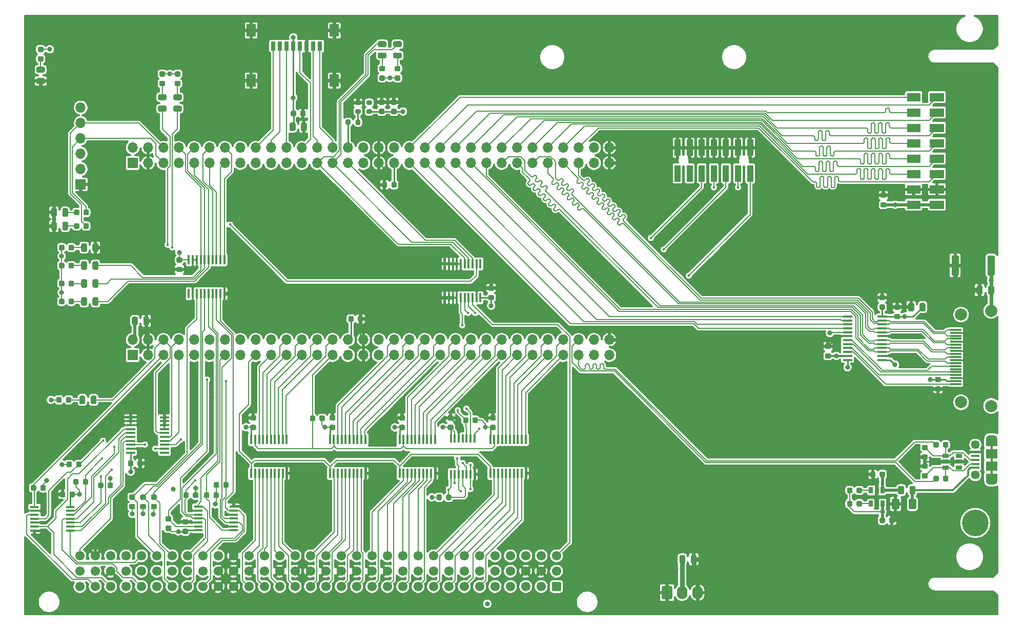
<source format=gbr>
G04 #@! TF.GenerationSoftware,KiCad,Pcbnew,5.1.9+dfsg1-1~bpo10+1*
G04 #@! TF.CreationDate,2023-01-14T08:02:01+01:00*
G04 #@! TF.ProjectId,nubus-to-ztex,6e756275-732d-4746-9f2d-7a7465782e6b,rev?*
G04 #@! TF.SameCoordinates,Original*
G04 #@! TF.FileFunction,Copper,L1,Top*
G04 #@! TF.FilePolarity,Positive*
%FSLAX46Y46*%
G04 Gerber Fmt 4.6, Leading zero omitted, Abs format (unit mm)*
G04 Created by KiCad (PCBNEW 5.1.9+dfsg1-1~bpo10+1) date 2023-01-14 08:02:01*
%MOMM*%
%LPD*%
G01*
G04 APERTURE LIST*
G04 #@! TA.AperFunction,ComponentPad*
%ADD10R,1.700000X1.700000*%
G04 #@! TD*
G04 #@! TA.AperFunction,ComponentPad*
%ADD11O,1.700000X1.700000*%
G04 #@! TD*
G04 #@! TA.AperFunction,SMDPad,CuDef*
%ADD12R,2.240000X1.420010*%
G04 #@! TD*
G04 #@! TA.AperFunction,SMDPad,CuDef*
%ADD13R,2.340000X1.420010*%
G04 #@! TD*
G04 #@! TA.AperFunction,SMDPad,CuDef*
%ADD14R,1.000000X2.750000*%
G04 #@! TD*
G04 #@! TA.AperFunction,SMDPad,CuDef*
%ADD15R,1.550000X0.450000*%
G04 #@! TD*
G04 #@! TA.AperFunction,SMDPad,CuDef*
%ADD16R,0.450000X1.550000*%
G04 #@! TD*
G04 #@! TA.AperFunction,ComponentPad*
%ADD17C,4.400000*%
G04 #@! TD*
G04 #@! TA.AperFunction,SMDPad,CuDef*
%ADD18R,0.800000X1.500000*%
G04 #@! TD*
G04 #@! TA.AperFunction,SMDPad,CuDef*
%ADD19R,1.500000X2.050000*%
G04 #@! TD*
G04 #@! TA.AperFunction,SMDPad,CuDef*
%ADD20R,0.450000X1.450000*%
G04 #@! TD*
G04 #@! TA.AperFunction,SMDPad,CuDef*
%ADD21R,1.450000X0.450000*%
G04 #@! TD*
G04 #@! TA.AperFunction,SMDPad,CuDef*
%ADD22R,1.570000X0.410000*%
G04 #@! TD*
G04 #@! TA.AperFunction,SMDPad,CuDef*
%ADD23R,1.900000X1.500000*%
G04 #@! TD*
G04 #@! TA.AperFunction,ComponentPad*
%ADD24C,1.450000*%
G04 #@! TD*
G04 #@! TA.AperFunction,SMDPad,CuDef*
%ADD25R,1.350000X0.400000*%
G04 #@! TD*
G04 #@! TA.AperFunction,ComponentPad*
%ADD26O,1.900000X1.200000*%
G04 #@! TD*
G04 #@! TA.AperFunction,SMDPad,CuDef*
%ADD27R,1.900000X1.200000*%
G04 #@! TD*
G04 #@! TA.AperFunction,ComponentPad*
%ADD28O,1.740000X2.200000*%
G04 #@! TD*
G04 #@! TA.AperFunction,SMDPad,CuDef*
%ADD29R,0.650000X1.060000*%
G04 #@! TD*
G04 #@! TA.AperFunction,SMDPad,CuDef*
%ADD30R,1.060000X0.650000*%
G04 #@! TD*
G04 #@! TA.AperFunction,ComponentPad*
%ADD31C,2.000000*%
G04 #@! TD*
G04 #@! TA.AperFunction,SMDPad,CuDef*
%ADD32R,1.900000X0.300000*%
G04 #@! TD*
G04 #@! TA.AperFunction,ComponentPad*
%ADD33C,1.550000*%
G04 #@! TD*
G04 #@! TA.AperFunction,ViaPad*
%ADD34C,0.800000*%
G04 #@! TD*
G04 #@! TA.AperFunction,ViaPad*
%ADD35C,0.450000*%
G04 #@! TD*
G04 #@! TA.AperFunction,Conductor*
%ADD36C,0.250000*%
G04 #@! TD*
G04 #@! TA.AperFunction,Conductor*
%ADD37C,0.500000*%
G04 #@! TD*
G04 #@! TA.AperFunction,Conductor*
%ADD38C,0.152400*%
G04 #@! TD*
G04 #@! TA.AperFunction,Conductor*
%ADD39C,0.300000*%
G04 #@! TD*
G04 #@! TA.AperFunction,Conductor*
%ADD40C,1.000000*%
G04 #@! TD*
G04 #@! TA.AperFunction,Conductor*
%ADD41C,0.800000*%
G04 #@! TD*
G04 #@! TA.AperFunction,Conductor*
%ADD42C,0.200000*%
G04 #@! TD*
G04 #@! TA.AperFunction,Conductor*
%ADD43C,0.600000*%
G04 #@! TD*
G04 #@! TA.AperFunction,Conductor*
%ADD44C,0.100000*%
G04 #@! TD*
G04 APERTURE END LIST*
G04 #@! TA.AperFunction,SMDPad,CuDef*
G36*
G01*
X166810000Y-23525000D02*
X166810000Y-22975000D01*
G75*
G02*
X167010000Y-22775000I200000J0D01*
G01*
X167410000Y-22775000D01*
G75*
G02*
X167610000Y-22975000I0J-200000D01*
G01*
X167610000Y-23525000D01*
G75*
G02*
X167410000Y-23725000I-200000J0D01*
G01*
X167010000Y-23725000D01*
G75*
G02*
X166810000Y-23525000I0J200000D01*
G01*
G37*
G04 #@! TD.AperFunction*
G04 #@! TA.AperFunction,SMDPad,CuDef*
G36*
G01*
X165160000Y-23525000D02*
X165160000Y-22975000D01*
G75*
G02*
X165360000Y-22775000I200000J0D01*
G01*
X165760000Y-22775000D01*
G75*
G02*
X165960000Y-22975000I0J-200000D01*
G01*
X165960000Y-23525000D01*
G75*
G02*
X165760000Y-23725000I-200000J0D01*
G01*
X165360000Y-23725000D01*
G75*
G02*
X165160000Y-23525000I0J200000D01*
G01*
G37*
G04 #@! TD.AperFunction*
G04 #@! TA.AperFunction,SMDPad,CuDef*
G36*
G01*
X166960000Y-21075000D02*
X167460000Y-21075000D01*
G75*
G02*
X167660000Y-21275000I0J-200000D01*
G01*
X167660000Y-21675000D01*
G75*
G02*
X167460000Y-21875000I-200000J0D01*
G01*
X166960000Y-21875000D01*
G75*
G02*
X166760000Y-21675000I0J200000D01*
G01*
X166760000Y-21275000D01*
G75*
G02*
X166960000Y-21075000I200000J0D01*
G01*
G37*
G04 #@! TD.AperFunction*
G04 #@! TA.AperFunction,SMDPad,CuDef*
G36*
G01*
X166960000Y-19625000D02*
X167460000Y-19625000D01*
G75*
G02*
X167660000Y-19825000I0J-200000D01*
G01*
X167660000Y-20225000D01*
G75*
G02*
X167460000Y-20425000I-200000J0D01*
G01*
X166960000Y-20425000D01*
G75*
G02*
X166760000Y-20225000I0J200000D01*
G01*
X166760000Y-19825000D01*
G75*
G02*
X166960000Y-19625000I200000J0D01*
G01*
G37*
G04 #@! TD.AperFunction*
G04 #@! TA.AperFunction,SMDPad,CuDef*
G36*
G01*
X168810000Y-21075000D02*
X169310000Y-21075000D01*
G75*
G02*
X169510000Y-21275000I0J-200000D01*
G01*
X169510000Y-21675000D01*
G75*
G02*
X169310000Y-21875000I-200000J0D01*
G01*
X168810000Y-21875000D01*
G75*
G02*
X168610000Y-21675000I0J200000D01*
G01*
X168610000Y-21275000D01*
G75*
G02*
X168810000Y-21075000I200000J0D01*
G01*
G37*
G04 #@! TD.AperFunction*
G04 #@! TA.AperFunction,SMDPad,CuDef*
G36*
G01*
X168810000Y-19625000D02*
X169310000Y-19625000D01*
G75*
G02*
X169510000Y-19825000I0J-200000D01*
G01*
X169510000Y-20225000D01*
G75*
G02*
X169310000Y-20425000I-200000J0D01*
G01*
X168810000Y-20425000D01*
G75*
G02*
X168610000Y-20225000I0J200000D01*
G01*
X168610000Y-19825000D01*
G75*
G02*
X168810000Y-19625000I200000J0D01*
G01*
G37*
G04 #@! TD.AperFunction*
G04 #@! TA.AperFunction,SMDPad,CuDef*
G36*
G01*
X171385000Y-20375000D02*
X170885000Y-20375000D01*
G75*
G02*
X170660000Y-20150000I0J225000D01*
G01*
X170660000Y-19700000D01*
G75*
G02*
X170885000Y-19475000I225000J0D01*
G01*
X171385000Y-19475000D01*
G75*
G02*
X171610000Y-19700000I0J-225000D01*
G01*
X171610000Y-20150000D01*
G75*
G02*
X171385000Y-20375000I-225000J0D01*
G01*
G37*
G04 #@! TD.AperFunction*
G04 #@! TA.AperFunction,SMDPad,CuDef*
G36*
G01*
X171385000Y-21925000D02*
X170885000Y-21925000D01*
G75*
G02*
X170660000Y-21700000I0J225000D01*
G01*
X170660000Y-21250000D01*
G75*
G02*
X170885000Y-21025000I225000J0D01*
G01*
X171385000Y-21025000D01*
G75*
G02*
X171610000Y-21250000I0J-225000D01*
G01*
X171610000Y-21700000D01*
G75*
G02*
X171385000Y-21925000I-225000J0D01*
G01*
G37*
G04 #@! TD.AperFunction*
G04 #@! TA.AperFunction,SMDPad,CuDef*
G36*
G01*
X173385000Y-20375000D02*
X172885000Y-20375000D01*
G75*
G02*
X172660000Y-20150000I0J225000D01*
G01*
X172660000Y-19700000D01*
G75*
G02*
X172885000Y-19475000I225000J0D01*
G01*
X173385000Y-19475000D01*
G75*
G02*
X173610000Y-19700000I0J-225000D01*
G01*
X173610000Y-20150000D01*
G75*
G02*
X173385000Y-20375000I-225000J0D01*
G01*
G37*
G04 #@! TD.AperFunction*
G04 #@! TA.AperFunction,SMDPad,CuDef*
G36*
G01*
X173385000Y-21925000D02*
X172885000Y-21925000D01*
G75*
G02*
X172660000Y-21700000I0J225000D01*
G01*
X172660000Y-21250000D01*
G75*
G02*
X172885000Y-21025000I225000J0D01*
G01*
X173385000Y-21025000D01*
G75*
G02*
X173610000Y-21250000I0J-225000D01*
G01*
X173610000Y-21700000D01*
G75*
G02*
X173385000Y-21925000I-225000J0D01*
G01*
G37*
G04 #@! TD.AperFunction*
D10*
X121400000Y-33528000D03*
D11*
X121400000Y-30988000D03*
X121400000Y-28448000D03*
X121400000Y-25908000D03*
X121400000Y-23368000D03*
X121400000Y-20828000D03*
G04 #@! TA.AperFunction,SMDPad,CuDef*
G36*
G01*
X266487500Y-45504999D02*
X266487500Y-48355001D01*
G75*
G02*
X266237501Y-48605000I-249999J0D01*
G01*
X265512499Y-48605000D01*
G75*
G02*
X265262500Y-48355001I0J249999D01*
G01*
X265262500Y-45504999D01*
G75*
G02*
X265512499Y-45255000I249999J0D01*
G01*
X266237501Y-45255000D01*
G75*
G02*
X266487500Y-45504999I0J-249999D01*
G01*
G37*
G04 #@! TD.AperFunction*
G04 #@! TA.AperFunction,SMDPad,CuDef*
G36*
G01*
X272412500Y-45504999D02*
X272412500Y-48355001D01*
G75*
G02*
X272162501Y-48605000I-249999J0D01*
G01*
X271437499Y-48605000D01*
G75*
G02*
X271187500Y-48355001I0J249999D01*
G01*
X271187500Y-45504999D01*
G75*
G02*
X271437499Y-45255000I249999J0D01*
G01*
X272162501Y-45255000D01*
G75*
G02*
X272412500Y-45504999I0J-249999D01*
G01*
G37*
G04 #@! TD.AperFunction*
G04 #@! TA.AperFunction,SMDPad,CuDef*
G36*
G01*
X270400000Y-50525000D02*
X270400000Y-51475000D01*
G75*
G02*
X270150000Y-51725000I-250000J0D01*
G01*
X269650000Y-51725000D01*
G75*
G02*
X269400000Y-51475000I0J250000D01*
G01*
X269400000Y-50525000D01*
G75*
G02*
X269650000Y-50275000I250000J0D01*
G01*
X270150000Y-50275000D01*
G75*
G02*
X270400000Y-50525000I0J-250000D01*
G01*
G37*
G04 #@! TD.AperFunction*
G04 #@! TA.AperFunction,SMDPad,CuDef*
G36*
G01*
X272300000Y-50525000D02*
X272300000Y-51475000D01*
G75*
G02*
X272050000Y-51725000I-250000J0D01*
G01*
X271550000Y-51725000D01*
G75*
G02*
X271300000Y-51475000I0J250000D01*
G01*
X271300000Y-50525000D01*
G75*
G02*
X271550000Y-50275000I250000J0D01*
G01*
X272050000Y-50275000D01*
G75*
G02*
X272300000Y-50525000I0J-250000D01*
G01*
G37*
G04 #@! TD.AperFunction*
D12*
X259000000Y-36890000D03*
D13*
X262861000Y-36890000D03*
D12*
X259000000Y-34350000D03*
D13*
X262861000Y-34350000D03*
D12*
X259000000Y-31810000D03*
D13*
X262861000Y-31810000D03*
D12*
X259000000Y-29270000D03*
D13*
X262861000Y-29270000D03*
D12*
X259000000Y-26730000D03*
D13*
X262861000Y-26730000D03*
D12*
X259000000Y-24190000D03*
D13*
X262861000Y-24190000D03*
D12*
X259000000Y-21650000D03*
D13*
X262861000Y-21650000D03*
D12*
X259000000Y-19110000D03*
D13*
X262861000Y-19110000D03*
D14*
X220000000Y-31720000D03*
X220000000Y-27460000D03*
X222000000Y-31720000D03*
X222000000Y-27460000D03*
X224000000Y-31720000D03*
X224000000Y-27460000D03*
X226000000Y-31720000D03*
X226000000Y-27460000D03*
X228000000Y-31720000D03*
X228000000Y-27460000D03*
X230000000Y-31720000D03*
X230000000Y-27460000D03*
X232000000Y-31720000D03*
X232000000Y-27460000D03*
G04 #@! TA.AperFunction,SMDPad,CuDef*
G36*
G01*
X129215000Y-79896250D02*
X129215000Y-79383750D01*
G75*
G02*
X129433750Y-79165000I218750J0D01*
G01*
X129871250Y-79165000D01*
G75*
G02*
X130090000Y-79383750I0J-218750D01*
G01*
X130090000Y-79896250D01*
G75*
G02*
X129871250Y-80115000I-218750J0D01*
G01*
X129433750Y-80115000D01*
G75*
G02*
X129215000Y-79896250I0J218750D01*
G01*
G37*
G04 #@! TD.AperFunction*
G04 #@! TA.AperFunction,SMDPad,CuDef*
G36*
G01*
X130790000Y-79896250D02*
X130790000Y-79383750D01*
G75*
G02*
X131008750Y-79165000I218750J0D01*
G01*
X131446250Y-79165000D01*
G75*
G02*
X131665000Y-79383750I0J-218750D01*
G01*
X131665000Y-79896250D01*
G75*
G02*
X131446250Y-80115000I-218750J0D01*
G01*
X131008750Y-80115000D01*
G75*
G02*
X130790000Y-79896250I0J218750D01*
G01*
G37*
G04 #@! TD.AperFunction*
D15*
X135250000Y-77865000D03*
X135250000Y-77215000D03*
X135250000Y-76565000D03*
X135250000Y-75915000D03*
X135250000Y-75265000D03*
X135250000Y-74615000D03*
X135250000Y-73965000D03*
X135250000Y-73315000D03*
X135250000Y-72665000D03*
X135250000Y-72015000D03*
X129650000Y-72015000D03*
X129650000Y-72665000D03*
X129650000Y-73315000D03*
X129650000Y-73965000D03*
X129650000Y-74615000D03*
X129650000Y-75265000D03*
X129650000Y-75915000D03*
X129650000Y-76565000D03*
X129650000Y-77215000D03*
X129650000Y-77865000D03*
G04 #@! TA.AperFunction,SMDPad,CuDef*
G36*
G01*
X189467621Y-52687953D02*
X188955121Y-52687953D01*
G75*
G02*
X188736371Y-52469203I0J218750D01*
G01*
X188736371Y-52031703D01*
G75*
G02*
X188955121Y-51812953I218750J0D01*
G01*
X189467621Y-51812953D01*
G75*
G02*
X189686371Y-52031703I0J-218750D01*
G01*
X189686371Y-52469203D01*
G75*
G02*
X189467621Y-52687953I-218750J0D01*
G01*
G37*
G04 #@! TD.AperFunction*
G04 #@! TA.AperFunction,SMDPad,CuDef*
G36*
G01*
X189467621Y-51112953D02*
X188955121Y-51112953D01*
G75*
G02*
X188736371Y-50894203I0J218750D01*
G01*
X188736371Y-50456703D01*
G75*
G02*
X188955121Y-50237953I218750J0D01*
G01*
X189467621Y-50237953D01*
G75*
G02*
X189686371Y-50456703I0J-218750D01*
G01*
X189686371Y-50894203D01*
G75*
G02*
X189467621Y-51112953I-218750J0D01*
G01*
G37*
G04 #@! TD.AperFunction*
D16*
X187436371Y-46662953D03*
X186786371Y-46662953D03*
X186136371Y-46662953D03*
X185486371Y-46662953D03*
X184836371Y-46662953D03*
X184186371Y-46662953D03*
X183536371Y-46662953D03*
X182886371Y-46662953D03*
X182236371Y-46662953D03*
X181586371Y-46662953D03*
X181586371Y-52262953D03*
X182236371Y-52262953D03*
X182886371Y-52262953D03*
X183536371Y-52262953D03*
X184186371Y-52262953D03*
X184836371Y-52262953D03*
X185486371Y-52262953D03*
X186136371Y-52262953D03*
X186786371Y-52262953D03*
X187436371Y-52262953D03*
D17*
X269197500Y-89500000D03*
G04 #@! TA.AperFunction,SMDPad,CuDef*
G36*
G01*
X254256250Y-37327500D02*
X253743750Y-37327500D01*
G75*
G02*
X253525000Y-37108750I0J218750D01*
G01*
X253525000Y-36671250D01*
G75*
G02*
X253743750Y-36452500I218750J0D01*
G01*
X254256250Y-36452500D01*
G75*
G02*
X254475000Y-36671250I0J-218750D01*
G01*
X254475000Y-37108750D01*
G75*
G02*
X254256250Y-37327500I-218750J0D01*
G01*
G37*
G04 #@! TD.AperFunction*
G04 #@! TA.AperFunction,SMDPad,CuDef*
G36*
G01*
X254256250Y-35752500D02*
X253743750Y-35752500D01*
G75*
G02*
X253525000Y-35533750I0J218750D01*
G01*
X253525000Y-35096250D01*
G75*
G02*
X253743750Y-34877500I218750J0D01*
G01*
X254256250Y-34877500D01*
G75*
G02*
X254475000Y-35096250I0J-218750D01*
G01*
X254475000Y-35533750D01*
G75*
G02*
X254256250Y-35752500I-218750J0D01*
G01*
G37*
G04 #@! TD.AperFunction*
G04 #@! TA.AperFunction,SMDPad,CuDef*
G36*
G01*
X137866250Y-21485293D02*
X136953750Y-21485293D01*
G75*
G02*
X136710000Y-21241543I0J243750D01*
G01*
X136710000Y-20754043D01*
G75*
G02*
X136953750Y-20510293I243750J0D01*
G01*
X137866250Y-20510293D01*
G75*
G02*
X138110000Y-20754043I0J-243750D01*
G01*
X138110000Y-21241543D01*
G75*
G02*
X137866250Y-21485293I-243750J0D01*
G01*
G37*
G04 #@! TD.AperFunction*
G04 #@! TA.AperFunction,SMDPad,CuDef*
G36*
G01*
X137866250Y-19610293D02*
X136953750Y-19610293D01*
G75*
G02*
X136710000Y-19366543I0J243750D01*
G01*
X136710000Y-18879043D01*
G75*
G02*
X136953750Y-18635293I243750J0D01*
G01*
X137866250Y-18635293D01*
G75*
G02*
X138110000Y-18879043I0J-243750D01*
G01*
X138110000Y-19366543D01*
G75*
G02*
X137866250Y-19610293I-243750J0D01*
G01*
G37*
G04 #@! TD.AperFunction*
G04 #@! TA.AperFunction,SMDPad,CuDef*
G36*
G01*
X135336250Y-19610293D02*
X134423750Y-19610293D01*
G75*
G02*
X134180000Y-19366543I0J243750D01*
G01*
X134180000Y-18879043D01*
G75*
G02*
X134423750Y-18635293I243750J0D01*
G01*
X135336250Y-18635293D01*
G75*
G02*
X135580000Y-18879043I0J-243750D01*
G01*
X135580000Y-19366543D01*
G75*
G02*
X135336250Y-19610293I-243750J0D01*
G01*
G37*
G04 #@! TD.AperFunction*
G04 #@! TA.AperFunction,SMDPad,CuDef*
G36*
G01*
X135336250Y-21485293D02*
X134423750Y-21485293D01*
G75*
G02*
X134180000Y-21241543I0J243750D01*
G01*
X134180000Y-20754043D01*
G75*
G02*
X134423750Y-20510293I243750J0D01*
G01*
X135336250Y-20510293D01*
G75*
G02*
X135580000Y-20754043I0J-243750D01*
G01*
X135580000Y-21241543D01*
G75*
G02*
X135336250Y-21485293I-243750J0D01*
G01*
G37*
G04 #@! TD.AperFunction*
G04 #@! TA.AperFunction,SMDPad,CuDef*
G36*
G01*
X124035000Y-68693750D02*
X124035000Y-69606250D01*
G75*
G02*
X123791250Y-69850000I-243750J0D01*
G01*
X123303750Y-69850000D01*
G75*
G02*
X123060000Y-69606250I0J243750D01*
G01*
X123060000Y-68693750D01*
G75*
G02*
X123303750Y-68450000I243750J0D01*
G01*
X123791250Y-68450000D01*
G75*
G02*
X124035000Y-68693750I0J-243750D01*
G01*
G37*
G04 #@! TD.AperFunction*
G04 #@! TA.AperFunction,SMDPad,CuDef*
G36*
G01*
X122160000Y-68693750D02*
X122160000Y-69606250D01*
G75*
G02*
X121916250Y-69850000I-243750J0D01*
G01*
X121428750Y-69850000D01*
G75*
G02*
X121185000Y-69606250I0J243750D01*
G01*
X121185000Y-68693750D01*
G75*
G02*
X121428750Y-68450000I243750J0D01*
G01*
X121916250Y-68450000D01*
G75*
G02*
X122160000Y-68693750I0J-243750D01*
G01*
G37*
G04 #@! TD.AperFunction*
G04 #@! TA.AperFunction,SMDPad,CuDef*
G36*
G01*
X173287939Y-11731035D02*
X174200439Y-11731035D01*
G75*
G02*
X174444189Y-11974785I0J-243750D01*
G01*
X174444189Y-12462285D01*
G75*
G02*
X174200439Y-12706035I-243750J0D01*
G01*
X173287939Y-12706035D01*
G75*
G02*
X173044189Y-12462285I0J243750D01*
G01*
X173044189Y-11974785D01*
G75*
G02*
X173287939Y-11731035I243750J0D01*
G01*
G37*
G04 #@! TD.AperFunction*
G04 #@! TA.AperFunction,SMDPad,CuDef*
G36*
G01*
X173287939Y-9856035D02*
X174200439Y-9856035D01*
G75*
G02*
X174444189Y-10099785I0J-243750D01*
G01*
X174444189Y-10587285D01*
G75*
G02*
X174200439Y-10831035I-243750J0D01*
G01*
X173287939Y-10831035D01*
G75*
G02*
X173044189Y-10587285I0J243750D01*
G01*
X173044189Y-10099785D01*
G75*
G02*
X173287939Y-9856035I243750J0D01*
G01*
G37*
G04 #@! TD.AperFunction*
G04 #@! TA.AperFunction,SMDPad,CuDef*
G36*
G01*
X170747939Y-9856035D02*
X171660439Y-9856035D01*
G75*
G02*
X171904189Y-10099785I0J-243750D01*
G01*
X171904189Y-10587285D01*
G75*
G02*
X171660439Y-10831035I-243750J0D01*
G01*
X170747939Y-10831035D01*
G75*
G02*
X170504189Y-10587285I0J243750D01*
G01*
X170504189Y-10099785D01*
G75*
G02*
X170747939Y-9856035I243750J0D01*
G01*
G37*
G04 #@! TD.AperFunction*
G04 #@! TA.AperFunction,SMDPad,CuDef*
G36*
G01*
X170747939Y-11731035D02*
X171660439Y-11731035D01*
G75*
G02*
X171904189Y-11974785I0J-243750D01*
G01*
X171904189Y-12462285D01*
G75*
G02*
X171660439Y-12706035I-243750J0D01*
G01*
X170747939Y-12706035D01*
G75*
G02*
X170504189Y-12462285I0J243750D01*
G01*
X170504189Y-11974785D01*
G75*
G02*
X170747939Y-11731035I243750J0D01*
G01*
G37*
G04 #@! TD.AperFunction*
G04 #@! TA.AperFunction,SMDPad,CuDef*
G36*
G01*
X134623750Y-14835293D02*
X135136250Y-14835293D01*
G75*
G02*
X135355000Y-15054043I0J-218750D01*
G01*
X135355000Y-15491543D01*
G75*
G02*
X135136250Y-15710293I-218750J0D01*
G01*
X134623750Y-15710293D01*
G75*
G02*
X134405000Y-15491543I0J218750D01*
G01*
X134405000Y-15054043D01*
G75*
G02*
X134623750Y-14835293I218750J0D01*
G01*
G37*
G04 #@! TD.AperFunction*
G04 #@! TA.AperFunction,SMDPad,CuDef*
G36*
G01*
X134623750Y-16410293D02*
X135136250Y-16410293D01*
G75*
G02*
X135355000Y-16629043I0J-218750D01*
G01*
X135355000Y-17066543D01*
G75*
G02*
X135136250Y-17285293I-218750J0D01*
G01*
X134623750Y-17285293D01*
G75*
G02*
X134405000Y-17066543I0J218750D01*
G01*
X134405000Y-16629043D01*
G75*
G02*
X134623750Y-16410293I218750J0D01*
G01*
G37*
G04 #@! TD.AperFunction*
G04 #@! TA.AperFunction,SMDPad,CuDef*
G36*
G01*
X137163750Y-16410293D02*
X137676250Y-16410293D01*
G75*
G02*
X137895000Y-16629043I0J-218750D01*
G01*
X137895000Y-17066543D01*
G75*
G02*
X137676250Y-17285293I-218750J0D01*
G01*
X137163750Y-17285293D01*
G75*
G02*
X136945000Y-17066543I0J218750D01*
G01*
X136945000Y-16629043D01*
G75*
G02*
X137163750Y-16410293I218750J0D01*
G01*
G37*
G04 #@! TD.AperFunction*
G04 #@! TA.AperFunction,SMDPad,CuDef*
G36*
G01*
X137163750Y-14835293D02*
X137676250Y-14835293D01*
G75*
G02*
X137895000Y-15054043I0J-218750D01*
G01*
X137895000Y-15491543D01*
G75*
G02*
X137676250Y-15710293I-218750J0D01*
G01*
X137163750Y-15710293D01*
G75*
G02*
X136945000Y-15491543I0J218750D01*
G01*
X136945000Y-15054043D01*
G75*
G02*
X137163750Y-14835293I218750J0D01*
G01*
G37*
G04 #@! TD.AperFunction*
G04 #@! TA.AperFunction,SMDPad,CuDef*
G36*
G01*
X117385000Y-69406250D02*
X117385000Y-68893750D01*
G75*
G02*
X117603750Y-68675000I218750J0D01*
G01*
X118041250Y-68675000D01*
G75*
G02*
X118260000Y-68893750I0J-218750D01*
G01*
X118260000Y-69406250D01*
G75*
G02*
X118041250Y-69625000I-218750J0D01*
G01*
X117603750Y-69625000D01*
G75*
G02*
X117385000Y-69406250I0J218750D01*
G01*
G37*
G04 #@! TD.AperFunction*
G04 #@! TA.AperFunction,SMDPad,CuDef*
G36*
G01*
X118960000Y-69406250D02*
X118960000Y-68893750D01*
G75*
G02*
X119178750Y-68675000I218750J0D01*
G01*
X119616250Y-68675000D01*
G75*
G02*
X119835000Y-68893750I0J-218750D01*
G01*
X119835000Y-69406250D01*
G75*
G02*
X119616250Y-69625000I-218750J0D01*
G01*
X119178750Y-69625000D01*
G75*
G02*
X118960000Y-69406250I0J218750D01*
G01*
G37*
G04 #@! TD.AperFunction*
G04 #@! TA.AperFunction,SMDPad,CuDef*
G36*
G01*
X174000439Y-14811035D02*
X173487939Y-14811035D01*
G75*
G02*
X173269189Y-14592285I0J218750D01*
G01*
X173269189Y-14154785D01*
G75*
G02*
X173487939Y-13936035I218750J0D01*
G01*
X174000439Y-13936035D01*
G75*
G02*
X174219189Y-14154785I0J-218750D01*
G01*
X174219189Y-14592285D01*
G75*
G02*
X174000439Y-14811035I-218750J0D01*
G01*
G37*
G04 #@! TD.AperFunction*
G04 #@! TA.AperFunction,SMDPad,CuDef*
G36*
G01*
X174000439Y-16386035D02*
X173487939Y-16386035D01*
G75*
G02*
X173269189Y-16167285I0J218750D01*
G01*
X173269189Y-15729785D01*
G75*
G02*
X173487939Y-15511035I218750J0D01*
G01*
X174000439Y-15511035D01*
G75*
G02*
X174219189Y-15729785I0J-218750D01*
G01*
X174219189Y-16167285D01*
G75*
G02*
X174000439Y-16386035I-218750J0D01*
G01*
G37*
G04 #@! TD.AperFunction*
G04 #@! TA.AperFunction,SMDPad,CuDef*
G36*
G01*
X171460439Y-16386035D02*
X170947939Y-16386035D01*
G75*
G02*
X170729189Y-16167285I0J218750D01*
G01*
X170729189Y-15729785D01*
G75*
G02*
X170947939Y-15511035I218750J0D01*
G01*
X171460439Y-15511035D01*
G75*
G02*
X171679189Y-15729785I0J-218750D01*
G01*
X171679189Y-16167285D01*
G75*
G02*
X171460439Y-16386035I-218750J0D01*
G01*
G37*
G04 #@! TD.AperFunction*
G04 #@! TA.AperFunction,SMDPad,CuDef*
G36*
G01*
X171460439Y-14811035D02*
X170947939Y-14811035D01*
G75*
G02*
X170729189Y-14592285I0J218750D01*
G01*
X170729189Y-14154785D01*
G75*
G02*
X170947939Y-13936035I218750J0D01*
G01*
X171460439Y-13936035D01*
G75*
G02*
X171679189Y-14154785I0J-218750D01*
G01*
X171679189Y-14592285D01*
G75*
G02*
X171460439Y-14811035I-218750J0D01*
G01*
G37*
G04 #@! TD.AperFunction*
D16*
X139275000Y-51600000D03*
X139925000Y-51600000D03*
X140575000Y-51600000D03*
X141225000Y-51600000D03*
X141875000Y-51600000D03*
X142525000Y-51600000D03*
X143175000Y-51600000D03*
X143825000Y-51600000D03*
X144475000Y-51600000D03*
X145125000Y-51600000D03*
X145125000Y-46000000D03*
X144475000Y-46000000D03*
X143825000Y-46000000D03*
X143175000Y-46000000D03*
X142525000Y-46000000D03*
X141875000Y-46000000D03*
X141225000Y-46000000D03*
X140575000Y-46000000D03*
X139925000Y-46000000D03*
X139275000Y-46000000D03*
G04 #@! TA.AperFunction,SMDPad,CuDef*
G36*
G01*
X156115000Y-22056250D02*
X156115000Y-21543750D01*
G75*
G02*
X156333750Y-21325000I218750J0D01*
G01*
X156771250Y-21325000D01*
G75*
G02*
X156990000Y-21543750I0J-218750D01*
G01*
X156990000Y-22056250D01*
G75*
G02*
X156771250Y-22275000I-218750J0D01*
G01*
X156333750Y-22275000D01*
G75*
G02*
X156115000Y-22056250I0J218750D01*
G01*
G37*
G04 #@! TD.AperFunction*
G04 #@! TA.AperFunction,SMDPad,CuDef*
G36*
G01*
X157690000Y-22056250D02*
X157690000Y-21543750D01*
G75*
G02*
X157908750Y-21325000I218750J0D01*
G01*
X158346250Y-21325000D01*
G75*
G02*
X158565000Y-21543750I0J-218750D01*
G01*
X158565000Y-22056250D01*
G75*
G02*
X158346250Y-22275000I-218750J0D01*
G01*
X157908750Y-22275000D01*
G75*
G02*
X157690000Y-22056250I0J218750D01*
G01*
G37*
G04 #@! TD.AperFunction*
G04 #@! TA.AperFunction,SMDPad,CuDef*
G36*
G01*
X155915000Y-24456250D02*
X155915000Y-23543750D01*
G75*
G02*
X156158750Y-23300000I243750J0D01*
G01*
X156646250Y-23300000D01*
G75*
G02*
X156890000Y-23543750I0J-243750D01*
G01*
X156890000Y-24456250D01*
G75*
G02*
X156646250Y-24700000I-243750J0D01*
G01*
X156158750Y-24700000D01*
G75*
G02*
X155915000Y-24456250I0J243750D01*
G01*
G37*
G04 #@! TD.AperFunction*
G04 #@! TA.AperFunction,SMDPad,CuDef*
G36*
G01*
X157790000Y-24456250D02*
X157790000Y-23543750D01*
G75*
G02*
X158033750Y-23300000I243750J0D01*
G01*
X158521250Y-23300000D01*
G75*
G02*
X158765000Y-23543750I0J-243750D01*
G01*
X158765000Y-24456250D01*
G75*
G02*
X158521250Y-24700000I-243750J0D01*
G01*
X158033750Y-24700000D01*
G75*
G02*
X157790000Y-24456250I0J243750D01*
G01*
G37*
G04 #@! TD.AperFunction*
D18*
X153230000Y-10680000D03*
X154330000Y-10680000D03*
X155430000Y-10680000D03*
X156530000Y-10680000D03*
X157630000Y-10680000D03*
X158730000Y-10680000D03*
X159830000Y-10680000D03*
X160930000Y-10680000D03*
D19*
X149555000Y-8080000D03*
X149555000Y-16380000D03*
X163305000Y-16380000D03*
X163305000Y-8080000D03*
G04 #@! TA.AperFunction,SMDPad,CuDef*
G36*
G01*
X137443750Y-45575000D02*
X137956250Y-45575000D01*
G75*
G02*
X138175000Y-45793750I0J-218750D01*
G01*
X138175000Y-46231250D01*
G75*
G02*
X137956250Y-46450000I-218750J0D01*
G01*
X137443750Y-46450000D01*
G75*
G02*
X137225000Y-46231250I0J218750D01*
G01*
X137225000Y-45793750D01*
G75*
G02*
X137443750Y-45575000I218750J0D01*
G01*
G37*
G04 #@! TD.AperFunction*
G04 #@! TA.AperFunction,SMDPad,CuDef*
G36*
G01*
X137443750Y-47150000D02*
X137956250Y-47150000D01*
G75*
G02*
X138175000Y-47368750I0J-218750D01*
G01*
X138175000Y-47806250D01*
G75*
G02*
X137956250Y-48025000I-218750J0D01*
G01*
X137443750Y-48025000D01*
G75*
G02*
X137225000Y-47806250I0J218750D01*
G01*
X137225000Y-47368750D01*
G75*
G02*
X137443750Y-47150000I218750J0D01*
G01*
G37*
G04 #@! TD.AperFunction*
G04 #@! TA.AperFunction,SMDPad,CuDef*
G36*
G01*
X114050000Y-83443750D02*
X114050000Y-83956250D01*
G75*
G02*
X113831250Y-84175000I-218750J0D01*
G01*
X113393750Y-84175000D01*
G75*
G02*
X113175000Y-83956250I0J218750D01*
G01*
X113175000Y-83443750D01*
G75*
G02*
X113393750Y-83225000I218750J0D01*
G01*
X113831250Y-83225000D01*
G75*
G02*
X114050000Y-83443750I0J-218750D01*
G01*
G37*
G04 #@! TD.AperFunction*
G04 #@! TA.AperFunction,SMDPad,CuDef*
G36*
G01*
X115625000Y-83443750D02*
X115625000Y-83956250D01*
G75*
G02*
X115406250Y-84175000I-218750J0D01*
G01*
X114968750Y-84175000D01*
G75*
G02*
X114750000Y-83956250I0J218750D01*
G01*
X114750000Y-83443750D01*
G75*
G02*
X114968750Y-83225000I218750J0D01*
G01*
X115406250Y-83225000D01*
G75*
G02*
X115625000Y-83443750I0J-218750D01*
G01*
G37*
G04 #@! TD.AperFunction*
G04 #@! TA.AperFunction,SMDPad,CuDef*
G36*
G01*
X119075000Y-80056250D02*
X119075000Y-79543750D01*
G75*
G02*
X119293750Y-79325000I218750J0D01*
G01*
X119731250Y-79325000D01*
G75*
G02*
X119950000Y-79543750I0J-218750D01*
G01*
X119950000Y-80056250D01*
G75*
G02*
X119731250Y-80275000I-218750J0D01*
G01*
X119293750Y-80275000D01*
G75*
G02*
X119075000Y-80056250I0J218750D01*
G01*
G37*
G04 #@! TD.AperFunction*
G04 #@! TA.AperFunction,SMDPad,CuDef*
G36*
G01*
X120650000Y-80056250D02*
X120650000Y-79543750D01*
G75*
G02*
X120868750Y-79325000I218750J0D01*
G01*
X121306250Y-79325000D01*
G75*
G02*
X121525000Y-79543750I0J-218750D01*
G01*
X121525000Y-80056250D01*
G75*
G02*
X121306250Y-80275000I-218750J0D01*
G01*
X120868750Y-80275000D01*
G75*
G02*
X120650000Y-80056250I0J218750D01*
G01*
G37*
G04 #@! TD.AperFunction*
G04 #@! TA.AperFunction,SMDPad,CuDef*
G36*
G01*
X125150000Y-83043750D02*
X125150000Y-83556250D01*
G75*
G02*
X124931250Y-83775000I-218750J0D01*
G01*
X124493750Y-83775000D01*
G75*
G02*
X124275000Y-83556250I0J218750D01*
G01*
X124275000Y-83043750D01*
G75*
G02*
X124493750Y-82825000I218750J0D01*
G01*
X124931250Y-82825000D01*
G75*
G02*
X125150000Y-83043750I0J-218750D01*
G01*
G37*
G04 #@! TD.AperFunction*
G04 #@! TA.AperFunction,SMDPad,CuDef*
G36*
G01*
X126725000Y-83043750D02*
X126725000Y-83556250D01*
G75*
G02*
X126506250Y-83775000I-218750J0D01*
G01*
X126068750Y-83775000D01*
G75*
G02*
X125850000Y-83556250I0J218750D01*
G01*
X125850000Y-83043750D01*
G75*
G02*
X126068750Y-82825000I218750J0D01*
G01*
X126506250Y-82825000D01*
G75*
G02*
X126725000Y-83043750I0J-218750D01*
G01*
G37*
G04 #@! TD.AperFunction*
G04 #@! TA.AperFunction,SMDPad,CuDef*
G36*
G01*
X120175000Y-82956250D02*
X120175000Y-82443750D01*
G75*
G02*
X120393750Y-82225000I218750J0D01*
G01*
X120831250Y-82225000D01*
G75*
G02*
X121050000Y-82443750I0J-218750D01*
G01*
X121050000Y-82956250D01*
G75*
G02*
X120831250Y-83175000I-218750J0D01*
G01*
X120393750Y-83175000D01*
G75*
G02*
X120175000Y-82956250I0J218750D01*
G01*
G37*
G04 #@! TD.AperFunction*
G04 #@! TA.AperFunction,SMDPad,CuDef*
G36*
G01*
X121750000Y-82956250D02*
X121750000Y-82443750D01*
G75*
G02*
X121968750Y-82225000I218750J0D01*
G01*
X122406250Y-82225000D01*
G75*
G02*
X122625000Y-82443750I0J-218750D01*
G01*
X122625000Y-82956250D01*
G75*
G02*
X122406250Y-83175000I-218750J0D01*
G01*
X121968750Y-83175000D01*
G75*
G02*
X121750000Y-82956250I0J218750D01*
G01*
G37*
G04 #@! TD.AperFunction*
G04 #@! TA.AperFunction,SMDPad,CuDef*
G36*
G01*
X181762661Y-85511747D02*
X181762661Y-84999247D01*
G75*
G02*
X181981411Y-84780497I218750J0D01*
G01*
X182418911Y-84780497D01*
G75*
G02*
X182637661Y-84999247I0J-218750D01*
G01*
X182637661Y-85511747D01*
G75*
G02*
X182418911Y-85730497I-218750J0D01*
G01*
X181981411Y-85730497D01*
G75*
G02*
X181762661Y-85511747I0J218750D01*
G01*
G37*
G04 #@! TD.AperFunction*
G04 #@! TA.AperFunction,SMDPad,CuDef*
G36*
G01*
X180187661Y-85511747D02*
X180187661Y-84999247D01*
G75*
G02*
X180406411Y-84780497I218750J0D01*
G01*
X180843911Y-84780497D01*
G75*
G02*
X181062661Y-84999247I0J-218750D01*
G01*
X181062661Y-85511747D01*
G75*
G02*
X180843911Y-85730497I-218750J0D01*
G01*
X180406411Y-85730497D01*
G75*
G02*
X180187661Y-85511747I0J218750D01*
G01*
G37*
G04 #@! TD.AperFunction*
G04 #@! TA.AperFunction,SMDPad,CuDef*
G36*
G01*
X187025000Y-72243750D02*
X187025000Y-72756250D01*
G75*
G02*
X186806250Y-72975000I-218750J0D01*
G01*
X186368750Y-72975000D01*
G75*
G02*
X186150000Y-72756250I0J218750D01*
G01*
X186150000Y-72243750D01*
G75*
G02*
X186368750Y-72025000I218750J0D01*
G01*
X186806250Y-72025000D01*
G75*
G02*
X187025000Y-72243750I0J-218750D01*
G01*
G37*
G04 #@! TD.AperFunction*
G04 #@! TA.AperFunction,SMDPad,CuDef*
G36*
G01*
X185450000Y-72243750D02*
X185450000Y-72756250D01*
G75*
G02*
X185231250Y-72975000I-218750J0D01*
G01*
X184793750Y-72975000D01*
G75*
G02*
X184575000Y-72756250I0J218750D01*
G01*
X184575000Y-72243750D01*
G75*
G02*
X184793750Y-72025000I218750J0D01*
G01*
X185231250Y-72025000D01*
G75*
G02*
X185450000Y-72243750I0J-218750D01*
G01*
G37*
G04 #@! TD.AperFunction*
G04 #@! TA.AperFunction,SMDPad,CuDef*
G36*
G01*
X142650000Y-84643750D02*
X142650000Y-85156250D01*
G75*
G02*
X142431250Y-85375000I-218750J0D01*
G01*
X141993750Y-85375000D01*
G75*
G02*
X141775000Y-85156250I0J218750D01*
G01*
X141775000Y-84643750D01*
G75*
G02*
X141993750Y-84425000I218750J0D01*
G01*
X142431250Y-84425000D01*
G75*
G02*
X142650000Y-84643750I0J-218750D01*
G01*
G37*
G04 #@! TD.AperFunction*
G04 #@! TA.AperFunction,SMDPad,CuDef*
G36*
G01*
X144225000Y-84643750D02*
X144225000Y-85156250D01*
G75*
G02*
X144006250Y-85375000I-218750J0D01*
G01*
X143568750Y-85375000D01*
G75*
G02*
X143350000Y-85156250I0J218750D01*
G01*
X143350000Y-84643750D01*
G75*
G02*
X143568750Y-84425000I218750J0D01*
G01*
X144006250Y-84425000D01*
G75*
G02*
X144225000Y-84643750I0J-218750D01*
G01*
G37*
G04 #@! TD.AperFunction*
G04 #@! TA.AperFunction,SMDPad,CuDef*
G36*
G01*
X143375000Y-83456250D02*
X143375000Y-82943750D01*
G75*
G02*
X143593750Y-82725000I218750J0D01*
G01*
X144031250Y-82725000D01*
G75*
G02*
X144250000Y-82943750I0J-218750D01*
G01*
X144250000Y-83456250D01*
G75*
G02*
X144031250Y-83675000I-218750J0D01*
G01*
X143593750Y-83675000D01*
G75*
G02*
X143375000Y-83456250I0J218750D01*
G01*
G37*
G04 #@! TD.AperFunction*
G04 #@! TA.AperFunction,SMDPad,CuDef*
G36*
G01*
X144950000Y-83456250D02*
X144950000Y-82943750D01*
G75*
G02*
X145168750Y-82725000I218750J0D01*
G01*
X145606250Y-82725000D01*
G75*
G02*
X145825000Y-82943750I0J-218750D01*
G01*
X145825000Y-83456250D01*
G75*
G02*
X145606250Y-83675000I-218750J0D01*
G01*
X145168750Y-83675000D01*
G75*
G02*
X144950000Y-83456250I0J218750D01*
G01*
G37*
G04 #@! TD.AperFunction*
G04 #@! TA.AperFunction,SMDPad,CuDef*
G36*
G01*
X136156250Y-89250000D02*
X135643750Y-89250000D01*
G75*
G02*
X135425000Y-89031250I0J218750D01*
G01*
X135425000Y-88593750D01*
G75*
G02*
X135643750Y-88375000I218750J0D01*
G01*
X136156250Y-88375000D01*
G75*
G02*
X136375000Y-88593750I0J-218750D01*
G01*
X136375000Y-89031250D01*
G75*
G02*
X136156250Y-89250000I-218750J0D01*
G01*
G37*
G04 #@! TD.AperFunction*
G04 #@! TA.AperFunction,SMDPad,CuDef*
G36*
G01*
X136156250Y-90825000D02*
X135643750Y-90825000D01*
G75*
G02*
X135425000Y-90606250I0J218750D01*
G01*
X135425000Y-90168750D01*
G75*
G02*
X135643750Y-89950000I218750J0D01*
G01*
X136156250Y-89950000D01*
G75*
G02*
X136375000Y-90168750I0J-218750D01*
G01*
X136375000Y-90606250D01*
G75*
G02*
X136156250Y-90825000I-218750J0D01*
G01*
G37*
G04 #@! TD.AperFunction*
G04 #@! TA.AperFunction,SMDPad,CuDef*
G36*
G01*
X140825000Y-84643750D02*
X140825000Y-85156250D01*
G75*
G02*
X140606250Y-85375000I-218750J0D01*
G01*
X140168750Y-85375000D01*
G75*
G02*
X139950000Y-85156250I0J218750D01*
G01*
X139950000Y-84643750D01*
G75*
G02*
X140168750Y-84425000I218750J0D01*
G01*
X140606250Y-84425000D01*
G75*
G02*
X140825000Y-84643750I0J-218750D01*
G01*
G37*
G04 #@! TD.AperFunction*
G04 #@! TA.AperFunction,SMDPad,CuDef*
G36*
G01*
X139250000Y-84643750D02*
X139250000Y-85156250D01*
G75*
G02*
X139031250Y-85375000I-218750J0D01*
G01*
X138593750Y-85375000D01*
G75*
G02*
X138375000Y-85156250I0J218750D01*
G01*
X138375000Y-84643750D01*
G75*
G02*
X138593750Y-84425000I218750J0D01*
G01*
X139031250Y-84425000D01*
G75*
G02*
X139250000Y-84643750I0J-218750D01*
G01*
G37*
G04 #@! TD.AperFunction*
G04 #@! TA.AperFunction,SMDPad,CuDef*
G36*
G01*
X129875000Y-56556250D02*
X129875000Y-55643750D01*
G75*
G02*
X130118750Y-55400000I243750J0D01*
G01*
X130606250Y-55400000D01*
G75*
G02*
X130850000Y-55643750I0J-243750D01*
G01*
X130850000Y-56556250D01*
G75*
G02*
X130606250Y-56800000I-243750J0D01*
G01*
X130118750Y-56800000D01*
G75*
G02*
X129875000Y-56556250I0J243750D01*
G01*
G37*
G04 #@! TD.AperFunction*
G04 #@! TA.AperFunction,SMDPad,CuDef*
G36*
G01*
X131750000Y-56556250D02*
X131750000Y-55643750D01*
G75*
G02*
X131993750Y-55400000I243750J0D01*
G01*
X132481250Y-55400000D01*
G75*
G02*
X132725000Y-55643750I0J-243750D01*
G01*
X132725000Y-56556250D01*
G75*
G02*
X132481250Y-56800000I-243750J0D01*
G01*
X131993750Y-56800000D01*
G75*
G02*
X131750000Y-56556250I0J243750D01*
G01*
G37*
G04 #@! TD.AperFunction*
G04 #@! TA.AperFunction,SMDPad,CuDef*
G36*
G01*
X115256250Y-16925000D02*
X114343750Y-16925000D01*
G75*
G02*
X114100000Y-16681250I0J243750D01*
G01*
X114100000Y-16193750D01*
G75*
G02*
X114343750Y-15950000I243750J0D01*
G01*
X115256250Y-15950000D01*
G75*
G02*
X115500000Y-16193750I0J-243750D01*
G01*
X115500000Y-16681250D01*
G75*
G02*
X115256250Y-16925000I-243750J0D01*
G01*
G37*
G04 #@! TD.AperFunction*
G04 #@! TA.AperFunction,SMDPad,CuDef*
G36*
G01*
X115256250Y-15050000D02*
X114343750Y-15050000D01*
G75*
G02*
X114100000Y-14806250I0J243750D01*
G01*
X114100000Y-14318750D01*
G75*
G02*
X114343750Y-14075000I243750J0D01*
G01*
X115256250Y-14075000D01*
G75*
G02*
X115500000Y-14318750I0J-243750D01*
G01*
X115500000Y-14806250D01*
G75*
G02*
X115256250Y-15050000I-243750J0D01*
G01*
G37*
G04 #@! TD.AperFunction*
G04 #@! TA.AperFunction,SMDPad,CuDef*
G36*
G01*
X114543750Y-10775000D02*
X115056250Y-10775000D01*
G75*
G02*
X115275000Y-10993750I0J-218750D01*
G01*
X115275000Y-11431250D01*
G75*
G02*
X115056250Y-11650000I-218750J0D01*
G01*
X114543750Y-11650000D01*
G75*
G02*
X114325000Y-11431250I0J218750D01*
G01*
X114325000Y-10993750D01*
G75*
G02*
X114543750Y-10775000I218750J0D01*
G01*
G37*
G04 #@! TD.AperFunction*
G04 #@! TA.AperFunction,SMDPad,CuDef*
G36*
G01*
X114543750Y-12350000D02*
X115056250Y-12350000D01*
G75*
G02*
X115275000Y-12568750I0J-218750D01*
G01*
X115275000Y-13006250D01*
G75*
G02*
X115056250Y-13225000I-218750J0D01*
G01*
X114543750Y-13225000D01*
G75*
G02*
X114325000Y-13006250I0J218750D01*
G01*
X114325000Y-12568750D01*
G75*
G02*
X114543750Y-12350000I218750J0D01*
G01*
G37*
G04 #@! TD.AperFunction*
G04 #@! TA.AperFunction,SMDPad,CuDef*
G36*
G01*
X182756250Y-74125000D02*
X182243750Y-74125000D01*
G75*
G02*
X182025000Y-73906250I0J218750D01*
G01*
X182025000Y-73468750D01*
G75*
G02*
X182243750Y-73250000I218750J0D01*
G01*
X182756250Y-73250000D01*
G75*
G02*
X182975000Y-73468750I0J-218750D01*
G01*
X182975000Y-73906250D01*
G75*
G02*
X182756250Y-74125000I-218750J0D01*
G01*
G37*
G04 #@! TD.AperFunction*
G04 #@! TA.AperFunction,SMDPad,CuDef*
G36*
G01*
X182756250Y-72550000D02*
X182243750Y-72550000D01*
G75*
G02*
X182025000Y-72331250I0J218750D01*
G01*
X182025000Y-71893750D01*
G75*
G02*
X182243750Y-71675000I218750J0D01*
G01*
X182756250Y-71675000D01*
G75*
G02*
X182975000Y-71893750I0J-218750D01*
G01*
X182975000Y-72331250D01*
G75*
G02*
X182756250Y-72550000I-218750J0D01*
G01*
G37*
G04 #@! TD.AperFunction*
D20*
X182550000Y-81450000D03*
X183200000Y-81450000D03*
X183850000Y-81450000D03*
X184500000Y-81450000D03*
X185150000Y-81450000D03*
X185800000Y-81450000D03*
X186450000Y-81450000D03*
X186450000Y-75550000D03*
X185800000Y-75550000D03*
X185150000Y-75550000D03*
X184500000Y-75550000D03*
X183850000Y-75550000D03*
X183200000Y-75550000D03*
X182550000Y-75550000D03*
D16*
X162575000Y-81300000D03*
X163225000Y-81300000D03*
X163875000Y-81300000D03*
X164525000Y-81300000D03*
X165175000Y-81300000D03*
X165825000Y-81300000D03*
X166475000Y-81300000D03*
X167125000Y-81300000D03*
X167775000Y-81300000D03*
X168425000Y-81300000D03*
X168425000Y-75700000D03*
X167775000Y-75700000D03*
X167125000Y-75700000D03*
X166475000Y-75700000D03*
X165825000Y-75700000D03*
X165175000Y-75700000D03*
X164525000Y-75700000D03*
X163875000Y-75700000D03*
X163225000Y-75700000D03*
X162575000Y-75700000D03*
X189075000Y-75700000D03*
X189725000Y-75700000D03*
X190375000Y-75700000D03*
X191025000Y-75700000D03*
X191675000Y-75700000D03*
X192325000Y-75700000D03*
X192975000Y-75700000D03*
X193625000Y-75700000D03*
X194275000Y-75700000D03*
X194925000Y-75700000D03*
X194925000Y-81300000D03*
X194275000Y-81300000D03*
X193625000Y-81300000D03*
X192975000Y-81300000D03*
X192325000Y-81300000D03*
X191675000Y-81300000D03*
X191025000Y-81300000D03*
X190375000Y-81300000D03*
X189725000Y-81300000D03*
X189075000Y-81300000D03*
X174075000Y-81300000D03*
X174725000Y-81300000D03*
X175375000Y-81300000D03*
X176025000Y-81300000D03*
X176675000Y-81300000D03*
X177325000Y-81300000D03*
X177975000Y-81300000D03*
X178625000Y-81300000D03*
X179275000Y-81300000D03*
X179925000Y-81300000D03*
X179925000Y-75700000D03*
X179275000Y-75700000D03*
X178625000Y-75700000D03*
X177975000Y-75700000D03*
X177325000Y-75700000D03*
X176675000Y-75700000D03*
X176025000Y-75700000D03*
X175375000Y-75700000D03*
X174725000Y-75700000D03*
X174075000Y-75700000D03*
X149575000Y-81300000D03*
X150225000Y-81300000D03*
X150875000Y-81300000D03*
X151525000Y-81300000D03*
X152175000Y-81300000D03*
X152825000Y-81300000D03*
X153475000Y-81300000D03*
X154125000Y-81300000D03*
X154775000Y-81300000D03*
X155425000Y-81300000D03*
X155425000Y-75700000D03*
X154775000Y-75700000D03*
X154125000Y-75700000D03*
X153475000Y-75700000D03*
X152825000Y-75700000D03*
X152175000Y-75700000D03*
X151525000Y-75700000D03*
X150875000Y-75700000D03*
X150225000Y-75700000D03*
X149575000Y-75700000D03*
G04 #@! TA.AperFunction,SMDPad,CuDef*
G36*
G01*
X120425000Y-84523750D02*
X120425000Y-85036250D01*
G75*
G02*
X120206250Y-85255000I-218750J0D01*
G01*
X119768750Y-85255000D01*
G75*
G02*
X119550000Y-85036250I0J218750D01*
G01*
X119550000Y-84523750D01*
G75*
G02*
X119768750Y-84305000I218750J0D01*
G01*
X120206250Y-84305000D01*
G75*
G02*
X120425000Y-84523750I0J-218750D01*
G01*
G37*
G04 #@! TD.AperFunction*
G04 #@! TA.AperFunction,SMDPad,CuDef*
G36*
G01*
X118850000Y-84523750D02*
X118850000Y-85036250D01*
G75*
G02*
X118631250Y-85255000I-218750J0D01*
G01*
X118193750Y-85255000D01*
G75*
G02*
X117975000Y-85036250I0J218750D01*
G01*
X117975000Y-84523750D01*
G75*
G02*
X118193750Y-84305000I218750J0D01*
G01*
X118631250Y-84305000D01*
G75*
G02*
X118850000Y-84523750I0J-218750D01*
G01*
G37*
G04 #@! TD.AperFunction*
D21*
X113750000Y-86830000D03*
X113750000Y-87480000D03*
X113750000Y-88130000D03*
X113750000Y-88780000D03*
X113750000Y-89430000D03*
X113750000Y-90080000D03*
X113750000Y-90730000D03*
X119650000Y-90730000D03*
X119650000Y-90080000D03*
X119650000Y-89430000D03*
X119650000Y-88780000D03*
X119650000Y-88130000D03*
X119650000Y-87480000D03*
X119650000Y-86830000D03*
G04 #@! TA.AperFunction,SMDPad,CuDef*
G36*
G01*
X138956250Y-89750000D02*
X138443750Y-89750000D01*
G75*
G02*
X138225000Y-89531250I0J218750D01*
G01*
X138225000Y-89093750D01*
G75*
G02*
X138443750Y-88875000I218750J0D01*
G01*
X138956250Y-88875000D01*
G75*
G02*
X139175000Y-89093750I0J-218750D01*
G01*
X139175000Y-89531250D01*
G75*
G02*
X138956250Y-89750000I-218750J0D01*
G01*
G37*
G04 #@! TD.AperFunction*
G04 #@! TA.AperFunction,SMDPad,CuDef*
G36*
G01*
X138956250Y-91325000D02*
X138443750Y-91325000D01*
G75*
G02*
X138225000Y-91106250I0J218750D01*
G01*
X138225000Y-90668750D01*
G75*
G02*
X138443750Y-90450000I218750J0D01*
G01*
X138956250Y-90450000D01*
G75*
G02*
X139175000Y-90668750I0J-218750D01*
G01*
X139175000Y-91106250D01*
G75*
G02*
X138956250Y-91325000I-218750J0D01*
G01*
G37*
G04 #@! TD.AperFunction*
X146700000Y-90700000D03*
X146700000Y-90050000D03*
X146700000Y-89400000D03*
X146700000Y-88750000D03*
X146700000Y-88100000D03*
X146700000Y-87450000D03*
X146700000Y-86800000D03*
X140800000Y-86800000D03*
X140800000Y-87450000D03*
X140800000Y-88100000D03*
X140800000Y-88750000D03*
X140800000Y-89400000D03*
X140800000Y-90050000D03*
X140800000Y-90700000D03*
D22*
X248080000Y-55375000D03*
X248080000Y-56025000D03*
X248080000Y-56675000D03*
X248080000Y-57325000D03*
X248080000Y-57975000D03*
X248080000Y-58625000D03*
X248080000Y-59275000D03*
X248080000Y-59925000D03*
X248080000Y-60575000D03*
X248080000Y-61225000D03*
X248080000Y-61875000D03*
X248080000Y-62525000D03*
X253820000Y-62525000D03*
X253820000Y-61875000D03*
X253820000Y-61225000D03*
X253820000Y-60575000D03*
X253820000Y-59925000D03*
X253820000Y-59275000D03*
X253820000Y-58625000D03*
X253820000Y-57975000D03*
X253820000Y-57325000D03*
X253820000Y-56675000D03*
X253820000Y-56025000D03*
X253820000Y-55375000D03*
G04 #@! TA.AperFunction,SMDPad,CuDef*
G36*
G01*
X122452634Y-52420792D02*
X122452634Y-53333292D01*
G75*
G02*
X122208884Y-53577042I-243750J0D01*
G01*
X121721384Y-53577042D01*
G75*
G02*
X121477634Y-53333292I0J243750D01*
G01*
X121477634Y-52420792D01*
G75*
G02*
X121721384Y-52177042I243750J0D01*
G01*
X122208884Y-52177042D01*
G75*
G02*
X122452634Y-52420792I0J-243750D01*
G01*
G37*
G04 #@! TD.AperFunction*
G04 #@! TA.AperFunction,SMDPad,CuDef*
G36*
G01*
X124327634Y-52420792D02*
X124327634Y-53333292D01*
G75*
G02*
X124083884Y-53577042I-243750J0D01*
G01*
X123596384Y-53577042D01*
G75*
G02*
X123352634Y-53333292I0J243750D01*
G01*
X123352634Y-52420792D01*
G75*
G02*
X123596384Y-52177042I243750J0D01*
G01*
X124083884Y-52177042D01*
G75*
G02*
X124327634Y-52420792I0J-243750D01*
G01*
G37*
G04 #@! TD.AperFunction*
G04 #@! TA.AperFunction,SMDPad,CuDef*
G36*
G01*
X124327634Y-43520792D02*
X124327634Y-44433292D01*
G75*
G02*
X124083884Y-44677042I-243750J0D01*
G01*
X123596384Y-44677042D01*
G75*
G02*
X123352634Y-44433292I0J243750D01*
G01*
X123352634Y-43520792D01*
G75*
G02*
X123596384Y-43277042I243750J0D01*
G01*
X124083884Y-43277042D01*
G75*
G02*
X124327634Y-43520792I0J-243750D01*
G01*
G37*
G04 #@! TD.AperFunction*
G04 #@! TA.AperFunction,SMDPad,CuDef*
G36*
G01*
X122452634Y-43520792D02*
X122452634Y-44433292D01*
G75*
G02*
X122208884Y-44677042I-243750J0D01*
G01*
X121721384Y-44677042D01*
G75*
G02*
X121477634Y-44433292I0J243750D01*
G01*
X121477634Y-43520792D01*
G75*
G02*
X121721384Y-43277042I243750J0D01*
G01*
X122208884Y-43277042D01*
G75*
G02*
X122452634Y-43520792I0J-243750D01*
G01*
G37*
G04 #@! TD.AperFunction*
G04 #@! TA.AperFunction,SMDPad,CuDef*
G36*
G01*
X122452634Y-46487458D02*
X122452634Y-47399958D01*
G75*
G02*
X122208884Y-47643708I-243750J0D01*
G01*
X121721384Y-47643708D01*
G75*
G02*
X121477634Y-47399958I0J243750D01*
G01*
X121477634Y-46487458D01*
G75*
G02*
X121721384Y-46243708I243750J0D01*
G01*
X122208884Y-46243708D01*
G75*
G02*
X122452634Y-46487458I0J-243750D01*
G01*
G37*
G04 #@! TD.AperFunction*
G04 #@! TA.AperFunction,SMDPad,CuDef*
G36*
G01*
X124327634Y-46487458D02*
X124327634Y-47399958D01*
G75*
G02*
X124083884Y-47643708I-243750J0D01*
G01*
X123596384Y-47643708D01*
G75*
G02*
X123352634Y-47399958I0J243750D01*
G01*
X123352634Y-46487458D01*
G75*
G02*
X123596384Y-46243708I243750J0D01*
G01*
X124083884Y-46243708D01*
G75*
G02*
X124327634Y-46487458I0J-243750D01*
G01*
G37*
G04 #@! TD.AperFunction*
G04 #@! TA.AperFunction,SMDPad,CuDef*
G36*
G01*
X124327634Y-49454124D02*
X124327634Y-50366624D01*
G75*
G02*
X124083884Y-50610374I-243750J0D01*
G01*
X123596384Y-50610374D01*
G75*
G02*
X123352634Y-50366624I0J243750D01*
G01*
X123352634Y-49454124D01*
G75*
G02*
X123596384Y-49210374I243750J0D01*
G01*
X124083884Y-49210374D01*
G75*
G02*
X124327634Y-49454124I0J-243750D01*
G01*
G37*
G04 #@! TD.AperFunction*
G04 #@! TA.AperFunction,SMDPad,CuDef*
G36*
G01*
X122452634Y-49454124D02*
X122452634Y-50366624D01*
G75*
G02*
X122208884Y-50610374I-243750J0D01*
G01*
X121721384Y-50610374D01*
G75*
G02*
X121477634Y-50366624I0J243750D01*
G01*
X121477634Y-49454124D01*
G75*
G02*
X121721384Y-49210374I243750J0D01*
G01*
X122208884Y-49210374D01*
G75*
G02*
X122452634Y-49454124I0J-243750D01*
G01*
G37*
G04 #@! TD.AperFunction*
G04 #@! TA.AperFunction,SMDPad,CuDef*
G36*
G01*
X119402634Y-53133292D02*
X119402634Y-52620792D01*
G75*
G02*
X119621384Y-52402042I218750J0D01*
G01*
X120058884Y-52402042D01*
G75*
G02*
X120277634Y-52620792I0J-218750D01*
G01*
X120277634Y-53133292D01*
G75*
G02*
X120058884Y-53352042I-218750J0D01*
G01*
X119621384Y-53352042D01*
G75*
G02*
X119402634Y-53133292I0J218750D01*
G01*
G37*
G04 #@! TD.AperFunction*
G04 #@! TA.AperFunction,SMDPad,CuDef*
G36*
G01*
X117827634Y-53133292D02*
X117827634Y-52620792D01*
G75*
G02*
X118046384Y-52402042I218750J0D01*
G01*
X118483884Y-52402042D01*
G75*
G02*
X118702634Y-52620792I0J-218750D01*
G01*
X118702634Y-53133292D01*
G75*
G02*
X118483884Y-53352042I-218750J0D01*
G01*
X118046384Y-53352042D01*
G75*
G02*
X117827634Y-53133292I0J218750D01*
G01*
G37*
G04 #@! TD.AperFunction*
G04 #@! TA.AperFunction,SMDPad,CuDef*
G36*
G01*
X117827634Y-44233292D02*
X117827634Y-43720792D01*
G75*
G02*
X118046384Y-43502042I218750J0D01*
G01*
X118483884Y-43502042D01*
G75*
G02*
X118702634Y-43720792I0J-218750D01*
G01*
X118702634Y-44233292D01*
G75*
G02*
X118483884Y-44452042I-218750J0D01*
G01*
X118046384Y-44452042D01*
G75*
G02*
X117827634Y-44233292I0J218750D01*
G01*
G37*
G04 #@! TD.AperFunction*
G04 #@! TA.AperFunction,SMDPad,CuDef*
G36*
G01*
X119402634Y-44233292D02*
X119402634Y-43720792D01*
G75*
G02*
X119621384Y-43502042I218750J0D01*
G01*
X120058884Y-43502042D01*
G75*
G02*
X120277634Y-43720792I0J-218750D01*
G01*
X120277634Y-44233292D01*
G75*
G02*
X120058884Y-44452042I-218750J0D01*
G01*
X119621384Y-44452042D01*
G75*
G02*
X119402634Y-44233292I0J218750D01*
G01*
G37*
G04 #@! TD.AperFunction*
G04 #@! TA.AperFunction,SMDPad,CuDef*
G36*
G01*
X119402634Y-47199958D02*
X119402634Y-46687458D01*
G75*
G02*
X119621384Y-46468708I218750J0D01*
G01*
X120058884Y-46468708D01*
G75*
G02*
X120277634Y-46687458I0J-218750D01*
G01*
X120277634Y-47199958D01*
G75*
G02*
X120058884Y-47418708I-218750J0D01*
G01*
X119621384Y-47418708D01*
G75*
G02*
X119402634Y-47199958I0J218750D01*
G01*
G37*
G04 #@! TD.AperFunction*
G04 #@! TA.AperFunction,SMDPad,CuDef*
G36*
G01*
X117827634Y-47199958D02*
X117827634Y-46687458D01*
G75*
G02*
X118046384Y-46468708I218750J0D01*
G01*
X118483884Y-46468708D01*
G75*
G02*
X118702634Y-46687458I0J-218750D01*
G01*
X118702634Y-47199958D01*
G75*
G02*
X118483884Y-47418708I-218750J0D01*
G01*
X118046384Y-47418708D01*
G75*
G02*
X117827634Y-47199958I0J218750D01*
G01*
G37*
G04 #@! TD.AperFunction*
G04 #@! TA.AperFunction,SMDPad,CuDef*
G36*
G01*
X117827634Y-50166624D02*
X117827634Y-49654124D01*
G75*
G02*
X118046384Y-49435374I218750J0D01*
G01*
X118483884Y-49435374D01*
G75*
G02*
X118702634Y-49654124I0J-218750D01*
G01*
X118702634Y-50166624D01*
G75*
G02*
X118483884Y-50385374I-218750J0D01*
G01*
X118046384Y-50385374D01*
G75*
G02*
X117827634Y-50166624I0J218750D01*
G01*
G37*
G04 #@! TD.AperFunction*
G04 #@! TA.AperFunction,SMDPad,CuDef*
G36*
G01*
X119402634Y-50166624D02*
X119402634Y-49654124D01*
G75*
G02*
X119621384Y-49435374I218750J0D01*
G01*
X120058884Y-49435374D01*
G75*
G02*
X120277634Y-49654124I0J-218750D01*
G01*
X120277634Y-50166624D01*
G75*
G02*
X120058884Y-50385374I-218750J0D01*
G01*
X119621384Y-50385374D01*
G75*
G02*
X119402634Y-50166624I0J218750D01*
G01*
G37*
G04 #@! TD.AperFunction*
D23*
X271897500Y-78070000D03*
D24*
X269197500Y-81570000D03*
D25*
X269197500Y-79720000D03*
X269197500Y-80370000D03*
X269197500Y-77770000D03*
X269197500Y-78420000D03*
X269197500Y-79070000D03*
D24*
X269197500Y-76570000D03*
D23*
X271897500Y-80070000D03*
D26*
X271897500Y-82570000D03*
X271897500Y-75570000D03*
D27*
X271897500Y-76170000D03*
X271897500Y-81970000D03*
G04 #@! TA.AperFunction,SMDPad,CuDef*
G36*
G01*
X163256250Y-72550000D02*
X162743750Y-72550000D01*
G75*
G02*
X162525000Y-72331250I0J218750D01*
G01*
X162525000Y-71893750D01*
G75*
G02*
X162743750Y-71675000I218750J0D01*
G01*
X163256250Y-71675000D01*
G75*
G02*
X163475000Y-71893750I0J-218750D01*
G01*
X163475000Y-72331250D01*
G75*
G02*
X163256250Y-72550000I-218750J0D01*
G01*
G37*
G04 #@! TD.AperFunction*
G04 #@! TA.AperFunction,SMDPad,CuDef*
G36*
G01*
X163256250Y-74125000D02*
X162743750Y-74125000D01*
G75*
G02*
X162525000Y-73906250I0J218750D01*
G01*
X162525000Y-73468750D01*
G75*
G02*
X162743750Y-73250000I218750J0D01*
G01*
X163256250Y-73250000D01*
G75*
G02*
X163475000Y-73468750I0J-218750D01*
G01*
X163475000Y-73906250D01*
G75*
G02*
X163256250Y-74125000I-218750J0D01*
G01*
G37*
G04 #@! TD.AperFunction*
G04 #@! TA.AperFunction,SMDPad,CuDef*
G36*
G01*
X174756250Y-74125000D02*
X174243750Y-74125000D01*
G75*
G02*
X174025000Y-73906250I0J218750D01*
G01*
X174025000Y-73468750D01*
G75*
G02*
X174243750Y-73250000I218750J0D01*
G01*
X174756250Y-73250000D01*
G75*
G02*
X174975000Y-73468750I0J-218750D01*
G01*
X174975000Y-73906250D01*
G75*
G02*
X174756250Y-74125000I-218750J0D01*
G01*
G37*
G04 #@! TD.AperFunction*
G04 #@! TA.AperFunction,SMDPad,CuDef*
G36*
G01*
X174756250Y-72550000D02*
X174243750Y-72550000D01*
G75*
G02*
X174025000Y-72331250I0J218750D01*
G01*
X174025000Y-71893750D01*
G75*
G02*
X174243750Y-71675000I218750J0D01*
G01*
X174756250Y-71675000D01*
G75*
G02*
X174975000Y-71893750I0J-218750D01*
G01*
X174975000Y-72331250D01*
G75*
G02*
X174756250Y-72550000I-218750J0D01*
G01*
G37*
G04 #@! TD.AperFunction*
G04 #@! TA.AperFunction,SMDPad,CuDef*
G36*
G01*
X189756250Y-72550000D02*
X189243750Y-72550000D01*
G75*
G02*
X189025000Y-72331250I0J218750D01*
G01*
X189025000Y-71893750D01*
G75*
G02*
X189243750Y-71675000I218750J0D01*
G01*
X189756250Y-71675000D01*
G75*
G02*
X189975000Y-71893750I0J-218750D01*
G01*
X189975000Y-72331250D01*
G75*
G02*
X189756250Y-72550000I-218750J0D01*
G01*
G37*
G04 #@! TD.AperFunction*
G04 #@! TA.AperFunction,SMDPad,CuDef*
G36*
G01*
X189756250Y-74125000D02*
X189243750Y-74125000D01*
G75*
G02*
X189025000Y-73906250I0J218750D01*
G01*
X189025000Y-73468750D01*
G75*
G02*
X189243750Y-73250000I218750J0D01*
G01*
X189756250Y-73250000D01*
G75*
G02*
X189975000Y-73468750I0J-218750D01*
G01*
X189975000Y-73906250D01*
G75*
G02*
X189756250Y-74125000I-218750J0D01*
G01*
G37*
G04 #@! TD.AperFunction*
G04 #@! TA.AperFunction,SMDPad,CuDef*
G36*
G01*
X150156250Y-74125000D02*
X149643750Y-74125000D01*
G75*
G02*
X149425000Y-73906250I0J218750D01*
G01*
X149425000Y-73468750D01*
G75*
G02*
X149643750Y-73250000I218750J0D01*
G01*
X150156250Y-73250000D01*
G75*
G02*
X150375000Y-73468750I0J-218750D01*
G01*
X150375000Y-73906250D01*
G75*
G02*
X150156250Y-74125000I-218750J0D01*
G01*
G37*
G04 #@! TD.AperFunction*
G04 #@! TA.AperFunction,SMDPad,CuDef*
G36*
G01*
X150156250Y-72550000D02*
X149643750Y-72550000D01*
G75*
G02*
X149425000Y-72331250I0J218750D01*
G01*
X149425000Y-71893750D01*
G75*
G02*
X149643750Y-71675000I218750J0D01*
G01*
X150156250Y-71675000D01*
G75*
G02*
X150375000Y-71893750I0J-218750D01*
G01*
X150375000Y-72331250D01*
G75*
G02*
X150156250Y-72550000I-218750J0D01*
G01*
G37*
G04 #@! TD.AperFunction*
G04 #@! TA.AperFunction,SMDPad,CuDef*
G36*
G01*
X220312500Y-95956250D02*
X220312500Y-95043750D01*
G75*
G02*
X220556250Y-94800000I243750J0D01*
G01*
X221043750Y-94800000D01*
G75*
G02*
X221287500Y-95043750I0J-243750D01*
G01*
X221287500Y-95956250D01*
G75*
G02*
X221043750Y-96200000I-243750J0D01*
G01*
X220556250Y-96200000D01*
G75*
G02*
X220312500Y-95956250I0J243750D01*
G01*
G37*
G04 #@! TD.AperFunction*
G04 #@! TA.AperFunction,SMDPad,CuDef*
G36*
G01*
X222187500Y-95956250D02*
X222187500Y-95043750D01*
G75*
G02*
X222431250Y-94800000I243750J0D01*
G01*
X222918750Y-94800000D01*
G75*
G02*
X223162500Y-95043750I0J-243750D01*
G01*
X223162500Y-95956250D01*
G75*
G02*
X222918750Y-96200000I-243750J0D01*
G01*
X222431250Y-96200000D01*
G75*
G02*
X222187500Y-95956250I0J243750D01*
G01*
G37*
G04 #@! TD.AperFunction*
G04 #@! TA.AperFunction,ComponentPad*
G36*
G01*
X217390000Y-101850001D02*
X217390000Y-100149999D01*
G75*
G02*
X217639999Y-99900000I249999J0D01*
G01*
X218880001Y-99900000D01*
G75*
G02*
X219130000Y-100149999I0J-249999D01*
G01*
X219130000Y-101850001D01*
G75*
G02*
X218880001Y-102100000I-249999J0D01*
G01*
X217639999Y-102100000D01*
G75*
G02*
X217390000Y-101850001I0J249999D01*
G01*
G37*
G04 #@! TD.AperFunction*
D28*
X220800000Y-101000000D03*
X223340000Y-101000000D03*
G04 #@! TA.AperFunction,SMDPad,CuDef*
G36*
G01*
X131954092Y-85657091D02*
X131441592Y-85657091D01*
G75*
G02*
X131222842Y-85438341I0J218750D01*
G01*
X131222842Y-85000841D01*
G75*
G02*
X131441592Y-84782091I218750J0D01*
G01*
X131954092Y-84782091D01*
G75*
G02*
X132172842Y-85000841I0J-218750D01*
G01*
X132172842Y-85438341D01*
G75*
G02*
X131954092Y-85657091I-218750J0D01*
G01*
G37*
G04 #@! TD.AperFunction*
G04 #@! TA.AperFunction,SMDPad,CuDef*
G36*
G01*
X131954092Y-87232091D02*
X131441592Y-87232091D01*
G75*
G02*
X131222842Y-87013341I0J218750D01*
G01*
X131222842Y-86575841D01*
G75*
G02*
X131441592Y-86357091I218750J0D01*
G01*
X131954092Y-86357091D01*
G75*
G02*
X132172842Y-86575841I0J-218750D01*
G01*
X132172842Y-87013341D01*
G75*
G02*
X131954092Y-87232091I-218750J0D01*
G01*
G37*
G04 #@! TD.AperFunction*
G04 #@! TA.AperFunction,SMDPad,CuDef*
G36*
G01*
X130154092Y-87232091D02*
X129641592Y-87232091D01*
G75*
G02*
X129422842Y-87013341I0J218750D01*
G01*
X129422842Y-86575841D01*
G75*
G02*
X129641592Y-86357091I218750J0D01*
G01*
X130154092Y-86357091D01*
G75*
G02*
X130372842Y-86575841I0J-218750D01*
G01*
X130372842Y-87013341D01*
G75*
G02*
X130154092Y-87232091I-218750J0D01*
G01*
G37*
G04 #@! TD.AperFunction*
G04 #@! TA.AperFunction,SMDPad,CuDef*
G36*
G01*
X130154092Y-85657091D02*
X129641592Y-85657091D01*
G75*
G02*
X129422842Y-85438341I0J218750D01*
G01*
X129422842Y-85000841D01*
G75*
G02*
X129641592Y-84782091I218750J0D01*
G01*
X130154092Y-84782091D01*
G75*
G02*
X130372842Y-85000841I0J-218750D01*
G01*
X130372842Y-85438341D01*
G75*
G02*
X130154092Y-85657091I-218750J0D01*
G01*
G37*
G04 #@! TD.AperFunction*
G04 #@! TA.AperFunction,SMDPad,CuDef*
G36*
G01*
X133754092Y-87232091D02*
X133241592Y-87232091D01*
G75*
G02*
X133022842Y-87013341I0J218750D01*
G01*
X133022842Y-86575841D01*
G75*
G02*
X133241592Y-86357091I218750J0D01*
G01*
X133754092Y-86357091D01*
G75*
G02*
X133972842Y-86575841I0J-218750D01*
G01*
X133972842Y-87013341D01*
G75*
G02*
X133754092Y-87232091I-218750J0D01*
G01*
G37*
G04 #@! TD.AperFunction*
G04 #@! TA.AperFunction,SMDPad,CuDef*
G36*
G01*
X133754092Y-85657091D02*
X133241592Y-85657091D01*
G75*
G02*
X133022842Y-85438341I0J218750D01*
G01*
X133022842Y-85000841D01*
G75*
G02*
X133241592Y-84782091I218750J0D01*
G01*
X133754092Y-84782091D01*
G75*
G02*
X133972842Y-85000841I0J-218750D01*
G01*
X133972842Y-85438341D01*
G75*
G02*
X133754092Y-85657091I-218750J0D01*
G01*
G37*
G04 #@! TD.AperFunction*
G04 #@! TA.AperFunction,SMDPad,CuDef*
G36*
G01*
X254076250Y-54245000D02*
X253563750Y-54245000D01*
G75*
G02*
X253345000Y-54026250I0J218750D01*
G01*
X253345000Y-53588750D01*
G75*
G02*
X253563750Y-53370000I218750J0D01*
G01*
X254076250Y-53370000D01*
G75*
G02*
X254295000Y-53588750I0J-218750D01*
G01*
X254295000Y-54026250D01*
G75*
G02*
X254076250Y-54245000I-218750J0D01*
G01*
G37*
G04 #@! TD.AperFunction*
G04 #@! TA.AperFunction,SMDPad,CuDef*
G36*
G01*
X254076250Y-52670000D02*
X253563750Y-52670000D01*
G75*
G02*
X253345000Y-52451250I0J218750D01*
G01*
X253345000Y-52013750D01*
G75*
G02*
X253563750Y-51795000I218750J0D01*
G01*
X254076250Y-51795000D01*
G75*
G02*
X254295000Y-52013750I0J-218750D01*
G01*
X254295000Y-52451250D01*
G75*
G02*
X254076250Y-52670000I-218750J0D01*
G01*
G37*
G04 #@! TD.AperFunction*
D10*
X130000000Y-30000000D03*
D11*
X130000000Y-27460000D03*
X132540000Y-30000000D03*
X132540000Y-27460000D03*
X135080000Y-30000000D03*
X135080000Y-27460000D03*
X137620000Y-30000000D03*
X137620000Y-27460000D03*
X140160000Y-30000000D03*
X140160000Y-27460000D03*
X142700000Y-30000000D03*
X142700000Y-27460000D03*
X145240000Y-30000000D03*
X145240000Y-27460000D03*
X147780000Y-30000000D03*
X147780000Y-27460000D03*
X150320000Y-30000000D03*
X150320000Y-27460000D03*
X152860000Y-30000000D03*
X152860000Y-27460000D03*
X155400000Y-30000000D03*
X155400000Y-27460000D03*
X157940000Y-30000000D03*
X157940000Y-27460000D03*
X160480000Y-30000000D03*
X160480000Y-27460000D03*
X163020000Y-30000000D03*
X163020000Y-27460000D03*
X165560000Y-30000000D03*
X165560000Y-27460000D03*
X168100000Y-30000000D03*
X168100000Y-27460000D03*
X170640000Y-30000000D03*
X170640000Y-27460000D03*
X173180000Y-30000000D03*
X173180000Y-27460000D03*
X175720000Y-30000000D03*
X175720000Y-27460000D03*
X178260000Y-30000000D03*
X178260000Y-27460000D03*
X180800000Y-30000000D03*
X180800000Y-27460000D03*
X183340000Y-30000000D03*
X183340000Y-27460000D03*
X185880000Y-30000000D03*
X185880000Y-27460000D03*
X188420000Y-30000000D03*
X188420000Y-27460000D03*
X190960000Y-30000000D03*
X190960000Y-27460000D03*
X193500000Y-30000000D03*
X193500000Y-27460000D03*
X196040000Y-30000000D03*
X196040000Y-27460000D03*
X198580000Y-30000000D03*
X198580000Y-27460000D03*
X201120000Y-30000000D03*
X201120000Y-27460000D03*
X203660000Y-30000000D03*
X203660000Y-27460000D03*
X206200000Y-30000000D03*
X206200000Y-27460000D03*
X208740000Y-30000000D03*
X208740000Y-27460000D03*
G04 #@! TA.AperFunction,SMDPad,CuDef*
G36*
G01*
X173600000Y-33343750D02*
X173600000Y-33856250D01*
G75*
G02*
X173381250Y-34075000I-218750J0D01*
G01*
X172943750Y-34075000D01*
G75*
G02*
X172725000Y-33856250I0J218750D01*
G01*
X172725000Y-33343750D01*
G75*
G02*
X172943750Y-33125000I218750J0D01*
G01*
X173381250Y-33125000D01*
G75*
G02*
X173600000Y-33343750I0J-218750D01*
G01*
G37*
G04 #@! TD.AperFunction*
G04 #@! TA.AperFunction,SMDPad,CuDef*
G36*
G01*
X172025000Y-33343750D02*
X172025000Y-33856250D01*
G75*
G02*
X171806250Y-34075000I-218750J0D01*
G01*
X171368750Y-34075000D01*
G75*
G02*
X171150000Y-33856250I0J218750D01*
G01*
X171150000Y-33343750D01*
G75*
G02*
X171368750Y-33125000I218750J0D01*
G01*
X171806250Y-33125000D01*
G75*
G02*
X172025000Y-33343750I0J-218750D01*
G01*
G37*
G04 #@! TD.AperFunction*
G04 #@! TA.AperFunction,SMDPad,CuDef*
G36*
G01*
X254980000Y-89316250D02*
X254980000Y-88803750D01*
G75*
G02*
X255198750Y-88585000I218750J0D01*
G01*
X255636250Y-88585000D01*
G75*
G02*
X255855000Y-88803750I0J-218750D01*
G01*
X255855000Y-89316250D01*
G75*
G02*
X255636250Y-89535000I-218750J0D01*
G01*
X255198750Y-89535000D01*
G75*
G02*
X254980000Y-89316250I0J218750D01*
G01*
G37*
G04 #@! TD.AperFunction*
G04 #@! TA.AperFunction,SMDPad,CuDef*
G36*
G01*
X253405000Y-89316250D02*
X253405000Y-88803750D01*
G75*
G02*
X253623750Y-88585000I218750J0D01*
G01*
X254061250Y-88585000D01*
G75*
G02*
X254280000Y-88803750I0J-218750D01*
G01*
X254280000Y-89316250D01*
G75*
G02*
X254061250Y-89535000I-218750J0D01*
G01*
X253623750Y-89535000D01*
G75*
G02*
X253405000Y-89316250I0J218750D01*
G01*
G37*
G04 #@! TD.AperFunction*
G04 #@! TA.AperFunction,SMDPad,CuDef*
G36*
G01*
X254275000Y-81203750D02*
X254275000Y-81716250D01*
G75*
G02*
X254056250Y-81935000I-218750J0D01*
G01*
X253618750Y-81935000D01*
G75*
G02*
X253400000Y-81716250I0J218750D01*
G01*
X253400000Y-81203750D01*
G75*
G02*
X253618750Y-80985000I218750J0D01*
G01*
X254056250Y-80985000D01*
G75*
G02*
X254275000Y-81203750I0J-218750D01*
G01*
G37*
G04 #@! TD.AperFunction*
G04 #@! TA.AperFunction,SMDPad,CuDef*
G36*
G01*
X252700000Y-81203750D02*
X252700000Y-81716250D01*
G75*
G02*
X252481250Y-81935000I-218750J0D01*
G01*
X252043750Y-81935000D01*
G75*
G02*
X251825000Y-81716250I0J218750D01*
G01*
X251825000Y-81203750D01*
G75*
G02*
X252043750Y-80985000I218750J0D01*
G01*
X252481250Y-80985000D01*
G75*
G02*
X252700000Y-81203750I0J-218750D01*
G01*
G37*
G04 #@! TD.AperFunction*
G04 #@! TA.AperFunction,SMDPad,CuDef*
G36*
G01*
X259435000Y-85735000D02*
X259435000Y-86985000D01*
G75*
G02*
X259185000Y-87235000I-250000J0D01*
G01*
X258435000Y-87235000D01*
G75*
G02*
X258185000Y-86985000I0J250000D01*
G01*
X258185000Y-85735000D01*
G75*
G02*
X258435000Y-85485000I250000J0D01*
G01*
X259185000Y-85485000D01*
G75*
G02*
X259435000Y-85735000I0J-250000D01*
G01*
G37*
G04 #@! TD.AperFunction*
G04 #@! TA.AperFunction,SMDPad,CuDef*
G36*
G01*
X256635000Y-85735000D02*
X256635000Y-86985000D01*
G75*
G02*
X256385000Y-87235000I-250000J0D01*
G01*
X255635000Y-87235000D01*
G75*
G02*
X255385000Y-86985000I0J250000D01*
G01*
X255385000Y-85735000D01*
G75*
G02*
X255635000Y-85485000I250000J0D01*
G01*
X256385000Y-85485000D01*
G75*
G02*
X256635000Y-85735000I0J-250000D01*
G01*
G37*
G04 #@! TD.AperFunction*
G04 #@! TA.AperFunction,SMDPad,CuDef*
G36*
G01*
X256445000Y-84526250D02*
X256445000Y-83613750D01*
G75*
G02*
X256688750Y-83370000I243750J0D01*
G01*
X257176250Y-83370000D01*
G75*
G02*
X257420000Y-83613750I0J-243750D01*
G01*
X257420000Y-84526250D01*
G75*
G02*
X257176250Y-84770000I-243750J0D01*
G01*
X256688750Y-84770000D01*
G75*
G02*
X256445000Y-84526250I0J243750D01*
G01*
G37*
G04 #@! TD.AperFunction*
G04 #@! TA.AperFunction,SMDPad,CuDef*
G36*
G01*
X258320000Y-84526250D02*
X258320000Y-83613750D01*
G75*
G02*
X258563750Y-83370000I243750J0D01*
G01*
X259051250Y-83370000D01*
G75*
G02*
X259295000Y-83613750I0J-243750D01*
G01*
X259295000Y-84526250D01*
G75*
G02*
X259051250Y-84770000I-243750J0D01*
G01*
X258563750Y-84770000D01*
G75*
G02*
X258320000Y-84526250I0J243750D01*
G01*
G37*
G04 #@! TD.AperFunction*
D29*
X253850000Y-84110000D03*
X252900000Y-84110000D03*
X251950000Y-84110000D03*
X251950000Y-86310000D03*
X253850000Y-86310000D03*
D30*
X266500000Y-80305000D03*
X266500000Y-79355000D03*
X266500000Y-78405000D03*
X264300000Y-78405000D03*
X264300000Y-80305000D03*
X264300000Y-79355000D03*
G04 #@! TA.AperFunction,SMDPad,CuDef*
G36*
G01*
X263160000Y-76303750D02*
X263160000Y-76816250D01*
G75*
G02*
X262941250Y-77035000I-218750J0D01*
G01*
X262503750Y-77035000D01*
G75*
G02*
X262285000Y-76816250I0J218750D01*
G01*
X262285000Y-76303750D01*
G75*
G02*
X262503750Y-76085000I218750J0D01*
G01*
X262941250Y-76085000D01*
G75*
G02*
X263160000Y-76303750I0J-218750D01*
G01*
G37*
G04 #@! TD.AperFunction*
G04 #@! TA.AperFunction,SMDPad,CuDef*
G36*
G01*
X264735000Y-76303750D02*
X264735000Y-76816250D01*
G75*
G02*
X264516250Y-77035000I-218750J0D01*
G01*
X264078750Y-77035000D01*
G75*
G02*
X263860000Y-76816250I0J218750D01*
G01*
X263860000Y-76303750D01*
G75*
G02*
X264078750Y-76085000I218750J0D01*
G01*
X264516250Y-76085000D01*
G75*
G02*
X264735000Y-76303750I0J-218750D01*
G01*
G37*
G04 #@! TD.AperFunction*
G04 #@! TA.AperFunction,SMDPad,CuDef*
G36*
G01*
X264735000Y-81893750D02*
X264735000Y-82406250D01*
G75*
G02*
X264516250Y-82625000I-218750J0D01*
G01*
X264078750Y-82625000D01*
G75*
G02*
X263860000Y-82406250I0J218750D01*
G01*
X263860000Y-81893750D01*
G75*
G02*
X264078750Y-81675000I218750J0D01*
G01*
X264516250Y-81675000D01*
G75*
G02*
X264735000Y-81893750I0J-218750D01*
G01*
G37*
G04 #@! TD.AperFunction*
G04 #@! TA.AperFunction,SMDPad,CuDef*
G36*
G01*
X263160000Y-81893750D02*
X263160000Y-82406250D01*
G75*
G02*
X262941250Y-82625000I-218750J0D01*
G01*
X262503750Y-82625000D01*
G75*
G02*
X262285000Y-82406250I0J218750D01*
G01*
X262285000Y-81893750D01*
G75*
G02*
X262503750Y-81675000I218750J0D01*
G01*
X262941250Y-81675000D01*
G75*
G02*
X263160000Y-81893750I0J-218750D01*
G01*
G37*
G04 #@! TD.AperFunction*
G04 #@! TA.AperFunction,SMDPad,CuDef*
G36*
G01*
X261116250Y-80550000D02*
X260603750Y-80550000D01*
G75*
G02*
X260385000Y-80331250I0J218750D01*
G01*
X260385000Y-79893750D01*
G75*
G02*
X260603750Y-79675000I218750J0D01*
G01*
X261116250Y-79675000D01*
G75*
G02*
X261335000Y-79893750I0J-218750D01*
G01*
X261335000Y-80331250D01*
G75*
G02*
X261116250Y-80550000I-218750J0D01*
G01*
G37*
G04 #@! TD.AperFunction*
G04 #@! TA.AperFunction,SMDPad,CuDef*
G36*
G01*
X261116250Y-82125000D02*
X260603750Y-82125000D01*
G75*
G02*
X260385000Y-81906250I0J218750D01*
G01*
X260385000Y-81468750D01*
G75*
G02*
X260603750Y-81250000I218750J0D01*
G01*
X261116250Y-81250000D01*
G75*
G02*
X261335000Y-81468750I0J-218750D01*
G01*
X261335000Y-81906250D01*
G75*
G02*
X261116250Y-82125000I-218750J0D01*
G01*
G37*
G04 #@! TD.AperFunction*
G04 #@! TA.AperFunction,SMDPad,CuDef*
G36*
G01*
X250465000Y-86053750D02*
X250465000Y-86566250D01*
G75*
G02*
X250246250Y-86785000I-218750J0D01*
G01*
X249808750Y-86785000D01*
G75*
G02*
X249590000Y-86566250I0J218750D01*
G01*
X249590000Y-86053750D01*
G75*
G02*
X249808750Y-85835000I218750J0D01*
G01*
X250246250Y-85835000D01*
G75*
G02*
X250465000Y-86053750I0J-218750D01*
G01*
G37*
G04 #@! TD.AperFunction*
G04 #@! TA.AperFunction,SMDPad,CuDef*
G36*
G01*
X248890000Y-86053750D02*
X248890000Y-86566250D01*
G75*
G02*
X248671250Y-86785000I-218750J0D01*
G01*
X248233750Y-86785000D01*
G75*
G02*
X248015000Y-86566250I0J218750D01*
G01*
X248015000Y-86053750D01*
G75*
G02*
X248233750Y-85835000I218750J0D01*
G01*
X248671250Y-85835000D01*
G75*
G02*
X248890000Y-86053750I0J-218750D01*
G01*
G37*
G04 #@! TD.AperFunction*
G04 #@! TA.AperFunction,SMDPad,CuDef*
G36*
G01*
X261116250Y-77460000D02*
X260603750Y-77460000D01*
G75*
G02*
X260385000Y-77241250I0J218750D01*
G01*
X260385000Y-76803750D01*
G75*
G02*
X260603750Y-76585000I218750J0D01*
G01*
X261116250Y-76585000D01*
G75*
G02*
X261335000Y-76803750I0J-218750D01*
G01*
X261335000Y-77241250D01*
G75*
G02*
X261116250Y-77460000I-218750J0D01*
G01*
G37*
G04 #@! TD.AperFunction*
G04 #@! TA.AperFunction,SMDPad,CuDef*
G36*
G01*
X261116250Y-79035000D02*
X260603750Y-79035000D01*
G75*
G02*
X260385000Y-78816250I0J218750D01*
G01*
X260385000Y-78378750D01*
G75*
G02*
X260603750Y-78160000I218750J0D01*
G01*
X261116250Y-78160000D01*
G75*
G02*
X261335000Y-78378750I0J-218750D01*
G01*
X261335000Y-78816250D01*
G75*
G02*
X261116250Y-79035000I-218750J0D01*
G01*
G37*
G04 #@! TD.AperFunction*
G04 #@! TA.AperFunction,SMDPad,CuDef*
G36*
G01*
X250465000Y-83853750D02*
X250465000Y-84366250D01*
G75*
G02*
X250246250Y-84585000I-218750J0D01*
G01*
X249808750Y-84585000D01*
G75*
G02*
X249590000Y-84366250I0J218750D01*
G01*
X249590000Y-83853750D01*
G75*
G02*
X249808750Y-83635000I218750J0D01*
G01*
X250246250Y-83635000D01*
G75*
G02*
X250465000Y-83853750I0J-218750D01*
G01*
G37*
G04 #@! TD.AperFunction*
G04 #@! TA.AperFunction,SMDPad,CuDef*
G36*
G01*
X248890000Y-83853750D02*
X248890000Y-84366250D01*
G75*
G02*
X248671250Y-84585000I-218750J0D01*
G01*
X248233750Y-84585000D01*
G75*
G02*
X248015000Y-84366250I0J218750D01*
G01*
X248015000Y-83853750D01*
G75*
G02*
X248233750Y-83635000I218750J0D01*
G01*
X248671250Y-83635000D01*
G75*
G02*
X248890000Y-83853750I0J-218750D01*
G01*
G37*
G04 #@! TD.AperFunction*
G04 #@! TA.AperFunction,SMDPad,CuDef*
G36*
G01*
X116505000Y-38614584D02*
X116505000Y-37702084D01*
G75*
G02*
X116748750Y-37458334I243750J0D01*
G01*
X117236250Y-37458334D01*
G75*
G02*
X117480000Y-37702084I0J-243750D01*
G01*
X117480000Y-38614584D01*
G75*
G02*
X117236250Y-38858334I-243750J0D01*
G01*
X116748750Y-38858334D01*
G75*
G02*
X116505000Y-38614584I0J243750D01*
G01*
G37*
G04 #@! TD.AperFunction*
G04 #@! TA.AperFunction,SMDPad,CuDef*
G36*
G01*
X118380000Y-38614584D02*
X118380000Y-37702084D01*
G75*
G02*
X118623750Y-37458334I243750J0D01*
G01*
X119111250Y-37458334D01*
G75*
G02*
X119355000Y-37702084I0J-243750D01*
G01*
X119355000Y-38614584D01*
G75*
G02*
X119111250Y-38858334I-243750J0D01*
G01*
X118623750Y-38858334D01*
G75*
G02*
X118380000Y-38614584I0J243750D01*
G01*
G37*
G04 #@! TD.AperFunction*
G04 #@! TA.AperFunction,SMDPad,CuDef*
G36*
G01*
X118380000Y-40866250D02*
X118380000Y-39953750D01*
G75*
G02*
X118623750Y-39710000I243750J0D01*
G01*
X119111250Y-39710000D01*
G75*
G02*
X119355000Y-39953750I0J-243750D01*
G01*
X119355000Y-40866250D01*
G75*
G02*
X119111250Y-41110000I-243750J0D01*
G01*
X118623750Y-41110000D01*
G75*
G02*
X118380000Y-40866250I0J243750D01*
G01*
G37*
G04 #@! TD.AperFunction*
G04 #@! TA.AperFunction,SMDPad,CuDef*
G36*
G01*
X116505000Y-40866250D02*
X116505000Y-39953750D01*
G75*
G02*
X116748750Y-39710000I243750J0D01*
G01*
X117236250Y-39710000D01*
G75*
G02*
X117480000Y-39953750I0J-243750D01*
G01*
X117480000Y-40866250D01*
G75*
G02*
X117236250Y-41110000I-243750J0D01*
G01*
X116748750Y-41110000D01*
G75*
G02*
X116505000Y-40866250I0J243750D01*
G01*
G37*
G04 #@! TD.AperFunction*
G04 #@! TA.AperFunction,SMDPad,CuDef*
G36*
G01*
X121170000Y-37902084D02*
X121170000Y-38414584D01*
G75*
G02*
X120951250Y-38633334I-218750J0D01*
G01*
X120513750Y-38633334D01*
G75*
G02*
X120295000Y-38414584I0J218750D01*
G01*
X120295000Y-37902084D01*
G75*
G02*
X120513750Y-37683334I218750J0D01*
G01*
X120951250Y-37683334D01*
G75*
G02*
X121170000Y-37902084I0J-218750D01*
G01*
G37*
G04 #@! TD.AperFunction*
G04 #@! TA.AperFunction,SMDPad,CuDef*
G36*
G01*
X122745000Y-37902084D02*
X122745000Y-38414584D01*
G75*
G02*
X122526250Y-38633334I-218750J0D01*
G01*
X122088750Y-38633334D01*
G75*
G02*
X121870000Y-38414584I0J218750D01*
G01*
X121870000Y-37902084D01*
G75*
G02*
X122088750Y-37683334I218750J0D01*
G01*
X122526250Y-37683334D01*
G75*
G02*
X122745000Y-37902084I0J-218750D01*
G01*
G37*
G04 #@! TD.AperFunction*
G04 #@! TA.AperFunction,SMDPad,CuDef*
G36*
G01*
X122745000Y-40153750D02*
X122745000Y-40666250D01*
G75*
G02*
X122526250Y-40885000I-218750J0D01*
G01*
X122088750Y-40885000D01*
G75*
G02*
X121870000Y-40666250I0J218750D01*
G01*
X121870000Y-40153750D01*
G75*
G02*
X122088750Y-39935000I218750J0D01*
G01*
X122526250Y-39935000D01*
G75*
G02*
X122745000Y-40153750I0J-218750D01*
G01*
G37*
G04 #@! TD.AperFunction*
G04 #@! TA.AperFunction,SMDPad,CuDef*
G36*
G01*
X121170000Y-40153750D02*
X121170000Y-40666250D01*
G75*
G02*
X120951250Y-40885000I-218750J0D01*
G01*
X120513750Y-40885000D01*
G75*
G02*
X120295000Y-40666250I0J218750D01*
G01*
X120295000Y-40153750D01*
G75*
G02*
X120513750Y-39935000I218750J0D01*
G01*
X120951250Y-39935000D01*
G75*
G02*
X121170000Y-40153750I0J-218750D01*
G01*
G37*
G04 #@! TD.AperFunction*
G04 #@! TA.AperFunction,SMDPad,CuDef*
G36*
G01*
X262773750Y-66920000D02*
X263286250Y-66920000D01*
G75*
G02*
X263505000Y-67138750I0J-218750D01*
G01*
X263505000Y-67576250D01*
G75*
G02*
X263286250Y-67795000I-218750J0D01*
G01*
X262773750Y-67795000D01*
G75*
G02*
X262555000Y-67576250I0J218750D01*
G01*
X262555000Y-67138750D01*
G75*
G02*
X262773750Y-66920000I218750J0D01*
G01*
G37*
G04 #@! TD.AperFunction*
G04 #@! TA.AperFunction,SMDPad,CuDef*
G36*
G01*
X262773750Y-65345000D02*
X263286250Y-65345000D01*
G75*
G02*
X263505000Y-65563750I0J-218750D01*
G01*
X263505000Y-66001250D01*
G75*
G02*
X263286250Y-66220000I-218750J0D01*
G01*
X262773750Y-66220000D01*
G75*
G02*
X262555000Y-66001250I0J218750D01*
G01*
X262555000Y-65563750D01*
G75*
G02*
X262773750Y-65345000I218750J0D01*
G01*
G37*
G04 #@! TD.AperFunction*
G04 #@! TA.AperFunction,SMDPad,CuDef*
G36*
G01*
X245116250Y-60740000D02*
X244603750Y-60740000D01*
G75*
G02*
X244385000Y-60521250I0J218750D01*
G01*
X244385000Y-60083750D01*
G75*
G02*
X244603750Y-59865000I218750J0D01*
G01*
X245116250Y-59865000D01*
G75*
G02*
X245335000Y-60083750I0J-218750D01*
G01*
X245335000Y-60521250D01*
G75*
G02*
X245116250Y-60740000I-218750J0D01*
G01*
G37*
G04 #@! TD.AperFunction*
G04 #@! TA.AperFunction,SMDPad,CuDef*
G36*
G01*
X245116250Y-62315000D02*
X244603750Y-62315000D01*
G75*
G02*
X244385000Y-62096250I0J218750D01*
G01*
X244385000Y-61658750D01*
G75*
G02*
X244603750Y-61440000I218750J0D01*
G01*
X245116250Y-61440000D01*
G75*
G02*
X245335000Y-61658750I0J-218750D01*
G01*
X245335000Y-62096250D01*
G75*
G02*
X245116250Y-62315000I-218750J0D01*
G01*
G37*
G04 #@! TD.AperFunction*
G04 #@! TA.AperFunction,SMDPad,CuDef*
G36*
G01*
X256546250Y-55825000D02*
X256033750Y-55825000D01*
G75*
G02*
X255815000Y-55606250I0J218750D01*
G01*
X255815000Y-55168750D01*
G75*
G02*
X256033750Y-54950000I218750J0D01*
G01*
X256546250Y-54950000D01*
G75*
G02*
X256765000Y-55168750I0J-218750D01*
G01*
X256765000Y-55606250D01*
G75*
G02*
X256546250Y-55825000I-218750J0D01*
G01*
G37*
G04 #@! TD.AperFunction*
G04 #@! TA.AperFunction,SMDPad,CuDef*
G36*
G01*
X256546250Y-54250000D02*
X256033750Y-54250000D01*
G75*
G02*
X255815000Y-54031250I0J218750D01*
G01*
X255815000Y-53593750D01*
G75*
G02*
X256033750Y-53375000I218750J0D01*
G01*
X256546250Y-53375000D01*
G75*
G02*
X256765000Y-53593750I0J-218750D01*
G01*
X256765000Y-54031250D01*
G75*
G02*
X256546250Y-54250000I-218750J0D01*
G01*
G37*
G04 #@! TD.AperFunction*
G04 #@! TA.AperFunction,SMDPad,CuDef*
G36*
G01*
X260965000Y-53353750D02*
X260965000Y-54266250D01*
G75*
G02*
X260721250Y-54510000I-243750J0D01*
G01*
X260233750Y-54510000D01*
G75*
G02*
X259990000Y-54266250I0J243750D01*
G01*
X259990000Y-53353750D01*
G75*
G02*
X260233750Y-53110000I243750J0D01*
G01*
X260721250Y-53110000D01*
G75*
G02*
X260965000Y-53353750I0J-243750D01*
G01*
G37*
G04 #@! TD.AperFunction*
G04 #@! TA.AperFunction,SMDPad,CuDef*
G36*
G01*
X259090000Y-53353750D02*
X259090000Y-54266250D01*
G75*
G02*
X258846250Y-54510000I-243750J0D01*
G01*
X258358750Y-54510000D01*
G75*
G02*
X258115000Y-54266250I0J243750D01*
G01*
X258115000Y-53353750D01*
G75*
G02*
X258358750Y-53110000I243750J0D01*
G01*
X258846250Y-53110000D01*
G75*
G02*
X259090000Y-53353750I0J-243750D01*
G01*
G37*
G04 #@! TD.AperFunction*
D31*
X271800000Y-70150000D03*
X271800000Y-54450000D03*
X266850000Y-69550000D03*
X266850000Y-55050000D03*
D32*
X265950000Y-66550000D03*
X265950000Y-66050000D03*
X265950000Y-65550000D03*
X265950000Y-65050000D03*
X265950000Y-64550000D03*
X265950000Y-64050000D03*
X265950000Y-63550000D03*
X265950000Y-63050000D03*
X265950000Y-62550000D03*
X265950000Y-62050000D03*
X265950000Y-61550000D03*
X265950000Y-61050000D03*
X265950000Y-60550000D03*
X265950000Y-60050000D03*
X265950000Y-59550000D03*
X265950000Y-59050000D03*
X265950000Y-58550000D03*
X265950000Y-58050000D03*
X265950000Y-57550000D03*
G04 #@! TA.AperFunction,ComponentPad*
G36*
G01*
X200775000Y-99474998D02*
X200775000Y-100525002D01*
G75*
G02*
X200525002Y-100775000I-249998J0D01*
G01*
X199474998Y-100775000D01*
G75*
G02*
X199225000Y-100525002I0J249998D01*
G01*
X199225000Y-99474998D01*
G75*
G02*
X199474998Y-99225000I249998J0D01*
G01*
X200525002Y-99225000D01*
G75*
G02*
X200775000Y-99474998I0J-249998D01*
G01*
G37*
G04 #@! TD.AperFunction*
D33*
X197460000Y-100000000D03*
X194920000Y-100000000D03*
X192380000Y-100000000D03*
X189840000Y-100000000D03*
X187300000Y-100000000D03*
X184760000Y-100000000D03*
X182220000Y-100000000D03*
X179680000Y-100000000D03*
X177140000Y-100000000D03*
X174600000Y-100000000D03*
X172060000Y-100000000D03*
X169520000Y-100000000D03*
X166980000Y-100000000D03*
X164440000Y-100000000D03*
X161900000Y-100000000D03*
X159360000Y-100000000D03*
X156820000Y-100000000D03*
X154280000Y-100000000D03*
X151740000Y-100000000D03*
X149200000Y-100000000D03*
X146660000Y-100000000D03*
X144120000Y-100000000D03*
X141580000Y-100000000D03*
X139040000Y-100000000D03*
X136500000Y-100000000D03*
X133960000Y-100000000D03*
X131420000Y-100000000D03*
X128880000Y-100000000D03*
X126340000Y-100000000D03*
X123800000Y-100000000D03*
X121260000Y-100000000D03*
X200000000Y-97460000D03*
X197460000Y-97460000D03*
X194920000Y-97460000D03*
X192380000Y-97460000D03*
X189840000Y-97460000D03*
X187300000Y-97460000D03*
X184760000Y-97460000D03*
X182220000Y-97460000D03*
X179680000Y-97460000D03*
X177140000Y-97460000D03*
X174600000Y-97460000D03*
X172060000Y-97460000D03*
X169520000Y-97460000D03*
X166980000Y-97460000D03*
X164440000Y-97460000D03*
X161900000Y-97460000D03*
X159360000Y-97460000D03*
X156820000Y-97460000D03*
X154280000Y-97460000D03*
X151740000Y-97460000D03*
X149200000Y-97460000D03*
X146660000Y-97460000D03*
X144120000Y-97460000D03*
X141580000Y-97460000D03*
X139040000Y-97460000D03*
X136500000Y-97460000D03*
X133960000Y-97460000D03*
X131420000Y-97460000D03*
X128880000Y-97460000D03*
X126340000Y-97460000D03*
X123800000Y-97460000D03*
X121260000Y-97460000D03*
X200000000Y-94920000D03*
X197460000Y-94920000D03*
X194920000Y-94920000D03*
X192380000Y-94920000D03*
X189840000Y-94920000D03*
X187300000Y-94920000D03*
X184760000Y-94920000D03*
X182220000Y-94920000D03*
X179680000Y-94920000D03*
X177140000Y-94920000D03*
X174600000Y-94920000D03*
X172060000Y-94920000D03*
X169520000Y-94920000D03*
X166980000Y-94920000D03*
X164440000Y-94920000D03*
X161900000Y-94920000D03*
X159360000Y-94920000D03*
X156820000Y-94920000D03*
X154280000Y-94920000D03*
X151740000Y-94920000D03*
X149200000Y-94920000D03*
X146660000Y-94920000D03*
X144120000Y-94920000D03*
X141580000Y-94920000D03*
X139040000Y-94920000D03*
X136500000Y-94920000D03*
X133960000Y-94920000D03*
X131420000Y-94920000D03*
X128880000Y-94920000D03*
X126340000Y-94920000D03*
X123800000Y-94920000D03*
X121260000Y-94920000D03*
G04 #@! TA.AperFunction,SMDPad,CuDef*
G36*
G01*
X167190000Y-56016250D02*
X167190000Y-55503750D01*
G75*
G02*
X167408750Y-55285000I218750J0D01*
G01*
X167846250Y-55285000D01*
G75*
G02*
X168065000Y-55503750I0J-218750D01*
G01*
X168065000Y-56016250D01*
G75*
G02*
X167846250Y-56235000I-218750J0D01*
G01*
X167408750Y-56235000D01*
G75*
G02*
X167190000Y-56016250I0J218750D01*
G01*
G37*
G04 #@! TD.AperFunction*
G04 #@! TA.AperFunction,SMDPad,CuDef*
G36*
G01*
X165615000Y-56016250D02*
X165615000Y-55503750D01*
G75*
G02*
X165833750Y-55285000I218750J0D01*
G01*
X166271250Y-55285000D01*
G75*
G02*
X166490000Y-55503750I0J-218750D01*
G01*
X166490000Y-56016250D01*
G75*
G02*
X166271250Y-56235000I-218750J0D01*
G01*
X165833750Y-56235000D01*
G75*
G02*
X165615000Y-56016250I0J218750D01*
G01*
G37*
G04 #@! TD.AperFunction*
G04 #@! TA.AperFunction,SMDPad,CuDef*
G36*
G01*
X160150000Y-71943750D02*
X160150000Y-72456250D01*
G75*
G02*
X159931250Y-72675000I-218750J0D01*
G01*
X159493750Y-72675000D01*
G75*
G02*
X159275000Y-72456250I0J218750D01*
G01*
X159275000Y-71943750D01*
G75*
G02*
X159493750Y-71725000I218750J0D01*
G01*
X159931250Y-71725000D01*
G75*
G02*
X160150000Y-71943750I0J-218750D01*
G01*
G37*
G04 #@! TD.AperFunction*
G04 #@! TA.AperFunction,SMDPad,CuDef*
G36*
G01*
X161725000Y-71943750D02*
X161725000Y-72456250D01*
G75*
G02*
X161506250Y-72675000I-218750J0D01*
G01*
X161068750Y-72675000D01*
G75*
G02*
X160850000Y-72456250I0J218750D01*
G01*
X160850000Y-71943750D01*
G75*
G02*
X161068750Y-71725000I218750J0D01*
G01*
X161506250Y-71725000D01*
G75*
G02*
X161725000Y-71943750I0J-218750D01*
G01*
G37*
G04 #@! TD.AperFunction*
D11*
X208740000Y-59210000D03*
X208740000Y-61750000D03*
X206200000Y-59210000D03*
X206200000Y-61750000D03*
X203660000Y-59210000D03*
X203660000Y-61750000D03*
X201120000Y-59210000D03*
X201120000Y-61750000D03*
X198580000Y-59210000D03*
X198580000Y-61750000D03*
X196040000Y-59210000D03*
X196040000Y-61750000D03*
X193500000Y-59210000D03*
X193500000Y-61750000D03*
X190960000Y-59210000D03*
X190960000Y-61750000D03*
X188420000Y-59210000D03*
X188420000Y-61750000D03*
X185880000Y-59210000D03*
X185880000Y-61750000D03*
X183340000Y-59210000D03*
X183340000Y-61750000D03*
X180800000Y-59210000D03*
X180800000Y-61750000D03*
X178260000Y-59210000D03*
X178260000Y-61750000D03*
X175720000Y-59210000D03*
X175720000Y-61750000D03*
X173180000Y-59210000D03*
X173180000Y-61750000D03*
X170640000Y-59210000D03*
X170640000Y-61750000D03*
X168100000Y-59210000D03*
X168100000Y-61750000D03*
X165560000Y-59210000D03*
X165560000Y-61750000D03*
X163020000Y-59210000D03*
X163020000Y-61750000D03*
X160480000Y-59210000D03*
X160480000Y-61750000D03*
X157940000Y-59210000D03*
X157940000Y-61750000D03*
X155400000Y-59210000D03*
X155400000Y-61750000D03*
X152860000Y-59210000D03*
X152860000Y-61750000D03*
X150320000Y-59210000D03*
X150320000Y-61750000D03*
X147780000Y-59210000D03*
X147780000Y-61750000D03*
X145240000Y-59210000D03*
X145240000Y-61750000D03*
X142700000Y-59210000D03*
X142700000Y-61750000D03*
X140160000Y-59210000D03*
X140160000Y-61750000D03*
X137620000Y-59210000D03*
X137620000Y-61750000D03*
X135080000Y-59210000D03*
X135080000Y-61750000D03*
X132540000Y-59210000D03*
X132540000Y-61750000D03*
X130000000Y-59210000D03*
D10*
X130000000Y-61750000D03*
D34*
X155357500Y-78180000D03*
X265875000Y-51000000D03*
X222740000Y-36800000D03*
X234000000Y-34000000D03*
X174500000Y-71000000D03*
X194880000Y-35760000D03*
X208740000Y-50800000D03*
X215540000Y-27460000D03*
X116300000Y-16437500D03*
X268000000Y-58050000D03*
X149900000Y-71000000D03*
D35*
X145300000Y-90050000D03*
D34*
X189500000Y-71000000D03*
X186786371Y-50762953D03*
X118534670Y-98720000D03*
D35*
X115200000Y-90730000D03*
D34*
X152880000Y-42180000D03*
X181586371Y-48162953D03*
X268000000Y-65550000D03*
X187000000Y-83100000D03*
X183850000Y-73462500D03*
X256220000Y-61875000D03*
X135250000Y-70800000D03*
X139252400Y-47600000D03*
X268000000Y-61050000D03*
X262640000Y-79355000D03*
X140070000Y-71650000D03*
X168650000Y-91575000D03*
D35*
X267730000Y-79355000D03*
X145400000Y-88100000D03*
D34*
X163000000Y-71000000D03*
X163305000Y-18100000D03*
X149555000Y-18100000D03*
X158100000Y-92000000D03*
X207500000Y-71000000D03*
X132800000Y-79640000D03*
D35*
X131100000Y-77215000D03*
D34*
X252900000Y-82730000D03*
X264200000Y-67357500D03*
X194857500Y-79750000D03*
D35*
X115200000Y-87480000D03*
D34*
X176480000Y-33630000D03*
X140070000Y-65480000D03*
X181586371Y-53962953D03*
X165000000Y-8080000D03*
X236450000Y-82730000D03*
X145125000Y-50200000D03*
X256010000Y-87920000D03*
X148200000Y-86800000D03*
X117200000Y-84780000D03*
X179800000Y-92480000D03*
X123800000Y-93000000D03*
X115670000Y-40410000D03*
X190611371Y-50675453D03*
D35*
X168357500Y-79750000D03*
D34*
X228090000Y-60250000D03*
X168820000Y-45760000D03*
X168357500Y-78180000D03*
D35*
X139300000Y-87450000D03*
D34*
X255040000Y-53812500D03*
X246062500Y-59100000D03*
X255500000Y-58625000D03*
X158127500Y-19200000D03*
X179857500Y-79750000D03*
X127900000Y-72015000D03*
D35*
X115200000Y-89430000D03*
D34*
X267720000Y-77180000D03*
X196200000Y-92480000D03*
X244180000Y-99750000D03*
X137500000Y-89312500D03*
X158730000Y-9200000D03*
X147900000Y-8080000D03*
X256000000Y-35315000D03*
X256000000Y-14000000D03*
X234000000Y-14000000D03*
X125722000Y-33528000D03*
X228670000Y-36800000D03*
X143040000Y-68680000D03*
X268560000Y-51000000D03*
X265875000Y-49425000D03*
X265875000Y-44295000D03*
X224457500Y-95500000D03*
X156725000Y-81300000D03*
D35*
X155357500Y-79750000D03*
D34*
X169725000Y-81300000D03*
X123840134Y-42199866D03*
X174635000Y-19925000D03*
X167210000Y-18750000D03*
D35*
X221870000Y-48620000D03*
D34*
X161750000Y-73687500D03*
X172485673Y-15948535D03*
X257550000Y-55387500D03*
X188250000Y-73687500D03*
X136727523Y-83900000D03*
X137700000Y-44789641D03*
X248080000Y-63750000D03*
X126287500Y-82100000D03*
X156530000Y-19200000D03*
X156530000Y-9200000D03*
X115812500Y-82500000D03*
X148750000Y-73687500D03*
X140387500Y-83700000D03*
X118300000Y-79800000D03*
X143600000Y-86400000D03*
X245170000Y-58110000D03*
X137500000Y-90887500D03*
X116300000Y-11212500D03*
X116500000Y-69150000D03*
X173300000Y-73700000D03*
X118265134Y-45400000D03*
X121200000Y-84780000D03*
X181250000Y-73687500D03*
X118265134Y-51400000D03*
X136140000Y-15272793D03*
X189211371Y-53562953D03*
X129652500Y-81000000D03*
X179412661Y-85255497D03*
X256000000Y-36890000D03*
X174635000Y-21475000D03*
X253850000Y-87660000D03*
X246230000Y-61872500D03*
X131697842Y-88000000D03*
X129897842Y-88000000D03*
X133421568Y-88014972D03*
X188575000Y-102850000D03*
X220800000Y-97000000D03*
D35*
X184418601Y-56831399D03*
X183600000Y-78800000D03*
X184150000Y-84250000D03*
X186600000Y-54800000D03*
X187263411Y-73930000D03*
X185400000Y-54800000D03*
X185800000Y-83875000D03*
X185800000Y-79900000D03*
X137965000Y-75700000D03*
X132000000Y-76565000D03*
X136541399Y-43958601D03*
X135750000Y-43500000D03*
X146070000Y-40170000D03*
D34*
X271800000Y-49380000D03*
D35*
X226000000Y-34000000D03*
X217750000Y-44250000D03*
X215625000Y-42375000D03*
X230000000Y-34000000D03*
X133700000Y-77215000D03*
X145387500Y-66000000D03*
X140375000Y-82475000D03*
X142300000Y-65800000D03*
X125066330Y-75900000D03*
X126550000Y-80675000D03*
X124712500Y-81750000D03*
X126975000Y-76905000D03*
X124925000Y-78850000D03*
X182200161Y-83950161D03*
X183200000Y-82900000D03*
X184500000Y-79600000D03*
X185110000Y-70590000D03*
X183710000Y-70850000D03*
D34*
X261760000Y-65782500D03*
X255920000Y-63320000D03*
D36*
X174500000Y-72112500D02*
X174500000Y-71000000D01*
D37*
X232000000Y-27460000D02*
X230000000Y-27460000D01*
X230000000Y-27460000D02*
X228000000Y-27460000D01*
X228000000Y-27460000D02*
X226000000Y-27460000D01*
X226000000Y-27460000D02*
X224000000Y-27460000D01*
X224000000Y-27460000D02*
X221390000Y-27460000D01*
X221390000Y-27460000D02*
X222000000Y-27460000D01*
X222000000Y-27460000D02*
X220000000Y-27460000D01*
X220000000Y-27460000D02*
X215540000Y-27460000D01*
X215540000Y-27460000D02*
X208740000Y-27460000D01*
D36*
X260865000Y-79355000D02*
X260860000Y-79360000D01*
X262640000Y-79355000D02*
X260865000Y-79355000D01*
X268000000Y-61030000D02*
X268000000Y-59510000D01*
X146700000Y-88100000D02*
X145400000Y-88100000D01*
D38*
X269197500Y-77770000D02*
X268370100Y-77770000D01*
D37*
X255417500Y-89060000D02*
X256010000Y-88467500D01*
D36*
X186450000Y-81450000D02*
X186450000Y-82550000D01*
X183850000Y-75550000D02*
X183850000Y-73462500D01*
X163000000Y-72112500D02*
X163000000Y-71000000D01*
X265950000Y-61050000D02*
X267980000Y-61050000D01*
X255040000Y-53812500D02*
X255040000Y-52877500D01*
X264200000Y-67357500D02*
X263030000Y-67357500D01*
X260860000Y-78597500D02*
X260860000Y-79360000D01*
X267980000Y-61050000D02*
X268000000Y-61030000D01*
X256290000Y-53812500D02*
X255040000Y-53812500D01*
X264300000Y-79355000D02*
X262640000Y-79355000D01*
X138700000Y-89312500D02*
X137500000Y-89312500D01*
D37*
X132237500Y-56100000D02*
X132237500Y-58907500D01*
D38*
X132237500Y-58907500D02*
X132540000Y-59210000D01*
D39*
X246062500Y-59100000D02*
X244860000Y-60302500D01*
D36*
X265950000Y-65550000D02*
X268000000Y-65550000D01*
D37*
X252262500Y-82035000D02*
X252900000Y-82672500D01*
D38*
X182236371Y-52262953D02*
X182886371Y-52262953D01*
X181586371Y-52262953D02*
X182236371Y-52262953D01*
D36*
X181586371Y-46662953D02*
X181586371Y-48162953D01*
X155425000Y-81300000D02*
X155425000Y-79817500D01*
D38*
X155425000Y-79817500D02*
X155357500Y-79750000D01*
D37*
X256010000Y-88467500D02*
X256010000Y-87920000D01*
D38*
X182236371Y-46662953D02*
X182886371Y-46662953D01*
X182236371Y-46662953D02*
X181586371Y-46662953D01*
X139025000Y-47600000D02*
X139252400Y-47600000D01*
X139925000Y-46927400D02*
X139925000Y-46000000D01*
D36*
X113750000Y-90730000D02*
X115200000Y-90730000D01*
X135250000Y-72015000D02*
X135250000Y-70800000D01*
X129650000Y-77215000D02*
X131100000Y-77215000D01*
D38*
X135250000Y-73965000D02*
X135250000Y-73315000D01*
X183536371Y-46662953D02*
X184186371Y-46662953D01*
X182886371Y-46662953D02*
X183536371Y-46662953D01*
D36*
X186786371Y-52262953D02*
X186786371Y-50762953D01*
X268000000Y-65550000D02*
X268000000Y-66590000D01*
D38*
X268310000Y-77770000D02*
X267720000Y-77180000D01*
X194925000Y-79817500D02*
X194857500Y-79750000D01*
D36*
X186873871Y-50675453D02*
X186786371Y-50762953D01*
D37*
X195740000Y-79750000D02*
X196200000Y-80210000D01*
D39*
X253820000Y-58625000D02*
X255500000Y-58625000D01*
D36*
X168425000Y-81300000D02*
X168425000Y-79817500D01*
D38*
X168425000Y-79817500D02*
X168357500Y-79750000D01*
D37*
X156820000Y-97460000D02*
X158100000Y-96180000D01*
D36*
X167627500Y-58737500D02*
X168100000Y-59210000D01*
D38*
X179925000Y-79817500D02*
X179857500Y-79750000D01*
D36*
X183850000Y-73462500D02*
X183850000Y-73462500D01*
X183850000Y-73462500D02*
X182500000Y-72112500D01*
X131227500Y-77342500D02*
X131100000Y-77215000D01*
D38*
X116992500Y-39610000D02*
X116992500Y-38158334D01*
D36*
X254395000Y-52232500D02*
X253820000Y-52232500D01*
X181586371Y-52262953D02*
X181586371Y-53962953D01*
D38*
X145125000Y-51600000D02*
X145125000Y-50200000D01*
X139252400Y-47600000D02*
X139012500Y-47587500D01*
D36*
X266500000Y-79355000D02*
X267730000Y-79355000D01*
D40*
X146660000Y-94920000D02*
X146660000Y-93340000D01*
D38*
X182886371Y-52262953D02*
X183536371Y-52262953D01*
D36*
X189211371Y-50675453D02*
X186873871Y-50675453D01*
X158127500Y-21800000D02*
X158127500Y-23850000D01*
X158127500Y-23850000D02*
X158277500Y-24000000D01*
D37*
X158100000Y-96180000D02*
X158100000Y-92000000D01*
D38*
X116992500Y-40410000D02*
X115670000Y-40410000D01*
X116992500Y-40410000D02*
X116992500Y-39610000D01*
D37*
X197460000Y-97460000D02*
X196685001Y-96685001D01*
X196685001Y-96665001D02*
X196200000Y-96180000D01*
D36*
X140800000Y-89400000D02*
X138787500Y-89400000D01*
X131227500Y-79640000D02*
X132800000Y-79640000D01*
X264300000Y-79355000D02*
X266500000Y-79355000D01*
X149555000Y-8080000D02*
X147900000Y-8080000D01*
X163305000Y-8080000D02*
X165000000Y-8080000D01*
D39*
X246537500Y-58625000D02*
X246062500Y-59100000D01*
D36*
X146700000Y-90050000D02*
X145300000Y-90050000D01*
D38*
X137700000Y-47587500D02*
X139252400Y-47600000D01*
D39*
X253820000Y-61875000D02*
X256220000Y-61875000D01*
D36*
X268000000Y-66590000D02*
X267232500Y-67357500D01*
X158127500Y-21800000D02*
X158127500Y-19200000D01*
D38*
X129650000Y-72665000D02*
X129650000Y-73315000D01*
D36*
X268000000Y-61050000D02*
X268000000Y-61030000D01*
X265950000Y-62550000D02*
X267990000Y-62550000D01*
X149900000Y-72112500D02*
X149900000Y-71000000D01*
D38*
X135250000Y-72665000D02*
X135250000Y-72015000D01*
X135250000Y-73315000D02*
X135250000Y-72665000D01*
D37*
X196200000Y-96180000D02*
X196200000Y-81092500D01*
X194920000Y-97460000D02*
X196200000Y-96180000D01*
D38*
X268370100Y-77770000D02*
X268320000Y-77770000D01*
D36*
X146700000Y-86800000D02*
X148200000Y-86800000D01*
X163305000Y-16380000D02*
X163305000Y-18100000D01*
D38*
X268370100Y-77770000D02*
X268310000Y-77770000D01*
D36*
X189500000Y-72112500D02*
X189500000Y-71000000D01*
D38*
X139252400Y-47600000D02*
X139925000Y-46927400D01*
D37*
X256010000Y-87920000D02*
X256010000Y-86360000D01*
D36*
X113750000Y-87480000D02*
X115200000Y-87480000D01*
X265950000Y-58050000D02*
X268000000Y-58050000D01*
X256290000Y-53812500D02*
X258600000Y-53812500D01*
X268000000Y-62560000D02*
X268000000Y-61050000D01*
D38*
X196685001Y-96685001D02*
X196685001Y-96665001D01*
D36*
X268000000Y-59510000D02*
X268000000Y-58050000D01*
X171587500Y-33600000D02*
X171587500Y-30947500D01*
X171587500Y-30947500D02*
X170640000Y-30000000D01*
D37*
X159360000Y-97460000D02*
X158100000Y-96200000D01*
D38*
X114800000Y-16437500D02*
X116300000Y-16437500D01*
X129650000Y-72015000D02*
X129650000Y-72665000D01*
X158100000Y-96200000D02*
X158100000Y-96180000D01*
D36*
X255040000Y-52877500D02*
X254395000Y-52232500D01*
D37*
X252262500Y-81460000D02*
X252262500Y-82035000D01*
X196200000Y-80210000D02*
X196200000Y-81092500D01*
D39*
X248080000Y-58625000D02*
X246537500Y-58625000D01*
D37*
X123800000Y-94920000D02*
X123800000Y-93000000D01*
D36*
X131227500Y-79640000D02*
X131227500Y-77342500D01*
X189211371Y-50675453D02*
X190611371Y-50675453D01*
X115200000Y-89430000D02*
X113750000Y-89430000D01*
X186450000Y-82550000D02*
X187000000Y-83100000D01*
X194925000Y-81300000D02*
X194925000Y-79817500D01*
X267232500Y-67357500D02*
X264200000Y-67357500D01*
X265950000Y-59550000D02*
X267960000Y-59550000D01*
X267960000Y-59550000D02*
X268000000Y-59510000D01*
X167627500Y-55760000D02*
X167627500Y-58737500D01*
D37*
X252900000Y-82730000D02*
X252900000Y-84110000D01*
D38*
X139012500Y-47587500D02*
X139025000Y-47600000D01*
D37*
X252900000Y-82672500D02*
X252900000Y-82730000D01*
D36*
X267990000Y-62550000D02*
X268000000Y-62560000D01*
X268000000Y-65550000D02*
X268000000Y-62560000D01*
X260860000Y-79360000D02*
X260860000Y-80112500D01*
X149555000Y-16380000D02*
X149555000Y-18100000D01*
D37*
X194857500Y-79750000D02*
X195740000Y-79750000D01*
D36*
X129650000Y-72015000D02*
X127900000Y-72015000D01*
X118412500Y-84780000D02*
X117200000Y-84780000D01*
X140800000Y-87450000D02*
X139300000Y-87450000D01*
D38*
X138787500Y-89400000D02*
X138700000Y-89312500D01*
D36*
X179925000Y-81300000D02*
X179925000Y-79817500D01*
X158730000Y-10680000D02*
X158730000Y-9200000D01*
D37*
X232000000Y-27460000D02*
X233260000Y-27460000D01*
X234000000Y-28200000D02*
X234000000Y-34000000D01*
X233260000Y-27460000D02*
X234000000Y-28200000D01*
X254000000Y-35315000D02*
X256000000Y-35315000D01*
X256965000Y-34350000D02*
X256000000Y-35315000D01*
X259000000Y-34350000D02*
X256965000Y-34350000D01*
X262861000Y-34350000D02*
X259000000Y-34350000D01*
D41*
X269900000Y-51000000D02*
X268560000Y-51000000D01*
X265875000Y-51000000D02*
X265875000Y-49425000D01*
X268560000Y-51000000D02*
X265875000Y-51000000D01*
X265875000Y-49425000D02*
X265875000Y-46930000D01*
D37*
X265875000Y-46930000D02*
X265875000Y-44295000D01*
D41*
X222675000Y-95500000D02*
X224457500Y-95500000D01*
X223340000Y-97840000D02*
X223340000Y-101000000D01*
X222675000Y-97175000D02*
X223340000Y-97840000D01*
X222675000Y-95500000D02*
X222675000Y-97175000D01*
D36*
X125722000Y-33528000D02*
X121400000Y-33528000D01*
D42*
X155425000Y-81300000D02*
X156725000Y-81300000D01*
X169725000Y-81300000D02*
X168425000Y-81300000D01*
X123840134Y-43977042D02*
X123840134Y-42199866D01*
X139925000Y-51600000D02*
X139925000Y-50365000D01*
X140090000Y-50200000D02*
X145125000Y-50200000D01*
X139925000Y-50365000D02*
X140090000Y-50200000D01*
X140575000Y-46000000D02*
X139925000Y-46000000D01*
D36*
X171135000Y-19925000D02*
X173135000Y-19925000D01*
X174635000Y-19925000D02*
X173135000Y-19925000D01*
X167210000Y-20025000D02*
X167210000Y-18750000D01*
D38*
X232000000Y-38490000D02*
X221870000Y-48620000D01*
X232000000Y-31720000D02*
X232000000Y-38490000D01*
D36*
X257550000Y-55387500D02*
X258900000Y-55387500D01*
X156530000Y-10680000D02*
X156530000Y-9200000D01*
X156552500Y-21800000D02*
X156552500Y-23850000D01*
X156552500Y-23850000D02*
X156402500Y-24000000D01*
X253820000Y-55375000D02*
X256277500Y-55375000D01*
D38*
X189500000Y-73687500D02*
X188250000Y-73687500D01*
X118265134Y-51400000D02*
X118265134Y-49910374D01*
X115187500Y-83700000D02*
X115187500Y-83125000D01*
X115187500Y-83125000D02*
X115812500Y-82500000D01*
X173162500Y-30017500D02*
X173180000Y-30000000D01*
X161750000Y-73687500D02*
X161287500Y-73225000D01*
D36*
X138700000Y-90887500D02*
X137500000Y-90887500D01*
D38*
X126287500Y-83300000D02*
X126287500Y-82100000D01*
X139262500Y-46012500D02*
X139275000Y-46000000D01*
X137700000Y-46012500D02*
X137700000Y-44789641D01*
X138887500Y-90700000D02*
X138700000Y-90887500D01*
X118265134Y-49910374D02*
X118265134Y-46943708D01*
D36*
X248080000Y-62525000D02*
X248080000Y-63750000D01*
D38*
X118265134Y-46943708D02*
X118265134Y-45400000D01*
X172485673Y-15948535D02*
X171204189Y-15948535D01*
X173744189Y-15948535D02*
X172485673Y-15948535D01*
D36*
X156530000Y-19200000D02*
X156530000Y-21777500D01*
D42*
X136727523Y-83900000D02*
X136727523Y-83727523D01*
D38*
X174500000Y-73687500D02*
X173312500Y-73687500D01*
D36*
X140800000Y-90700000D02*
X138887500Y-90700000D01*
D38*
X173180000Y-33582500D02*
X173162500Y-33600000D01*
D36*
X256290000Y-55387500D02*
X257550000Y-55387500D01*
D38*
X137700000Y-46012500D02*
X139262500Y-46012500D01*
D36*
X166052500Y-55760000D02*
X166052500Y-58717500D01*
X166052500Y-58717500D02*
X165560000Y-59210000D01*
D42*
X143812500Y-83200000D02*
X143812500Y-84875000D01*
D38*
X143812500Y-84875000D02*
X143787500Y-84900000D01*
X163000000Y-73687500D02*
X161750000Y-73687500D01*
X256277500Y-55375000D02*
X256290000Y-55387500D01*
X149900000Y-73687500D02*
X148750000Y-73687500D01*
X161287500Y-73225000D02*
X161287500Y-72200000D01*
X119987500Y-84780000D02*
X121200000Y-84780000D01*
X136400000Y-90887500D02*
X135900000Y-90387500D01*
X140387500Y-84900000D02*
X140387500Y-83700000D01*
D36*
X162575000Y-75700000D02*
X162575000Y-74112500D01*
X162575000Y-74112500D02*
X163000000Y-73687500D01*
X174075000Y-75700000D02*
X174075000Y-74112500D01*
D38*
X119512500Y-79800000D02*
X118300000Y-79800000D01*
X182550000Y-73737500D02*
X182500000Y-73687500D01*
X143787500Y-86100000D02*
X143787500Y-86287500D01*
X118265134Y-52877042D02*
X118265134Y-51400000D01*
D36*
X174075000Y-74112500D02*
X174500000Y-73687500D01*
X189075000Y-75700000D02*
X189075000Y-74112500D01*
X189075000Y-74112500D02*
X189500000Y-73687500D01*
X258900000Y-55387500D02*
X260477500Y-53810000D01*
D38*
X121200000Y-84780000D02*
X121200000Y-84100000D01*
X121200000Y-84100000D02*
X120612500Y-83512500D01*
X120612500Y-83512500D02*
X120612500Y-82700000D01*
X137500000Y-90887500D02*
X136400000Y-90887500D01*
X114800000Y-11212500D02*
X116300000Y-11212500D01*
X182500000Y-73687500D02*
X181250000Y-73687500D01*
X134880000Y-15272793D02*
X135455000Y-15272793D01*
X135455000Y-15272793D02*
X136140000Y-15272793D01*
D36*
X253820000Y-55375000D02*
X253820000Y-53807500D01*
D38*
X117822500Y-69150000D02*
X116500000Y-69150000D01*
D36*
X173162500Y-33600000D02*
X173162500Y-30017500D01*
X149575000Y-75700000D02*
X149575000Y-74012500D01*
X149575000Y-74012500D02*
X149900000Y-73687500D01*
D38*
X183200000Y-75550000D02*
X183200000Y-74387500D01*
X183200000Y-74387500D02*
X182500000Y-73687500D01*
D36*
X119650000Y-85117500D02*
X119987500Y-84780000D01*
X119650000Y-86830000D02*
X119650000Y-85117500D01*
D38*
X118265134Y-45400000D02*
X118265134Y-43977042D01*
D36*
X156530000Y-10680000D02*
X156530000Y-19200000D01*
X156530000Y-21777500D02*
X156552500Y-21800000D01*
X182550000Y-75550000D02*
X182550000Y-73737500D01*
D38*
X136140000Y-15272793D02*
X137420000Y-15272793D01*
D36*
X189198871Y-52262953D02*
X189211371Y-52250453D01*
X187436371Y-52262953D02*
X189198871Y-52262953D01*
X189211371Y-52250453D02*
X189211371Y-53562953D01*
D38*
X129652500Y-77867500D02*
X129650000Y-77865000D01*
D36*
X129652500Y-79640000D02*
X129652500Y-77867500D01*
X129652500Y-79640000D02*
X129652500Y-81000000D01*
D38*
X180625161Y-85255497D02*
X179412661Y-85255497D01*
X186587500Y-72500000D02*
X187510000Y-72500000D01*
X187628185Y-72500000D02*
X187510000Y-72500000D01*
X188250000Y-73121815D02*
X187628185Y-72500000D01*
X188250000Y-73687500D02*
X188250000Y-73121815D01*
D37*
X259000000Y-36890000D02*
X256000000Y-36890000D01*
X254000000Y-36890000D02*
X256000000Y-36890000D01*
X259000000Y-36890000D02*
X262861000Y-36890000D01*
D42*
X143787500Y-86212500D02*
X143600000Y-86400000D01*
X143787500Y-84900000D02*
X143787500Y-86212500D01*
X245305000Y-57975000D02*
X245170000Y-58110000D01*
X248080000Y-57975000D02*
X245305000Y-57975000D01*
D36*
X169060000Y-21475000D02*
X171135000Y-21475000D01*
X171135000Y-21475000D02*
X173135000Y-21475000D01*
X174635000Y-21475000D02*
X173135000Y-21475000D01*
D37*
X253850000Y-89052500D02*
X253842500Y-89060000D01*
X253850000Y-86310000D02*
X253850000Y-87660000D01*
X253850000Y-87660000D02*
X253850000Y-89052500D01*
D38*
X248452500Y-84110000D02*
X248452500Y-86310000D01*
X249227500Y-87660000D02*
X253850000Y-87660000D01*
X248452500Y-86885000D02*
X249227500Y-87660000D01*
X248452500Y-86310000D02*
X248452500Y-86885000D01*
D39*
X246230000Y-61872500D02*
X248077500Y-61872500D01*
D38*
X131697842Y-86794591D02*
X131697842Y-88000000D01*
X129897842Y-86794591D02*
X129897842Y-88000000D01*
X131697842Y-88000000D02*
X131697842Y-88152158D01*
X129897842Y-88000000D02*
X129897842Y-88047842D01*
X133497842Y-88091246D02*
X133421568Y-88014972D01*
X133497842Y-87938698D02*
X133421568Y-88014972D01*
X133497842Y-86794591D02*
X133497842Y-87938698D01*
X133497842Y-88152158D02*
X133497842Y-88091246D01*
X244865000Y-61872500D02*
X244860000Y-61877500D01*
D39*
X246230000Y-61872500D02*
X244865000Y-61872500D01*
D38*
X130362500Y-58847500D02*
X130000000Y-59210000D01*
D37*
X130362500Y-56100000D02*
X130362500Y-58847500D01*
D41*
X220800000Y-101000000D02*
X220800000Y-97000000D01*
X220800000Y-97000000D02*
X220800000Y-95500000D01*
D38*
X163277500Y-76798100D02*
X163277500Y-75845700D01*
X163020000Y-61750000D02*
X159712500Y-65057500D01*
X159712500Y-72200000D02*
X159712500Y-77237500D01*
X159700000Y-77250000D02*
X162825600Y-77250000D01*
X162825600Y-77250000D02*
X163277500Y-76798100D01*
X159712500Y-65057500D02*
X159712500Y-72200000D01*
X150729400Y-77250000D02*
X159700000Y-77250000D01*
X189777500Y-76798100D02*
X189777500Y-75845700D01*
X159712500Y-77237500D02*
X159700000Y-77250000D01*
X150225000Y-76745600D02*
X150225000Y-75700000D01*
X150729400Y-77250000D02*
X150225000Y-76745600D01*
X189325600Y-77250000D02*
X189777500Y-76798100D01*
X163277500Y-76798100D02*
X163729400Y-77250000D01*
X174725000Y-75700000D02*
X174725000Y-76798100D01*
X174273100Y-77250000D02*
X174725000Y-76798100D01*
X163729400Y-77250000D02*
X174273100Y-77250000D01*
X175176900Y-77250000D02*
X174725000Y-76798100D01*
X175176900Y-77250000D02*
X189325600Y-77250000D01*
X189477500Y-56727500D02*
X186136371Y-53386371D01*
X200233830Y-56727500D02*
X189477500Y-56727500D01*
X186136371Y-53386371D02*
X186136371Y-52262953D01*
X202198601Y-58692271D02*
X200233830Y-56727500D01*
X202198601Y-92721399D02*
X202198601Y-58692271D01*
X200000000Y-94920000D02*
X202198601Y-92721399D01*
X183600000Y-79860000D02*
X183850000Y-80110000D01*
X183850000Y-80110000D02*
X183850000Y-81450000D01*
X183600000Y-78800000D02*
X183600000Y-79860000D01*
X183850000Y-81450000D02*
X183850000Y-83950000D01*
X183850000Y-83950000D02*
X184150000Y-84250000D01*
X184186371Y-52262953D02*
X184186371Y-54686371D01*
X184418601Y-54918601D02*
X184418601Y-56831399D01*
X184186371Y-54686371D02*
X184418601Y-54918601D01*
X194275000Y-81300000D02*
X194275000Y-88999670D01*
X188351201Y-98948799D02*
X187300000Y-100000000D01*
X194275000Y-88999670D02*
X188351201Y-94923469D01*
X188351201Y-94923469D02*
X188351201Y-98948799D01*
X192975000Y-81300000D02*
X192975000Y-87759670D01*
X186248799Y-98511201D02*
X184760000Y-100000000D01*
X192975000Y-87759670D02*
X186248799Y-94485871D01*
X186248799Y-94485871D02*
X186248799Y-98511201D01*
X183223601Y-98996399D02*
X182220000Y-100000000D01*
X191675000Y-81300000D02*
X191675000Y-86519670D01*
X191675000Y-86519670D02*
X183223601Y-94971069D01*
X183223601Y-94971069D02*
X183223601Y-98996399D01*
X180683601Y-98996399D02*
X179680000Y-100000000D01*
X190375000Y-81300000D02*
X190375000Y-85279670D01*
X190375000Y-85279670D02*
X180683601Y-94971069D01*
X180683601Y-94971069D02*
X180683601Y-98996399D01*
X177140000Y-100000000D02*
X178143601Y-98996399D01*
X179275000Y-82500000D02*
X179275000Y-81300000D01*
X178143601Y-83631399D02*
X179275000Y-82500000D01*
X178143601Y-98996399D02*
X178143601Y-83631399D01*
X174600000Y-100000000D02*
X175603601Y-98996399D01*
X177975000Y-81300000D02*
X177975000Y-82500000D01*
X175603601Y-84871399D02*
X177975000Y-82500000D01*
X175603601Y-98996399D02*
X175603601Y-84871399D01*
X173111201Y-98948799D02*
X172060000Y-100000000D01*
X173111201Y-86282733D02*
X173111201Y-98948799D01*
X176675000Y-81300000D02*
X176675000Y-82718934D01*
X176675000Y-82718934D02*
X173111201Y-86282733D01*
X170571201Y-98948799D02*
X169520000Y-100000000D01*
X170571201Y-87522733D02*
X170571201Y-98948799D01*
X175375000Y-81300000D02*
X175375000Y-82718934D01*
X175375000Y-82718934D02*
X170571201Y-87522733D01*
X168031201Y-98948799D02*
X166980000Y-100000000D01*
X168031201Y-94485871D02*
X168031201Y-98948799D01*
X167775000Y-81300000D02*
X167775000Y-94229670D01*
X167775000Y-94229670D02*
X168031201Y-94485871D01*
X165491201Y-98948799D02*
X164440000Y-100000000D01*
X165491201Y-94923469D02*
X165491201Y-98948799D01*
X166475000Y-81300000D02*
X166475000Y-93939670D01*
X166475000Y-93939670D02*
X165491201Y-94923469D01*
X162951201Y-98948799D02*
X161900000Y-100000000D01*
X162951201Y-94390671D02*
X162951201Y-98948799D01*
X165175000Y-81300000D02*
X165175000Y-92166872D01*
X165175000Y-92166872D02*
X162951201Y-94390671D01*
X160411201Y-98948799D02*
X159360000Y-100000000D01*
X160411201Y-94923469D02*
X160411201Y-98948799D01*
X163875000Y-81300000D02*
X163875000Y-91459670D01*
X163875000Y-91459670D02*
X160411201Y-94923469D01*
X155768799Y-98948799D02*
X156820000Y-100000000D01*
X155768799Y-94923469D02*
X155768799Y-98948799D01*
X154125000Y-81300000D02*
X154125000Y-93279670D01*
X154125000Y-93279670D02*
X155768799Y-94923469D01*
X152825000Y-98545000D02*
X154280000Y-100000000D01*
X152825000Y-81300000D02*
X152825000Y-98545000D01*
X150688799Y-98948799D02*
X151740000Y-100000000D01*
X150688799Y-94444120D02*
X150688799Y-98948799D01*
X151525000Y-81300000D02*
X151525000Y-93607919D01*
X151525000Y-93607919D02*
X150688799Y-94444120D01*
X148148799Y-98948799D02*
X149200000Y-100000000D01*
X148148799Y-94485871D02*
X148148799Y-98948799D01*
X150225000Y-81300000D02*
X150225000Y-92409670D01*
X150225000Y-92409670D02*
X148148799Y-94485871D01*
X145822600Y-87450000D02*
X146700000Y-87450000D01*
X144475000Y-56132231D02*
X146625000Y-58282231D01*
X144475000Y-51600000D02*
X144475000Y-56132231D01*
X146625000Y-58282231D02*
X146625000Y-84400000D01*
X146625000Y-84400000D02*
X145350000Y-85675000D01*
X145350000Y-85675000D02*
X145350000Y-86977400D01*
X145350000Y-86977400D02*
X145822600Y-87450000D01*
X148404810Y-88277410D02*
X147577400Y-87450000D01*
X141580000Y-100000000D02*
X142880000Y-98700000D01*
X142880000Y-98700000D02*
X142880000Y-94320000D01*
X142880000Y-94320000D02*
X144858610Y-92341390D01*
X144858610Y-92341390D02*
X146989676Y-92341390D01*
X146989676Y-92341390D02*
X148404810Y-90926256D01*
X147577400Y-87450000D02*
X146700000Y-87450000D01*
X148404810Y-90926256D02*
X148404810Y-88277410D01*
X140300000Y-86800000D02*
X140800000Y-86800000D01*
X144083411Y-58202345D02*
X144083411Y-79266589D01*
X144083411Y-79266589D02*
X141300000Y-82050000D01*
X140800000Y-86422600D02*
X140800000Y-86800000D01*
X141300000Y-85922600D02*
X140800000Y-86422600D01*
X141300000Y-82050000D02*
X141300000Y-85922600D01*
X143175000Y-57293934D02*
X143175000Y-51600000D01*
X144083411Y-58202345D02*
X143175000Y-57293934D01*
X140091201Y-98948799D02*
X139040000Y-100000000D01*
X140091201Y-94758799D02*
X140091201Y-98948799D01*
X142344810Y-92505190D02*
X140091201Y-94758799D01*
X142344810Y-87547648D02*
X142344810Y-92505190D01*
X140800000Y-86800000D02*
X141597162Y-86800000D01*
X141597162Y-86800000D02*
X142344810Y-87547648D01*
X131697842Y-85219591D02*
X133507813Y-83409620D01*
X133507813Y-83409620D02*
X134151113Y-83409620D01*
X141225000Y-52527400D02*
X141225000Y-51600000D01*
X141238601Y-52541001D02*
X141225000Y-52527400D01*
X141238601Y-76322132D02*
X141238601Y-52541001D01*
X134151113Y-83409620D02*
X141238601Y-76322132D01*
X136500000Y-100000000D02*
X135250000Y-98750000D01*
X135250000Y-98750000D02*
X135250000Y-94200000D01*
X135250000Y-94200000D02*
X132600000Y-91550000D01*
X132600000Y-86121749D02*
X131697842Y-85219591D01*
X132600000Y-91550000D02*
X132600000Y-86121749D01*
X128722600Y-74615000D02*
X129650000Y-74615000D01*
X127750000Y-77782170D02*
X127750000Y-75587600D01*
X119650000Y-88780000D02*
X120761066Y-88780000D01*
X120761066Y-88780000D02*
X123550000Y-85991066D01*
X127750000Y-75587600D02*
X128722600Y-74615000D01*
X123550000Y-85991066D02*
X123550000Y-81982170D01*
X123550000Y-81982170D02*
X127750000Y-77782170D01*
X120699614Y-96276010D02*
X118290000Y-93866396D01*
X129931201Y-98511201D02*
X128375423Y-98511201D01*
X131420000Y-100000000D02*
X129931201Y-98511201D01*
X127391201Y-96955423D02*
X126711789Y-96276011D01*
X128375423Y-98511201D02*
X127391201Y-97526979D01*
X127391201Y-97526979D02*
X127391201Y-96955423D01*
X126711789Y-96276011D02*
X120699614Y-96276010D01*
X118290000Y-93866396D02*
X118290000Y-89070000D01*
X118580000Y-88780000D02*
X119650000Y-88780000D01*
X118290000Y-89070000D02*
X118580000Y-88780000D01*
X120755423Y-98511201D02*
X116930000Y-94685778D01*
X126340000Y-100000000D02*
X124851201Y-98511201D01*
X124851201Y-98511201D02*
X120755423Y-98511201D01*
X116930000Y-94685778D02*
X116930000Y-91080000D01*
X116930000Y-91080000D02*
X115930000Y-90080000D01*
X115930000Y-90080000D02*
X113750000Y-90080000D01*
X128535000Y-73965000D02*
X129650000Y-73965000D01*
X119225000Y-82200000D02*
X120030190Y-81394810D01*
X119225000Y-85600000D02*
X119225000Y-82200000D01*
X120030190Y-81394810D02*
X121105190Y-81394810D01*
X121105190Y-81394810D02*
X128535000Y-73965000D01*
X119225000Y-85600000D02*
X117290000Y-87535000D01*
X117290000Y-88720000D02*
X115930000Y-90080000D01*
X117290000Y-87535000D02*
X117290000Y-88720000D01*
X122616010Y-98816010D02*
X119976010Y-98816010D01*
X123800000Y-100000000D02*
X122616010Y-98816010D01*
X119976010Y-98816010D02*
X112500000Y-91340000D01*
X112500000Y-91340000D02*
X112500000Y-88270000D01*
X112640000Y-88130000D02*
X113750000Y-88130000D01*
X112500000Y-88270000D02*
X112640000Y-88130000D01*
X186450000Y-75550000D02*
X186450000Y-75050000D01*
X186863412Y-74329999D02*
X187263411Y-73930000D01*
X186450000Y-74743411D02*
X186863412Y-74329999D01*
X186450000Y-75550000D02*
X186450000Y-74743411D01*
X185486371Y-53686371D02*
X186600000Y-54800000D01*
X185486371Y-52262953D02*
X185486371Y-53686371D01*
X185800000Y-83875000D02*
X185800000Y-81450000D01*
X185800000Y-81450000D02*
X185800000Y-79900000D01*
X185800000Y-79900000D02*
X185800000Y-79900000D01*
X184836371Y-54236371D02*
X185400000Y-54800000D01*
X184836371Y-52262953D02*
X184836371Y-54236371D01*
X187300000Y-94920000D02*
X193625000Y-88595000D01*
X193625000Y-81300000D02*
X193625000Y-88595000D01*
X184760000Y-94920000D02*
X192325000Y-87355000D01*
X192325000Y-81300000D02*
X192325000Y-87355000D01*
X182220000Y-94920000D02*
X191025000Y-86115000D01*
X191025000Y-81300000D02*
X191025000Y-86115000D01*
X189725000Y-84875000D02*
X189725000Y-81300000D01*
X179680000Y-94920000D02*
X189725000Y-84875000D01*
X178625000Y-81300000D02*
X178625000Y-82500000D01*
X177140000Y-83985000D02*
X178625000Y-82500000D01*
X177140000Y-94920000D02*
X177140000Y-83985000D01*
X177325000Y-81300000D02*
X177325000Y-82500000D01*
X174600000Y-85225000D02*
X177325000Y-82500000D01*
X174600000Y-94920000D02*
X174600000Y-85225000D01*
X176025000Y-81300000D02*
X176025000Y-82500000D01*
X172060000Y-86465000D02*
X176025000Y-82500000D01*
X172060000Y-94920000D02*
X172060000Y-86465000D01*
X174725000Y-81300000D02*
X174725000Y-82500000D01*
X169520000Y-87705000D02*
X174725000Y-82500000D01*
X169520000Y-94920000D02*
X169520000Y-87705000D01*
X167087500Y-94812500D02*
X166980000Y-94920000D01*
X167087500Y-81154300D02*
X167087500Y-94812500D01*
X165817500Y-93542500D02*
X164440000Y-94920000D01*
X165817500Y-81154300D02*
X165817500Y-93542500D01*
X164547500Y-92272500D02*
X161900000Y-94920000D01*
X164547500Y-81154300D02*
X164547500Y-92272500D01*
X163277500Y-91002500D02*
X159360000Y-94920000D01*
X163277500Y-81154300D02*
X163277500Y-91002500D01*
X154722500Y-92822500D02*
X154722500Y-81154300D01*
X156820000Y-94920000D02*
X154722500Y-92822500D01*
X153452500Y-94092500D02*
X153452500Y-81154300D01*
X154280000Y-94920000D02*
X153452500Y-94092500D01*
X152182500Y-93381485D02*
X152182500Y-81154300D01*
X151740000Y-93823985D02*
X152182500Y-93381485D01*
X151740000Y-94920000D02*
X151740000Y-93823985D01*
X150912500Y-93207500D02*
X150912500Y-81154300D01*
X149200000Y-94920000D02*
X150912500Y-93207500D01*
X143800000Y-92700000D02*
X141580000Y-94920000D01*
X146700000Y-89400000D02*
X147577400Y-89400000D01*
X148100000Y-89922600D02*
X148100000Y-90800000D01*
X147577400Y-89400000D02*
X148100000Y-89922600D01*
X144463420Y-92036580D02*
X143800000Y-92700000D01*
X148100000Y-90800000D02*
X146863420Y-92036580D01*
X146863420Y-92036580D02*
X144463420Y-92036580D01*
X143825000Y-55913297D02*
X143825000Y-51600000D01*
X146318601Y-58406898D02*
X143825000Y-55913297D01*
X146318601Y-62267729D02*
X146318601Y-58406898D01*
X145338604Y-89400000D02*
X144466589Y-88527985D01*
X144721390Y-63864940D02*
X146318601Y-62267729D01*
X144466589Y-88527985D02*
X144466589Y-85696279D01*
X144466589Y-85696279D02*
X144721390Y-85441478D01*
X146700000Y-89400000D02*
X145338604Y-89400000D01*
X144721390Y-85441478D02*
X144721390Y-63864940D01*
X139922600Y-88750000D02*
X140800000Y-88750000D01*
X139577410Y-88404810D02*
X139922600Y-88750000D01*
X138146390Y-87657786D02*
X138893413Y-88404809D01*
X138146390Y-83728610D02*
X138146390Y-87657786D01*
X143778601Y-58328601D02*
X143778601Y-78096399D01*
X138893413Y-88404809D02*
X139577410Y-88404810D01*
X143778601Y-78096399D02*
X138146390Y-83728610D01*
X142525000Y-57075000D02*
X142525000Y-51600000D01*
X143778601Y-58328601D02*
X142525000Y-57075000D01*
X140800000Y-88750000D02*
X141800000Y-88750000D01*
X141800000Y-88750000D02*
X142040000Y-88990000D01*
X142040000Y-91920000D02*
X139040000Y-94920000D01*
X142040000Y-88990000D02*
X142040000Y-91920000D01*
X141875000Y-57555756D02*
X141875000Y-51600000D01*
X133497842Y-85219591D02*
X133497842Y-84493957D01*
X141543411Y-57887345D02*
X141875000Y-57555756D01*
X133497842Y-84493957D02*
X141543411Y-76448388D01*
X141543411Y-76448388D02*
X141543411Y-57887345D01*
X136500000Y-94920000D02*
X134500000Y-92920000D01*
X134500000Y-86221749D02*
X133497842Y-85219591D01*
X134500000Y-92920000D02*
X134500000Y-86221749D01*
X130359454Y-84757979D02*
X129897842Y-85219591D01*
X132012623Y-83104810D02*
X129897842Y-85219591D01*
X140575000Y-55778268D02*
X140575000Y-51600000D01*
X139003411Y-57349857D02*
X140575000Y-55778268D01*
X134024858Y-83104809D02*
X139003411Y-78126256D01*
X139003411Y-78126256D02*
X139003411Y-57349857D01*
X132012623Y-83104810D02*
X134024858Y-83104809D01*
X133960000Y-94920000D02*
X130760000Y-91720000D01*
X130760000Y-86081749D02*
X129897842Y-85219591D01*
X130760000Y-91720000D02*
X130760000Y-86081749D01*
X128722600Y-75265000D02*
X129650000Y-75265000D01*
X128054810Y-75932790D02*
X128722600Y-75265000D01*
X128054810Y-83220190D02*
X128054810Y-75932790D01*
X121479769Y-90730000D02*
X126025000Y-86184769D01*
X126025000Y-86184769D02*
X126025000Y-85250000D01*
X119650000Y-90730000D02*
X121479769Y-90730000D01*
X126025000Y-85250000D02*
X128054810Y-83220190D01*
X119650000Y-94795330D02*
X119650000Y-90730000D01*
X131420000Y-94920000D02*
X130368799Y-95971201D01*
X120825871Y-95971201D02*
X119650000Y-94795330D01*
X130368799Y-95971201D02*
X120825871Y-95971201D01*
X128722600Y-75915000D02*
X129650000Y-75915000D01*
X128390000Y-83316066D02*
X128390000Y-76247600D01*
X128390000Y-76247600D02*
X128722600Y-75915000D01*
X121260000Y-93823985D02*
X126329810Y-88754175D01*
X126329810Y-85376256D02*
X128390000Y-83316066D01*
X121260000Y-94920000D02*
X121260000Y-93823985D01*
X126329810Y-88754175D02*
X126329810Y-85376256D01*
X138698601Y-31398601D02*
X141225000Y-33925000D01*
X141225000Y-33925000D02*
X141225000Y-46000000D01*
X138698601Y-28538601D02*
X138698601Y-31398601D01*
X137620000Y-27460000D02*
X138698601Y-28538601D01*
X139996256Y-48894810D02*
X131634810Y-48894810D01*
X141225000Y-47666066D02*
X139996256Y-48894810D01*
X141225000Y-46000000D02*
X141225000Y-47666066D01*
X129683708Y-46943708D02*
X123840134Y-46943708D01*
X131634810Y-48894810D02*
X129683708Y-46943708D01*
X139081399Y-31350333D02*
X141875000Y-34143934D01*
X139081399Y-28538601D02*
X139081399Y-31350333D01*
X141875000Y-34143934D02*
X141875000Y-46000000D01*
X140160000Y-27460000D02*
X139081399Y-28538601D01*
X141875000Y-47447132D02*
X140122512Y-49199620D01*
X140122512Y-49199620D02*
X126439620Y-49199620D01*
X141875000Y-46000000D02*
X141875000Y-47447132D01*
X125728866Y-49910374D02*
X123840134Y-49910374D01*
X126439620Y-49199620D02*
X125728866Y-49910374D01*
X140250000Y-30090000D02*
X140160000Y-30000000D01*
X142525000Y-34362868D02*
X142525000Y-45072600D01*
X140160000Y-31997868D02*
X142525000Y-34362868D01*
X142525000Y-45072600D02*
X142525000Y-46000000D01*
X140160000Y-30000000D02*
X140160000Y-31997868D01*
X142525000Y-47228198D02*
X142525000Y-46000000D01*
X123840134Y-52877042D02*
X125867042Y-52877042D01*
X125867042Y-52877042D02*
X129239654Y-49504430D01*
X140248768Y-49504430D02*
X142525000Y-47228198D01*
X129239654Y-49504430D02*
X140248768Y-49504430D01*
X135250000Y-76565000D02*
X137100000Y-76565000D01*
X137100000Y-76565000D02*
X137965000Y-75700000D01*
X124135000Y-69150000D02*
X123547500Y-69150000D01*
X126736330Y-69150000D02*
X124135000Y-69150000D01*
X136158601Y-60288601D02*
X135929999Y-60059999D01*
X136158601Y-62267729D02*
X136158601Y-60288601D01*
X135250000Y-74615000D02*
X134115000Y-74615000D01*
X134115000Y-74615000D02*
X133790000Y-74290000D01*
X133790000Y-74290000D02*
X133790000Y-64636330D01*
X135929999Y-60059999D02*
X135080000Y-59210000D01*
X133790000Y-64636330D02*
X136158601Y-62267729D01*
X133666201Y-62220129D02*
X126736330Y-69150000D01*
X135080000Y-59210000D02*
X133666201Y-60623799D01*
X133666201Y-60623799D02*
X133666201Y-62220129D01*
X129650000Y-76565000D02*
X132000000Y-76565000D01*
X137620000Y-74472400D02*
X137620000Y-62952081D01*
X136177400Y-75915000D02*
X137620000Y-74472400D01*
X137620000Y-62952081D02*
X137620000Y-61750000D01*
X135250000Y-75915000D02*
X136177400Y-75915000D01*
X137410000Y-24400000D02*
X137410000Y-20997793D01*
X136541399Y-43958601D02*
X136541399Y-25268601D01*
X136541399Y-25268601D02*
X137410000Y-24400000D01*
X134880000Y-20997793D02*
X134880000Y-24400000D01*
X137620000Y-59210000D02*
X136463411Y-60366589D01*
X136177400Y-75265000D02*
X136463411Y-74978989D01*
X136463411Y-74978989D02*
X136463411Y-60366589D01*
X135250000Y-75265000D02*
X136177400Y-75265000D01*
X134880000Y-24400000D02*
X136158601Y-25678601D01*
X136158601Y-30517729D02*
X136158601Y-25678601D01*
X135750000Y-43500000D02*
X135750000Y-30926330D01*
X135750000Y-30926330D02*
X136158601Y-30517729D01*
X150912500Y-63697500D02*
X152860000Y-61750000D01*
X150912500Y-75845700D02*
X150912500Y-63697500D01*
X154321399Y-60288601D02*
X154550001Y-60059999D01*
X154321399Y-61884931D02*
X154321399Y-60288601D01*
X154550001Y-60059999D02*
X155400000Y-59210000D01*
X151547500Y-64658830D02*
X154321399Y-61884931D01*
X151547500Y-75845700D02*
X151547500Y-64658830D01*
X152182500Y-64967500D02*
X155400000Y-61750000D01*
X152182500Y-75845700D02*
X152182500Y-64967500D01*
X156861399Y-60288601D02*
X157090001Y-60059999D01*
X156861399Y-61884931D02*
X156861399Y-60288601D01*
X157090001Y-60059999D02*
X157940000Y-59210000D01*
X152817500Y-65928830D02*
X156861399Y-61884931D01*
X152817500Y-75845700D02*
X152817500Y-65928830D01*
X153452500Y-66237500D02*
X157940000Y-61750000D01*
X153452500Y-75845700D02*
X153452500Y-66237500D01*
X159401399Y-60288601D02*
X159630001Y-60059999D01*
X159401399Y-61884931D02*
X159401399Y-60288601D01*
X154087500Y-67198830D02*
X159401399Y-61884931D01*
X159630001Y-60059999D02*
X160480000Y-59210000D01*
X154087500Y-75845700D02*
X154087500Y-67198830D01*
X154722500Y-67507500D02*
X160480000Y-61750000D01*
X154722500Y-75845700D02*
X154722500Y-67507500D01*
X161941399Y-60288601D02*
X162170001Y-60059999D01*
X161941399Y-61884931D02*
X161941399Y-60288601D01*
X155357500Y-68468830D02*
X161941399Y-61884931D01*
X162170001Y-60059999D02*
X163020000Y-59210000D01*
X155357500Y-75845700D02*
X155357500Y-68468830D01*
X164547500Y-70382500D02*
X173180000Y-61750000D01*
X164547500Y-75845700D02*
X164547500Y-70382500D01*
X172330001Y-60059999D02*
X173180000Y-59210000D01*
X172101399Y-61884931D02*
X172101399Y-60288601D01*
X163912500Y-70073830D02*
X172101399Y-61884931D01*
X172101399Y-60288601D02*
X172330001Y-60059999D01*
X163912500Y-75845700D02*
X163912500Y-70073830D01*
X174870001Y-62599999D02*
X175720000Y-61750000D01*
X165817500Y-71652500D02*
X174870001Y-62599999D01*
X165817500Y-75805700D02*
X165817500Y-71652500D01*
X174870001Y-60059999D02*
X175720000Y-59210000D01*
X174641399Y-60288601D02*
X174870001Y-60059999D01*
X165182500Y-71343830D02*
X174641399Y-61884931D01*
X174641399Y-61884931D02*
X174641399Y-60288601D01*
X165182500Y-75845700D02*
X165182500Y-71343830D01*
X186786371Y-46662953D02*
X186786371Y-48613629D01*
X186786371Y-48613629D02*
X185830000Y-49570000D01*
X185830000Y-49570000D02*
X155470000Y-49570000D01*
X155470000Y-49570000D02*
X146070000Y-40170000D01*
X146070000Y-40170000D02*
X146070000Y-40170000D01*
X185486371Y-45735553D02*
X182820818Y-43070000D01*
X185486371Y-46662953D02*
X185486371Y-45735553D01*
X176090000Y-43070000D02*
X163020000Y-30000000D01*
X182820818Y-43070000D02*
X176090000Y-43070000D01*
X172837724Y-11250000D02*
X173744189Y-10343535D01*
X163020000Y-30000000D02*
X164403411Y-28616589D01*
X164403411Y-28616589D02*
X164403411Y-19866589D01*
X164403411Y-19866589D02*
X168840000Y-15430000D01*
X168840000Y-15430000D02*
X168840000Y-12230000D01*
X168840000Y-12230000D02*
X169820000Y-11250000D01*
X169820000Y-11250000D02*
X172837724Y-11250000D01*
X184836371Y-45735553D02*
X182500818Y-43400000D01*
X184836371Y-46662953D02*
X184836371Y-45735553D01*
X173880000Y-43400000D02*
X160480000Y-30000000D01*
X182500818Y-43400000D02*
X173880000Y-43400000D01*
X168535191Y-12103743D02*
X170295399Y-10343535D01*
X170295399Y-10343535D02*
X171204189Y-10343535D01*
X160480000Y-30000000D02*
X161558601Y-28921399D01*
X163154931Y-28921399D02*
X164098601Y-27977729D01*
X161558601Y-28921399D02*
X163154931Y-28921399D01*
X168535190Y-15303744D02*
X168535191Y-12103743D01*
X164098601Y-27977729D02*
X164098602Y-19740332D01*
X164098602Y-19740332D02*
X168535190Y-15303744D01*
X200270001Y-60059999D02*
X201120000Y-59210000D01*
X200041399Y-60288601D02*
X200270001Y-60059999D01*
X200041399Y-61884931D02*
X200041399Y-60288601D01*
X194275000Y-67651330D02*
X200041399Y-61884931D01*
X194275000Y-75700000D02*
X194275000Y-67651330D01*
X194925000Y-67945000D02*
X201120000Y-61750000D01*
X194925000Y-75700000D02*
X194925000Y-67945000D01*
X197730001Y-60059999D02*
X198580000Y-59210000D01*
X197501399Y-60288601D02*
X197730001Y-60059999D01*
X197501399Y-61884931D02*
X197501399Y-60288601D01*
X192975000Y-66411330D02*
X197501399Y-61884931D01*
X192975000Y-75700000D02*
X192975000Y-66411330D01*
X193625000Y-66705000D02*
X198580000Y-61750000D01*
X193625000Y-75700000D02*
X193625000Y-66705000D01*
X195190001Y-60059999D02*
X196040000Y-59210000D01*
X194961399Y-60288601D02*
X195190001Y-60059999D01*
X194961399Y-61884931D02*
X194961399Y-60288601D01*
X191675000Y-65171330D02*
X194961399Y-61884931D01*
X191675000Y-75700000D02*
X191675000Y-65171330D01*
X192325000Y-65465000D02*
X196040000Y-61750000D01*
X192325000Y-75700000D02*
X192325000Y-65465000D01*
X192650001Y-60059999D02*
X193500000Y-59210000D01*
X192421399Y-60288601D02*
X192650001Y-60059999D01*
X192421399Y-61884931D02*
X192421399Y-60288601D01*
X190375000Y-63931330D02*
X192421399Y-61884931D01*
X190375000Y-75700000D02*
X190375000Y-63931330D01*
X191025000Y-64225000D02*
X193500000Y-61750000D01*
X191025000Y-75700000D02*
X191025000Y-64225000D01*
X179925000Y-72785000D02*
X190960000Y-61750000D01*
X179925000Y-75700000D02*
X179925000Y-72785000D01*
X190110001Y-60059999D02*
X190960000Y-59210000D01*
X179275000Y-75700000D02*
X179275000Y-72491330D01*
X179275000Y-72491330D02*
X189881399Y-61884931D01*
X189881399Y-61884931D02*
X189881399Y-60288601D01*
X189881399Y-60288601D02*
X190110001Y-60059999D01*
X178625000Y-71545000D02*
X188420000Y-61750000D01*
X178625000Y-75700000D02*
X178625000Y-71545000D01*
X177975000Y-75700000D02*
X177975000Y-71251330D01*
X187341399Y-60288601D02*
X187570001Y-60059999D01*
X187570001Y-60059999D02*
X188420000Y-59210000D01*
X177975000Y-71251330D02*
X187341399Y-61884931D01*
X187341399Y-61884931D02*
X187341399Y-60288601D01*
X177325000Y-70305000D02*
X185880000Y-61750000D01*
X177325000Y-75700000D02*
X177325000Y-70305000D01*
X185030001Y-60059999D02*
X185880000Y-59210000D01*
X176675000Y-70011330D02*
X184801399Y-61884931D01*
X176675000Y-75700000D02*
X176675000Y-70011330D01*
X184801399Y-61884931D02*
X184801399Y-60288601D01*
X184801399Y-60288601D02*
X185030001Y-60059999D01*
X176025000Y-69065000D02*
X183340000Y-61750000D01*
X176025000Y-75700000D02*
X176025000Y-69065000D01*
X175375000Y-68771330D02*
X175375000Y-75700000D01*
X182261399Y-61884931D02*
X175375000Y-68771330D01*
X182261399Y-60288601D02*
X182261399Y-61884931D01*
X183340000Y-59210000D02*
X182261399Y-60288601D01*
X168357500Y-74192500D02*
X180800000Y-61750000D01*
X168357500Y-75845700D02*
X168357500Y-74192500D01*
X179950001Y-60059999D02*
X180800000Y-59210000D01*
X179721399Y-60288601D02*
X179950001Y-60059999D01*
X179721399Y-61884931D02*
X179721399Y-60288601D01*
X167722500Y-73883830D02*
X179721399Y-61884931D01*
X167722500Y-75845700D02*
X167722500Y-73883830D01*
X167087500Y-72922500D02*
X178260000Y-61750000D01*
X167087500Y-75845700D02*
X167087500Y-72922500D01*
X177410001Y-60059999D02*
X178260000Y-59210000D01*
X177181399Y-60288601D02*
X177410001Y-60059999D01*
X177181399Y-61884931D02*
X177181399Y-60288601D01*
X166452500Y-72613830D02*
X177181399Y-61884931D01*
X166452500Y-75845700D02*
X166452500Y-72613830D01*
D39*
X271897500Y-81970000D02*
X271897500Y-80070000D01*
X271897500Y-80070000D02*
X271897500Y-78070000D01*
X271897500Y-78070000D02*
X271897500Y-76170000D01*
D43*
X271800000Y-54450000D02*
X271800000Y-51000000D01*
X271800000Y-46930000D02*
X271800000Y-49380000D01*
X271800000Y-49380000D02*
X271800000Y-51000000D01*
D38*
X208715000Y-55375000D02*
X183340000Y-30000000D01*
X248080000Y-55375000D02*
X208715000Y-55375000D01*
X206650000Y-55850000D02*
X180800000Y-30000000D01*
X246967600Y-55850000D02*
X206650000Y-55850000D01*
X247142600Y-56025000D02*
X246967600Y-55850000D01*
X248080000Y-56025000D02*
X247142600Y-56025000D01*
X222826230Y-56250000D02*
X204510000Y-56250000D01*
X223251230Y-56675000D02*
X222826230Y-56250000D01*
X204510000Y-56250000D02*
X178260000Y-30000000D01*
X248080000Y-56675000D02*
X223251230Y-56675000D01*
X202291390Y-56571390D02*
X175720000Y-30000000D01*
X222716554Y-56571390D02*
X202291390Y-56571390D01*
X223470164Y-57325000D02*
X222716554Y-56571390D01*
X248080000Y-57325000D02*
X223470164Y-57325000D01*
X253820000Y-61225000D02*
X254997501Y-61225000D01*
X254997501Y-61225000D02*
X255170101Y-61052400D01*
X255170101Y-61052400D02*
X259596872Y-61052400D01*
X259596872Y-61052400D02*
X261246872Y-62702400D01*
X264177399Y-62702400D02*
X264524999Y-63050000D01*
X264524999Y-63050000D02*
X265950000Y-63050000D01*
X252469899Y-61052400D02*
X252642499Y-61225000D01*
X251576872Y-61052400D02*
X252469899Y-61052400D01*
X185880000Y-30000000D02*
X210372400Y-54492400D01*
X210372400Y-54492400D02*
X248596872Y-54492400D01*
X249477600Y-58953128D02*
X251576872Y-61052400D01*
X248596872Y-54492400D02*
X249477600Y-55373128D01*
X252642499Y-61225000D02*
X253820000Y-61225000D01*
X249477600Y-55373128D02*
X249477600Y-58953128D01*
X261246872Y-62702400D02*
X264177399Y-62702400D01*
X254997501Y-60575000D02*
X255170101Y-60747600D01*
X255170101Y-60747600D02*
X259723128Y-60747600D01*
X253820000Y-60575000D02*
X254997501Y-60575000D01*
X259723128Y-60747600D02*
X261373128Y-62397600D01*
X264524999Y-62050000D02*
X265950000Y-62050000D01*
X264177399Y-62397600D02*
X264524999Y-62050000D01*
X248723128Y-54187600D02*
X210498653Y-54187600D01*
X249782400Y-55246872D02*
X249782400Y-58826872D01*
X210498653Y-54187600D02*
X188420000Y-32108947D01*
X248723128Y-54187600D02*
X249782400Y-55246872D01*
X249782400Y-58826872D02*
X251703128Y-60747600D01*
X252469899Y-60747600D02*
X252642499Y-60575000D01*
X251703128Y-60747600D02*
X252469899Y-60747600D01*
X252642499Y-60575000D02*
X253820000Y-60575000D01*
X188420000Y-32108947D02*
X188420000Y-30000000D01*
X261373128Y-62397600D02*
X264177399Y-62397600D01*
X253820000Y-59925000D02*
X254997501Y-59925000D01*
X255170101Y-59752400D02*
X260526872Y-59752400D01*
X254997501Y-59925000D02*
X255170101Y-59752400D01*
X264524999Y-61550000D02*
X265950000Y-61550000D01*
X260526872Y-59752400D02*
X261976872Y-61202400D01*
X264177399Y-61202400D02*
X264524999Y-61550000D01*
X195594807Y-32812367D02*
X195579859Y-32746874D01*
X195550710Y-33005566D02*
X195579859Y-32945042D01*
X195394834Y-33172083D02*
X195508825Y-33058089D01*
X195352947Y-33224605D02*
X195394834Y-33172083D01*
X195323801Y-33285132D02*
X195352947Y-33224605D01*
X195308851Y-33350625D02*
X195323801Y-33285132D01*
X195308852Y-33417805D02*
X195308851Y-33350625D01*
X195323800Y-33483298D02*
X195308852Y-33417805D01*
X195573375Y-33682329D02*
X195507882Y-33667381D01*
X195933091Y-33482356D02*
X195819097Y-33596347D01*
X196046140Y-33411323D02*
X195985613Y-33440469D01*
X196244306Y-33411322D02*
X196178813Y-33396374D01*
X196357355Y-33482355D02*
X196304833Y-33440470D01*
X196428388Y-33595403D02*
X196399240Y-33534877D01*
X196443336Y-33660896D02*
X196428388Y-33595403D01*
X196428388Y-33793571D02*
X196443337Y-33728076D01*
X196399239Y-33854095D02*
X196428388Y-33793571D01*
X196201476Y-34073134D02*
X196243363Y-34020612D01*
X196157380Y-34199154D02*
X196172330Y-34133661D01*
X196172329Y-34331827D02*
X196157381Y-34266334D01*
X195508826Y-32633826D02*
X194349999Y-31474999D01*
X196201477Y-34392354D02*
X196172329Y-34331827D01*
X196554579Y-34515910D02*
X196489084Y-34530859D01*
X196615103Y-34486761D02*
X196554579Y-34515910D01*
X196667626Y-34444876D02*
X196615103Y-34486761D01*
X196781620Y-34330885D02*
X196667626Y-34444876D01*
X196834142Y-34288998D02*
X196781620Y-34330885D01*
X196894669Y-34259852D02*
X196834142Y-34288998D01*
X195447356Y-33638233D02*
X195394833Y-33596347D01*
X197027342Y-34244903D02*
X196960162Y-34244902D01*
X197153362Y-34288999D02*
X197092835Y-34259851D01*
X197205884Y-34330884D02*
X197153362Y-34288999D01*
X197291865Y-34509425D02*
X197276917Y-34443932D01*
X196172330Y-34133661D02*
X196201476Y-34073134D01*
X197247768Y-34702624D02*
X197276917Y-34642100D01*
X197205883Y-34755147D02*
X197247768Y-34702624D01*
X195508825Y-33058089D02*
X195550710Y-33005566D01*
X197091892Y-34869141D02*
X197205883Y-34755147D01*
X197050005Y-34921663D02*
X197091892Y-34869141D01*
X197247769Y-34383406D02*
X197205884Y-34330884D01*
X197020859Y-34982190D02*
X197050005Y-34921663D01*
X197276917Y-34443932D02*
X197247769Y-34383406D01*
X197005909Y-35047683D02*
X197020859Y-34982190D01*
X195394833Y-33596347D02*
X195352948Y-33543825D01*
X197020858Y-35180356D02*
X197005910Y-35114863D01*
X197091891Y-35293405D02*
X197050006Y-35240883D01*
X197144414Y-35335291D02*
X197091891Y-35293405D01*
X197204940Y-35364439D02*
X197144414Y-35335291D01*
X197270433Y-35379387D02*
X197204940Y-35364439D01*
X197337613Y-35379388D02*
X197270433Y-35379387D01*
X197403108Y-35364439D02*
X197337613Y-35379388D01*
X197516155Y-35293405D02*
X197463632Y-35335290D01*
X196357354Y-33906618D02*
X196399239Y-33854095D01*
X197743198Y-35108381D02*
X197682671Y-35137527D01*
X197808691Y-35093431D02*
X197743198Y-35108381D01*
X197941364Y-35108380D02*
X197875871Y-35093432D01*
X196356411Y-34515910D02*
X196295885Y-34486762D01*
X198001891Y-35137528D02*
X197941364Y-35108380D01*
X198096298Y-35231935D02*
X198054413Y-35179413D01*
X198125446Y-35292461D02*
X198096298Y-35231935D01*
X195819097Y-33596347D02*
X195766574Y-33638232D01*
X199327207Y-36876472D02*
X199213213Y-36990463D01*
X196111633Y-33396373D02*
X196046140Y-33411323D01*
X199440256Y-36805439D02*
X199379729Y-36834585D01*
X199505749Y-36790489D02*
X199440256Y-36805439D01*
X199572929Y-36790490D02*
X199505749Y-36790489D01*
X199698949Y-36834586D02*
X199638422Y-36805438D01*
X199793356Y-36928993D02*
X199751471Y-36876471D01*
X199751470Y-37300734D02*
X199793355Y-37248211D01*
X198531200Y-35986056D02*
X198478678Y-36027943D01*
X196178813Y-33396374D02*
X196111633Y-33396373D01*
X196304833Y-33440470D02*
X196244306Y-33411322D01*
X198251637Y-36212968D02*
X198186142Y-36227917D01*
X199638422Y-36805438D02*
X199572929Y-36790490D01*
X197898534Y-35770192D02*
X197940421Y-35717670D01*
X195594808Y-32879547D02*
X195594807Y-32812367D01*
X199822504Y-37187687D02*
X199837453Y-37122192D01*
X198724400Y-35941961D02*
X198657220Y-35941960D01*
X198054412Y-35603676D02*
X198096297Y-35551153D01*
X197940420Y-36141934D02*
X197898535Y-36089412D01*
X197005910Y-35114863D02*
X197005909Y-35047683D01*
X199595592Y-37467250D02*
X199637479Y-37414728D01*
X196243363Y-34020612D02*
X196357354Y-33906618D01*
X199551497Y-37660450D02*
X199551496Y-37593270D01*
X199637478Y-37838992D02*
X199595593Y-37786470D01*
X197682671Y-35137527D02*
X197630149Y-35179414D01*
X199566446Y-37527777D02*
X199595592Y-37467250D01*
X194349999Y-31474999D02*
X194349999Y-30849999D01*
X199637479Y-37414728D02*
X199751470Y-37300734D01*
X196421904Y-34530858D02*
X196356411Y-34515910D01*
X251556872Y-59752400D02*
X250247600Y-58443128D01*
X199837452Y-37055012D02*
X199822504Y-36989519D01*
X195507882Y-33667381D02*
X195447356Y-33638233D01*
X199595593Y-37786470D02*
X199566445Y-37725943D01*
X199551496Y-37593270D02*
X199566446Y-37527777D01*
X248917262Y-53882790D02*
X216757790Y-53882790D01*
X199213213Y-36990463D02*
X199160690Y-37032348D01*
X200600000Y-37725000D02*
X200547478Y-37683115D01*
X199379729Y-36834585D02*
X199327207Y-36876472D01*
X200547478Y-37683115D02*
X200486951Y-37653967D01*
X195706050Y-33667381D02*
X195640555Y-33682330D01*
X195985613Y-33440469D02*
X195933091Y-33482356D01*
X197291866Y-34576605D02*
X197291865Y-34509425D01*
X250247600Y-55213128D02*
X248917262Y-53882790D01*
X199883200Y-37924975D02*
X199816020Y-37924974D01*
X200175736Y-37725001D02*
X200061742Y-37838992D01*
X200228258Y-37683114D02*
X200175736Y-37725001D01*
X195640555Y-33682330D02*
X195573375Y-33682329D01*
X197463632Y-35335290D02*
X197403108Y-35364439D01*
X253820000Y-59925000D02*
X252642499Y-59925000D01*
X199948695Y-37910026D02*
X199883200Y-37924975D01*
X198902942Y-36027942D02*
X198850420Y-35986057D01*
X200009219Y-37880877D02*
X199948695Y-37910026D01*
X200486951Y-37653967D02*
X200421458Y-37639019D01*
X197050006Y-35240883D02*
X197020858Y-35180356D01*
X200421458Y-37639019D02*
X200354278Y-37639018D01*
X199793355Y-37248211D02*
X199822504Y-37187687D01*
X199837453Y-37122192D02*
X199837452Y-37055012D01*
X200354278Y-37639018D02*
X200288785Y-37653968D01*
X199690001Y-37880878D02*
X199637478Y-37838992D01*
X196443337Y-33728076D02*
X196443336Y-33660896D01*
X252642499Y-59925000D02*
X252469899Y-59752400D01*
X200061742Y-37838992D02*
X200009219Y-37880877D01*
X194349999Y-30849999D02*
X193500000Y-30000000D01*
X199160690Y-37032348D02*
X199100166Y-37061497D01*
X196960162Y-34244902D02*
X196894669Y-34259852D01*
X216757790Y-53882790D02*
X200600000Y-37725000D01*
X195579859Y-32945042D02*
X195594808Y-32879547D01*
X198902941Y-36452205D02*
X198944826Y-36399682D01*
X250247600Y-58443128D02*
X250247600Y-55213128D01*
X197992943Y-36183820D02*
X197940420Y-36141934D01*
X252469899Y-59752400D02*
X251556872Y-59752400D01*
X198747064Y-36937941D02*
X198717916Y-36877414D01*
X196295885Y-34486762D02*
X196243362Y-34444876D01*
X200288785Y-37653968D02*
X200228258Y-37683114D01*
X197630149Y-35179414D02*
X197516155Y-35293405D01*
X198364684Y-36141934D02*
X198312161Y-36183819D01*
X196399240Y-33534877D02*
X196357355Y-33482355D01*
X197276917Y-34642100D02*
X197291866Y-34576605D01*
X197875871Y-35093432D02*
X197808691Y-35093431D01*
X198096297Y-35551153D02*
X198125446Y-35490629D01*
X199750527Y-37910026D02*
X199690001Y-37880878D01*
X199100166Y-37061497D02*
X199034671Y-37076446D01*
X199034671Y-37076446D02*
X198967491Y-37076445D01*
X198967491Y-37076445D02*
X198901998Y-37061497D01*
X198702967Y-36744741D02*
X198717917Y-36679248D01*
X198901998Y-37061497D02*
X198841472Y-37032349D01*
X198841472Y-37032349D02*
X198788949Y-36990463D01*
X198717916Y-36877414D02*
X198702968Y-36811921D01*
X199751471Y-36876471D02*
X199698949Y-36834586D01*
X198702968Y-36811921D02*
X198702967Y-36744741D01*
X198973975Y-36140990D02*
X198944827Y-36080464D01*
X197854439Y-35963392D02*
X197854438Y-35896212D01*
X198717917Y-36679248D02*
X198747063Y-36618721D01*
X198747063Y-36618721D02*
X198788950Y-36566199D01*
X198788950Y-36566199D02*
X198902941Y-36452205D01*
X195550711Y-32686348D02*
X195508826Y-32633826D01*
X195352948Y-33543825D02*
X195323800Y-33483298D01*
X198944826Y-36399682D02*
X198973975Y-36339158D01*
X199816020Y-37924974D02*
X199750527Y-37910026D01*
X198478678Y-36027943D02*
X198364684Y-36141934D01*
X196489084Y-34530859D02*
X196421904Y-34530858D01*
X198788949Y-36990463D02*
X198747064Y-36937941D01*
X198118962Y-36227916D02*
X198053469Y-36212968D01*
X198973975Y-36339158D02*
X198988924Y-36273663D01*
X198125446Y-35490629D02*
X198140395Y-35425134D01*
X198988924Y-36273663D02*
X198988923Y-36206483D01*
X198988923Y-36206483D02*
X198973975Y-36140990D01*
X197092835Y-34259851D02*
X197027342Y-34244903D01*
X198312161Y-36183819D02*
X198251637Y-36212968D01*
X198944827Y-36080464D02*
X198902942Y-36027942D01*
X199566445Y-37725943D02*
X199551497Y-37660450D01*
X198850420Y-35986057D02*
X198789893Y-35956909D01*
X198186142Y-36227917D02*
X198118962Y-36227916D01*
X195766574Y-33638232D02*
X195706050Y-33667381D01*
X198657220Y-35941960D02*
X198591727Y-35956910D01*
X196157381Y-34266334D02*
X196157380Y-34199154D01*
X198789893Y-35956909D02*
X198724400Y-35941961D01*
X198591727Y-35956910D02*
X198531200Y-35986056D01*
X198053469Y-36212968D02*
X197992943Y-36183820D01*
X198054413Y-35179413D02*
X198001891Y-35137528D01*
X199822504Y-36989519D02*
X199793356Y-36928993D01*
X197869387Y-36028885D02*
X197854439Y-35963392D01*
X195579859Y-32746874D02*
X195550711Y-32686348D01*
X196243362Y-34444876D02*
X196201477Y-34392354D01*
X197854438Y-35896212D02*
X197869388Y-35830719D01*
X197940421Y-35717670D02*
X198054412Y-35603676D01*
X197898535Y-36089412D02*
X197869387Y-36028885D01*
X198140395Y-35425134D02*
X198140394Y-35357954D01*
X197869388Y-35830719D02*
X197898534Y-35770192D01*
X198140394Y-35357954D02*
X198125446Y-35292461D01*
X261976872Y-61202400D02*
X264177399Y-61202400D01*
X255170101Y-59447600D02*
X260653128Y-59447600D01*
X254997501Y-59275000D02*
X255170101Y-59447600D01*
X253820000Y-59275000D02*
X254997501Y-59275000D01*
X264177399Y-60897600D02*
X264524999Y-60550000D01*
X260653128Y-59447600D02*
X262103128Y-60897600D01*
X264524999Y-60550000D02*
X265950000Y-60550000D01*
X252642499Y-59275000D02*
X253820000Y-59275000D01*
X251683128Y-59447600D02*
X252469899Y-59447600D01*
X250552400Y-58316872D02*
X251683128Y-59447600D01*
X250552400Y-55086872D02*
X250552400Y-58316872D01*
X249043509Y-53577981D02*
X250552400Y-55086872D01*
X252469899Y-59447600D02*
X252642499Y-59275000D01*
X217127981Y-53577981D02*
X249043509Y-53577981D01*
X197154163Y-32927793D02*
X197214689Y-32898645D01*
X198295584Y-34745584D02*
X217127981Y-53577981D01*
X197473383Y-32927793D02*
X197525904Y-32969677D01*
X196677376Y-32121149D02*
X196719262Y-32173672D01*
X197625597Y-33983036D02*
X197692777Y-33983037D01*
X196527493Y-32935478D02*
X196556641Y-32996004D01*
X196512544Y-32869983D02*
X196527493Y-32935478D01*
X196512544Y-32802805D02*
X196512544Y-32869983D01*
X197611886Y-33148220D02*
X197611885Y-33215398D01*
X198253697Y-34693060D02*
X198295584Y-34745584D01*
X196748409Y-32432365D02*
X196719261Y-32492890D01*
X196763357Y-32366870D02*
X196748409Y-32432365D01*
X197280184Y-32883696D02*
X197347362Y-32883696D01*
X197499577Y-33938940D02*
X197560104Y-33968088D01*
X198261385Y-33747173D02*
X198321911Y-33776321D01*
X195995721Y-32285981D02*
X196061214Y-32271031D01*
X196970269Y-33090413D02*
X197022792Y-33048528D01*
X194750000Y-31200000D02*
X195750000Y-32200000D01*
X190960000Y-30000000D02*
X192038601Y-28921399D01*
X196719262Y-32173672D02*
X196748408Y-32234197D01*
X196121741Y-32241885D02*
X196174264Y-32200000D01*
X196677376Y-32545413D02*
X196598527Y-32624263D01*
X195750000Y-32200000D02*
X195802521Y-32241884D01*
X197596937Y-33280893D02*
X197567789Y-33341418D01*
X196711576Y-33119560D02*
X196777069Y-33134508D01*
X195863048Y-32271032D02*
X195928541Y-32285980D01*
X197758270Y-33968087D02*
X197818797Y-33938941D01*
X196527493Y-32737310D02*
X196512544Y-32802805D01*
X196564329Y-32050117D02*
X196624855Y-32079265D01*
X194071399Y-28921399D02*
X194750000Y-29600000D01*
X196305635Y-32079265D02*
X196366161Y-32050117D01*
X196556641Y-32676784D02*
X196527493Y-32737310D01*
X196719261Y-32492890D02*
X196677376Y-32545413D01*
X196253112Y-32121149D02*
X196305635Y-32079265D01*
X196431656Y-32035168D02*
X196498834Y-32035168D01*
X196498834Y-32035168D02*
X196564329Y-32050117D01*
X198416318Y-33870728D02*
X198445464Y-33931253D01*
X197818797Y-33938941D02*
X197871320Y-33897056D01*
X196174264Y-32200000D02*
X196253112Y-32121149D01*
X196598528Y-33048528D02*
X196651049Y-33090412D01*
X196598527Y-32624263D02*
X196556641Y-32676784D01*
X196844249Y-33134509D02*
X196909742Y-33119559D01*
X195802521Y-32241884D02*
X195863048Y-32271032D01*
X198416317Y-34189946D02*
X198374432Y-34242469D01*
X197214689Y-32898645D02*
X197280184Y-32883696D01*
X194750000Y-29600000D02*
X194750000Y-31200000D01*
X196624855Y-32079265D02*
X196677376Y-32121149D01*
X195928541Y-32285980D02*
X195995721Y-32285981D01*
X198195890Y-33732224D02*
X198261385Y-33747173D01*
X197567789Y-33341418D02*
X197525904Y-33393941D01*
X196366161Y-32050117D02*
X196431656Y-32035168D01*
X197022792Y-33048528D02*
X197101640Y-32969677D01*
X197525904Y-32969677D02*
X197567790Y-33022200D01*
X197567790Y-33022200D02*
X197596936Y-33082725D01*
X197596936Y-33082725D02*
X197611886Y-33148220D01*
X198128712Y-33732224D02*
X198195890Y-33732224D01*
X196651049Y-33090412D02*
X196711576Y-33119560D01*
X197525904Y-33393941D02*
X197447055Y-33472791D01*
X198460414Y-33996748D02*
X198460413Y-34063926D01*
X197447055Y-33472791D02*
X197405169Y-33525312D01*
X198224549Y-34632534D02*
X198253697Y-34693060D01*
X197412857Y-32898645D02*
X197473383Y-32927793D01*
X196763358Y-32299692D02*
X196763357Y-32366870D01*
X197405169Y-33525312D02*
X197376021Y-33585838D01*
X197405169Y-33844532D02*
X197447056Y-33897056D01*
X197361072Y-33718511D02*
X197376021Y-33784006D01*
X197376021Y-33784006D02*
X197405169Y-33844532D01*
X197447056Y-33897056D02*
X197499577Y-33938940D01*
X197376021Y-33585838D02*
X197361072Y-33651333D01*
X197560104Y-33968088D02*
X197625597Y-33983036D01*
X197692777Y-33983037D02*
X197758270Y-33968087D01*
X197871320Y-33897056D02*
X197950168Y-33818205D01*
X192038601Y-28921399D02*
X194071399Y-28921399D01*
X198374432Y-34242469D02*
X198295583Y-34321319D01*
X198224549Y-34434366D02*
X198209600Y-34499861D01*
X197950168Y-33818205D02*
X198002691Y-33776321D01*
X196556641Y-32996004D02*
X196598528Y-33048528D01*
X198002691Y-33776321D02*
X198063217Y-33747173D01*
X198063217Y-33747173D02*
X198128712Y-33732224D01*
X196061214Y-32271031D02*
X196121741Y-32241885D01*
X198321911Y-33776321D02*
X198374432Y-33818205D01*
X196748408Y-32234197D02*
X196763358Y-32299692D01*
X198374432Y-33818205D02*
X198416318Y-33870728D01*
X198445464Y-33931253D02*
X198460414Y-33996748D01*
X197101640Y-32969677D02*
X197154163Y-32927793D01*
X196909742Y-33119559D02*
X196970269Y-33090413D01*
X198460413Y-34063926D02*
X198445465Y-34129421D01*
X196777069Y-33134508D02*
X196844249Y-33134509D01*
X198445465Y-34129421D02*
X198416317Y-34189946D01*
X197361072Y-33651333D02*
X197361072Y-33718511D01*
X198295583Y-34321319D02*
X198253697Y-34373840D01*
X197611885Y-33215398D02*
X197596937Y-33280893D01*
X197347362Y-32883696D02*
X197412857Y-32898645D01*
X198253697Y-34373840D02*
X198224549Y-34434366D01*
X198209600Y-34499861D02*
X198209600Y-34567039D01*
X198209600Y-34567039D02*
X198224549Y-34632534D01*
X262103128Y-60897600D02*
X264177399Y-60897600D01*
X253820000Y-57975000D02*
X254997501Y-57975000D01*
X254997501Y-57975000D02*
X255170101Y-57802400D01*
X255170101Y-57802400D02*
X260416872Y-57802400D01*
X260416872Y-57802400D02*
X262316872Y-59702400D01*
X264524999Y-60050000D02*
X265950000Y-60050000D01*
X264177399Y-59702400D02*
X264524999Y-60050000D01*
X251756872Y-57802400D02*
X252469899Y-57802400D01*
X251077600Y-57123128D02*
X251756872Y-57802400D01*
X249477644Y-53273172D02*
X251077600Y-54873128D01*
X204076375Y-37591167D02*
X204128898Y-37549281D01*
X203972854Y-37694689D02*
X204076375Y-37591167D01*
X203920331Y-37736574D02*
X203972854Y-37694689D01*
X203859805Y-37765721D02*
X203920331Y-37736574D01*
X203794311Y-37780670D02*
X203859805Y-37765721D01*
X203601112Y-37736574D02*
X203661638Y-37765721D01*
X203548590Y-37694689D02*
X203601112Y-37736574D01*
X203506704Y-37642167D02*
X203548590Y-37694689D01*
X203477557Y-37383474D02*
X203462608Y-37448968D01*
X203652112Y-37166904D02*
X203548590Y-37270425D01*
X203693997Y-37114381D02*
X203652112Y-37166904D01*
X203723144Y-37053855D02*
X203693997Y-37114381D01*
X203738093Y-36988361D02*
X203723144Y-37053855D01*
X203723144Y-36855688D02*
X203738093Y-36921182D01*
X203693997Y-36795162D02*
X203723144Y-36855688D01*
X203652112Y-36742640D02*
X203693997Y-36795162D01*
X203599589Y-36700753D02*
X203652112Y-36742640D01*
X203539063Y-36671606D02*
X203599589Y-36700753D01*
X203340896Y-36671606D02*
X203406390Y-36656657D01*
X203071803Y-36888046D02*
X203124326Y-36846161D01*
X202629029Y-36733113D02*
X202658176Y-36793639D01*
X202614080Y-36667619D02*
X202629029Y-36733113D01*
X252469899Y-57802400D02*
X252642499Y-57975000D01*
X202614080Y-36600440D02*
X202614080Y-36667619D01*
X202658176Y-36474420D02*
X202629029Y-36534946D01*
X202700062Y-36421897D02*
X202658176Y-36474420D01*
X202803584Y-36318376D02*
X202700062Y-36421897D01*
X202874616Y-36205327D02*
X202845469Y-36265853D01*
X202889565Y-36139833D02*
X202874616Y-36205327D01*
X202874616Y-36007160D02*
X202889565Y-36072654D01*
X202845469Y-35946634D02*
X202874616Y-36007160D01*
X202275798Y-35997633D02*
X202379319Y-35894111D01*
X202223275Y-36039518D02*
X202275798Y-35997633D01*
X202162749Y-36068665D02*
X202223275Y-36039518D01*
X202097255Y-36083614D02*
X202162749Y-36068665D01*
X202030076Y-36083614D02*
X202097255Y-36083614D01*
X204500640Y-37591168D02*
X220182644Y-53273172D01*
X201964582Y-36068665D02*
X202030076Y-36083614D01*
X201851534Y-35997633D02*
X201904056Y-36039518D01*
X204322097Y-37505185D02*
X204387591Y-37520134D01*
X201809648Y-35945111D02*
X201851534Y-35997633D01*
X204189424Y-37520134D02*
X204254918Y-37505185D01*
X201765552Y-35819091D02*
X201780501Y-35884585D01*
X204128898Y-37549281D02*
X204189424Y-37520134D01*
X201765552Y-35751912D02*
X201765552Y-35819091D01*
X201780501Y-35686418D02*
X201765552Y-35751912D01*
X201809648Y-35625892D02*
X201780501Y-35686418D01*
X201851534Y-35573369D02*
X201809648Y-35625892D01*
X203473569Y-36656657D02*
X203539063Y-36671606D01*
X201955056Y-35469848D02*
X201851534Y-35573369D01*
X201996941Y-35417325D02*
X201955056Y-35469848D01*
X202026088Y-35356799D02*
X201996941Y-35417325D01*
X202041037Y-35291305D02*
X202026088Y-35356799D01*
X201996941Y-35098106D02*
X202026088Y-35158632D01*
X200068496Y-34054856D02*
X200068496Y-34122035D01*
X200083445Y-33989362D02*
X200068496Y-34054856D01*
X201583314Y-35003697D02*
X201643840Y-34974550D01*
X202752584Y-36888046D02*
X202813110Y-36917193D01*
X200343981Y-33527070D02*
X200343981Y-33594249D01*
X202803584Y-35894112D02*
X202845469Y-35946634D01*
X200258000Y-33348528D02*
X200299885Y-33401050D01*
X202625041Y-35808129D02*
X202690535Y-35823078D01*
X200079457Y-33262544D02*
X200144951Y-33277493D01*
X202431842Y-35852225D02*
X202492368Y-35823078D01*
X199886258Y-33306640D02*
X199946784Y-33277493D01*
X203462608Y-37448968D02*
X203462608Y-37516147D01*
X199409472Y-32924264D02*
X199305950Y-33027785D01*
X200112592Y-33928836D02*
X200083445Y-33989362D01*
X201643840Y-34974550D02*
X201709334Y-34959601D01*
X203727132Y-37780670D02*
X203794311Y-37780670D01*
X199617165Y-33523081D02*
X199677691Y-33493934D01*
X199451357Y-32552522D02*
X199480504Y-32613048D01*
X200068496Y-34122035D02*
X200083445Y-34187529D01*
X220182644Y-53273172D02*
X249477644Y-53273172D01*
X203227847Y-36742639D02*
X203280370Y-36700753D01*
X199480504Y-32811215D02*
X199451357Y-32871741D01*
X200993479Y-34126022D02*
X201054005Y-34155169D01*
X201248727Y-35235086D02*
X201314221Y-35220137D01*
X203280370Y-36700753D02*
X203340896Y-36671606D01*
X199451357Y-32871741D02*
X199409472Y-32924264D01*
X201054005Y-34155169D02*
X201106528Y-34197056D01*
X201314221Y-35220137D02*
X201374747Y-35190990D01*
X204254918Y-37505185D02*
X204322097Y-37505185D01*
X201780501Y-35884585D02*
X201809648Y-35945111D01*
X199264064Y-33399527D02*
X199305950Y-33452049D01*
X202845469Y-36265853D02*
X202803584Y-36318376D01*
X199495453Y-32678542D02*
X199495453Y-32745721D01*
X200112592Y-34248055D02*
X200154478Y-34300577D01*
X203506704Y-37322948D02*
X203477557Y-37383474D01*
X200299885Y-33720269D02*
X200258000Y-33772792D01*
X202700062Y-36846161D02*
X202752584Y-36888046D01*
X200329032Y-33461576D02*
X200343981Y-33527070D01*
X200961120Y-34777364D02*
X200931973Y-34837890D01*
X203477557Y-37581641D02*
X203506704Y-37642167D01*
X199677691Y-33493934D02*
X199730214Y-33452048D01*
X202557862Y-35808129D02*
X202625041Y-35808129D01*
X200012278Y-33262544D02*
X200079457Y-33262544D01*
X199551671Y-33538030D02*
X199617165Y-33523081D01*
X202889565Y-36072654D02*
X202889565Y-36139833D01*
X200578742Y-34300577D02*
X200682263Y-34197055D01*
X198580000Y-30000000D02*
X198580000Y-31670528D01*
X203738093Y-36921182D02*
X203738093Y-36988361D01*
X199480504Y-32613048D02*
X199495453Y-32678542D01*
X202629029Y-36534946D02*
X202614080Y-36600440D01*
X199234917Y-33339001D02*
X199264064Y-33399527D01*
X204448117Y-37549281D02*
X204500640Y-37591168D01*
X201904056Y-36039518D02*
X201964582Y-36068665D01*
X199234917Y-33140834D02*
X199219968Y-33206328D01*
X203462608Y-37516147D02*
X203477557Y-37581641D01*
X199305950Y-33027785D02*
X199264064Y-33080308D01*
X199409472Y-32500000D02*
X199451357Y-32552522D01*
X252642499Y-57975000D02*
X253820000Y-57975000D01*
X199495453Y-32745721D02*
X199480504Y-32811215D01*
X201177560Y-34310104D02*
X201192509Y-34375598D01*
X201530791Y-35045583D02*
X201583314Y-35003697D01*
X202813110Y-36917193D02*
X202878604Y-36932142D01*
X200343981Y-33594249D02*
X200329032Y-33659743D01*
X200917024Y-34903384D02*
X200917024Y-34970563D01*
X204387591Y-37520134D02*
X204448117Y-37549281D01*
X199264064Y-33080308D02*
X199234917Y-33140834D01*
X200083445Y-34187529D02*
X200112592Y-34248055D01*
X199358472Y-33493934D02*
X199418998Y-33523081D01*
X202878604Y-36932142D02*
X202945783Y-36932142D01*
X200329032Y-33659743D02*
X200299885Y-33720269D01*
X202658176Y-36793639D02*
X202700062Y-36846161D01*
X200299885Y-33401050D02*
X200329032Y-33461576D01*
X201003006Y-34724841D02*
X200961120Y-34777364D01*
X203548590Y-37270425D02*
X203506704Y-37322948D01*
X199219968Y-33206328D02*
X199219968Y-33273507D01*
X202492368Y-35823078D02*
X202557862Y-35808129D01*
X199484492Y-33538030D02*
X199551671Y-33538030D01*
X199946784Y-33277493D02*
X200012278Y-33262544D01*
X203124326Y-36846161D02*
X203227847Y-36742639D01*
X199219968Y-33273507D02*
X199234917Y-33339001D01*
X199418998Y-33523081D02*
X199484492Y-33538030D01*
X200154478Y-34300577D02*
X200207000Y-34342462D01*
X200207000Y-34342462D02*
X200267526Y-34371609D01*
X201106528Y-34621320D02*
X201003006Y-34724841D01*
X202690535Y-35823078D02*
X202751061Y-35852225D01*
X200144951Y-33277493D02*
X200205477Y-33306640D01*
X200267526Y-34371609D02*
X200333020Y-34386558D01*
X202751061Y-35852225D02*
X202803584Y-35894112D01*
X200205477Y-33306640D02*
X200258000Y-33348528D01*
X200333020Y-34386558D02*
X200400199Y-34386558D01*
X200400199Y-34386558D02*
X200465693Y-34371609D01*
X200931973Y-34837890D02*
X200917024Y-34903384D01*
X200682263Y-34197055D02*
X200734786Y-34155169D01*
X251077600Y-54873128D02*
X251077600Y-57123128D01*
X200734786Y-34155169D02*
X200795312Y-34126022D01*
X201003006Y-35149105D02*
X201055528Y-35190990D01*
X198580000Y-31670528D02*
X199409472Y-32500000D01*
X200795312Y-34126022D02*
X200860806Y-34111073D01*
X201055528Y-35190990D02*
X201116054Y-35220137D01*
X199305950Y-33452049D02*
X199358472Y-33493934D01*
X200860806Y-34111073D02*
X200927985Y-34111073D01*
X200927985Y-34111073D02*
X200993479Y-34126022D01*
X200154478Y-33876313D02*
X200112592Y-33928836D01*
X201106528Y-34197056D02*
X201148413Y-34249578D01*
X201374747Y-35190990D02*
X201427270Y-35149105D01*
X201148413Y-34249578D02*
X201177560Y-34310104D01*
X200258000Y-33772792D02*
X200154478Y-33876313D01*
X200917024Y-34970563D02*
X200931973Y-35036057D01*
X201192509Y-34375598D02*
X201192509Y-34442777D01*
X202379319Y-35894111D02*
X202431842Y-35852225D01*
X199833735Y-33348526D02*
X199886258Y-33306640D01*
X201192509Y-34442777D02*
X201177560Y-34508271D01*
X201177560Y-34508271D02*
X201148413Y-34568797D01*
X201148413Y-34568797D02*
X201106528Y-34621320D01*
X200931973Y-35036057D02*
X200961120Y-35096583D01*
X202945783Y-36932142D02*
X203011277Y-36917193D01*
X201709334Y-34959601D02*
X201776513Y-34959601D01*
X200961120Y-35096583D02*
X201003006Y-35149105D01*
X203011277Y-36917193D02*
X203071803Y-36888046D01*
X199730214Y-33452048D02*
X199833735Y-33348526D01*
X201776513Y-34959601D02*
X201842007Y-34974550D01*
X201116054Y-35220137D02*
X201181548Y-35235086D01*
X203406390Y-36656657D02*
X203473569Y-36656657D01*
X201181548Y-35235086D02*
X201248727Y-35235086D01*
X201427270Y-35149105D02*
X201530791Y-35045583D01*
X203661638Y-37765721D02*
X203727132Y-37780670D01*
X201842007Y-34974550D02*
X201902533Y-35003697D01*
X201902533Y-35003697D02*
X201955056Y-35045584D01*
X201955056Y-35045584D02*
X201996941Y-35098106D01*
X200465693Y-34371609D02*
X200526219Y-34342462D01*
X202026088Y-35158632D02*
X202041037Y-35224126D01*
X200526219Y-34342462D02*
X200578742Y-34300577D01*
X202041037Y-35224126D02*
X202041037Y-35291305D01*
X262316872Y-59702400D02*
X264177399Y-59702400D01*
X254997501Y-57325000D02*
X255170101Y-57497600D01*
X255170101Y-57497600D02*
X260543128Y-57497600D01*
X253820000Y-57325000D02*
X254997501Y-57325000D01*
X264524999Y-59050000D02*
X265950000Y-59050000D01*
X264177399Y-59397600D02*
X264524999Y-59050000D01*
X260543128Y-57497600D02*
X262443128Y-59397600D01*
X252469899Y-57497600D02*
X252642499Y-57325000D01*
X251883128Y-57497600D02*
X252469899Y-57497600D01*
X251382400Y-56996872D02*
X251883128Y-57497600D01*
X249603891Y-52968363D02*
X251382400Y-54746872D01*
X220308891Y-52968363D02*
X249603891Y-52968363D01*
X201568291Y-33435570D02*
X201633786Y-33420622D01*
X201507766Y-33464718D02*
X201568291Y-33435570D01*
X201363320Y-33598528D02*
X201455242Y-33506603D01*
X201117597Y-33684508D02*
X201184777Y-33684509D01*
X201310797Y-33640413D02*
X201363320Y-33598528D01*
X200897169Y-33546005D02*
X200939056Y-33598528D01*
X202550129Y-35117041D02*
X202565077Y-35182534D01*
X200868021Y-33485478D02*
X200897169Y-33546005D01*
X201826984Y-33464717D02*
X201879506Y-33506603D01*
X202550128Y-35049861D02*
X202550129Y-35117041D01*
X200853073Y-33419985D02*
X200868021Y-33485478D01*
X200978456Y-32616189D02*
X201030978Y-32658075D01*
X200917931Y-32587043D02*
X200978456Y-32616189D01*
X200606714Y-32658075D02*
X200659238Y-32616190D01*
X200991577Y-33640412D02*
X201052104Y-33669560D01*
X200719763Y-32587042D02*
X200785258Y-32572094D01*
X201950538Y-33619651D02*
X201965488Y-33685146D01*
X251382400Y-54746872D02*
X251382400Y-56996872D01*
X201965487Y-33752324D02*
X201950539Y-33817819D01*
X200939056Y-33598528D02*
X200991577Y-33640412D01*
X202565077Y-35182534D02*
X202594225Y-35243061D01*
X201102010Y-32771123D02*
X201116960Y-32836618D01*
X201184777Y-33684509D02*
X201250270Y-33669559D01*
X201455242Y-33506603D02*
X201507766Y-33464718D01*
X200336249Y-32835981D02*
X200401742Y-32821031D01*
X200269069Y-32835980D02*
X200336249Y-32835981D01*
X201116960Y-32836618D02*
X201116959Y-32903796D01*
X202211848Y-34447056D02*
X202303770Y-34355131D01*
X196040000Y-30000000D02*
X197118601Y-28921399D01*
X199850000Y-32509472D02*
X200090528Y-32750000D01*
X202799066Y-34468179D02*
X202814016Y-34533674D01*
X201102011Y-32969291D02*
X201072863Y-33029816D01*
X197118601Y-28921399D02*
X199046399Y-28921399D01*
X200203576Y-32821032D02*
X200269069Y-32835980D01*
X252642499Y-57325000D02*
X253820000Y-57325000D01*
X199046399Y-28921399D02*
X199850000Y-29725000D01*
X201030978Y-33082339D02*
X200939055Y-33174263D01*
X201030978Y-32658075D02*
X201072864Y-32710598D01*
X200401742Y-32821031D02*
X200462269Y-32791885D01*
X201965488Y-33685146D02*
X201965487Y-33752324D01*
X202636112Y-35295584D02*
X220308891Y-52968363D01*
X202033305Y-34533037D02*
X202098798Y-34518087D01*
X199850000Y-29725000D02*
X199850000Y-32509472D01*
X201879506Y-33506603D02*
X201921392Y-33559126D01*
X201700964Y-33420621D02*
X201766459Y-33435571D01*
X200462269Y-32791885D02*
X200514792Y-32750000D01*
X200853072Y-33352805D02*
X200853073Y-33419985D01*
X200514792Y-32750000D02*
X200606714Y-32658075D01*
X201716550Y-34135840D02*
X201701600Y-34201333D01*
X200143049Y-32791884D02*
X200203576Y-32821032D01*
X200785258Y-32572094D02*
X200852436Y-32572093D01*
X200852436Y-32572093D02*
X200917931Y-32587043D01*
X201633786Y-33420622D02*
X201700964Y-33420621D01*
X201766459Y-33435571D02*
X201826984Y-33464717D01*
X201921392Y-33559126D02*
X201950538Y-33619651D01*
X201950539Y-33817819D02*
X201921391Y-33878344D01*
X202098798Y-34518087D02*
X202159325Y-34488941D01*
X201921391Y-33878344D02*
X201879506Y-33930867D01*
X202159325Y-34488941D02*
X202211848Y-34447056D01*
X201879506Y-33930867D02*
X201787583Y-34022791D01*
X201052104Y-33669560D02*
X201117597Y-33684508D01*
X201840105Y-34488940D02*
X201900632Y-34518088D01*
X201701600Y-34201333D02*
X201701601Y-34268513D01*
X202482314Y-34269150D02*
X202549492Y-34269149D01*
X201250270Y-33669559D02*
X201310797Y-33640413D01*
X201701601Y-34268513D02*
X201716549Y-34334006D01*
X202549492Y-34269149D02*
X202614987Y-34284099D01*
X201787584Y-34447056D02*
X201840105Y-34488940D01*
X201900632Y-34518088D02*
X201966125Y-34533036D01*
X201966125Y-34533036D02*
X202033305Y-34533037D01*
X202303770Y-34355131D02*
X202356294Y-34313246D01*
X201787583Y-34022791D02*
X201745696Y-34075313D01*
X202356294Y-34313246D02*
X202416819Y-34284098D01*
X201745696Y-34075313D02*
X201716550Y-34135840D01*
X202416819Y-34284098D02*
X202482314Y-34269150D01*
X202614987Y-34284099D02*
X202675512Y-34313245D01*
X201716549Y-34334006D02*
X201745697Y-34394533D01*
X202675512Y-34313245D02*
X202728034Y-34355131D01*
X201745697Y-34394533D02*
X201787584Y-34447056D01*
X202728034Y-34355131D02*
X202769920Y-34407654D01*
X202769920Y-34407654D02*
X202799066Y-34468179D01*
X201072863Y-33029816D02*
X201030978Y-33082339D01*
X202814016Y-34533674D02*
X202814015Y-34600852D01*
X202814015Y-34600852D02*
X202799067Y-34666347D01*
X201072864Y-32710598D02*
X201102010Y-32771123D01*
X200939055Y-33174263D02*
X200897168Y-33226785D01*
X202799067Y-34666347D02*
X202769919Y-34726872D01*
X200897168Y-33226785D02*
X200868022Y-33287312D01*
X202769919Y-34726872D02*
X202728034Y-34779395D01*
X200868022Y-33287312D02*
X200853072Y-33352805D01*
X200090528Y-32750000D02*
X200143049Y-32791884D01*
X200659238Y-32616190D02*
X200719763Y-32587042D01*
X202728034Y-34779395D02*
X202636111Y-34871319D01*
X202636111Y-34871319D02*
X202594224Y-34923841D01*
X201116959Y-32903796D02*
X201102011Y-32969291D01*
X202594224Y-34923841D02*
X202565078Y-34984368D01*
X202565078Y-34984368D02*
X202550128Y-35049861D01*
X202594225Y-35243061D02*
X202636112Y-35295584D01*
X262443128Y-59397600D02*
X264177399Y-59397600D01*
X264524999Y-58550000D02*
X265950000Y-58550000D01*
X264177399Y-58202400D02*
X264524999Y-58550000D01*
X260606872Y-56502400D02*
X262306872Y-58202400D01*
X254997501Y-56675000D02*
X255170101Y-56502400D01*
X255170101Y-56502400D02*
X260606872Y-56502400D01*
X253820000Y-56675000D02*
X254997501Y-56675000D01*
X253067400Y-56502400D02*
X253240000Y-56675000D01*
X252466872Y-56502400D02*
X253067400Y-56502400D01*
X251837600Y-55873128D02*
X252466872Y-56502400D01*
X251837600Y-54743128D02*
X251837600Y-55873128D01*
X223772400Y-52652400D02*
X249746872Y-52652400D01*
X211043702Y-39965718D02*
X211104228Y-39994866D01*
X210503945Y-40223277D02*
X210564471Y-40194130D01*
X210438451Y-40238226D02*
X210503945Y-40223277D01*
X210371272Y-40238226D02*
X210438451Y-40238226D01*
X210305778Y-40223277D02*
X210371272Y-40238226D01*
X210245252Y-40194130D02*
X210305778Y-40223277D01*
X210121697Y-40039196D02*
X210150845Y-40099722D01*
X210106749Y-39973702D02*
X210121697Y-40039196D01*
X210106749Y-39906523D02*
X210106749Y-39973702D01*
X210732487Y-40036751D02*
X210785009Y-39994866D01*
X210129680Y-39102242D02*
X210195174Y-39117190D01*
X210616994Y-40152245D02*
X210732487Y-40036751D01*
X210062501Y-39102242D02*
X210129680Y-39102242D01*
X210564471Y-40194130D02*
X210616994Y-40152245D01*
X209997007Y-39117190D02*
X210062501Y-39102242D01*
X209936481Y-39146338D02*
X209997007Y-39117190D01*
X209883959Y-39188223D02*
X209936481Y-39146338D01*
X209655417Y-39374749D02*
X209715943Y-39345602D01*
X209522744Y-39389698D02*
X209589923Y-39389698D01*
X209457250Y-39374749D02*
X209522744Y-39389698D01*
X209396724Y-39345602D02*
X209457250Y-39374749D01*
X209302317Y-39251194D02*
X209344202Y-39303717D01*
X209273169Y-38992501D02*
X209258221Y-39057995D01*
X209344202Y-38879453D02*
X209302317Y-38931975D01*
X209459696Y-38763960D02*
X209344202Y-38879453D01*
X209501581Y-38711437D02*
X209459696Y-38763960D01*
X209530728Y-38650911D02*
X209501581Y-38711437D01*
X209545677Y-38518238D02*
X209545677Y-38585417D01*
X209530728Y-38452744D02*
X209545677Y-38518238D01*
X209501581Y-38392218D02*
X209530728Y-38452744D01*
X209459696Y-38339696D02*
X209501581Y-38392218D01*
X209407172Y-38297810D02*
X209459696Y-38339696D01*
X209346646Y-38268662D02*
X209407172Y-38297810D01*
X209281152Y-38253714D02*
X209346646Y-38268662D01*
X209213973Y-38253714D02*
X209281152Y-38253714D01*
X209148479Y-38268662D02*
X209213973Y-38253714D01*
X209087953Y-38297810D02*
X209148479Y-38268662D01*
X209035431Y-38339695D02*
X209087953Y-38297810D01*
X208674216Y-38541170D02*
X208741395Y-38541170D01*
X208608722Y-38526221D02*
X208674216Y-38541170D01*
X206136616Y-35058632D02*
X206151565Y-35124126D01*
X209768466Y-39303717D02*
X209883959Y-39188223D01*
X206107469Y-34998106D02*
X206136616Y-35058632D01*
X209715943Y-39345602D02*
X209768466Y-39303717D01*
X206065584Y-34945584D02*
X206107469Y-34998106D01*
X204431576Y-34298530D02*
X204498755Y-34298530D01*
X205693841Y-34903698D02*
X205754367Y-34874550D01*
X205641319Y-34945583D02*
X205693841Y-34903698D01*
X205952534Y-34874550D02*
X206013060Y-34903698D01*
X203944263Y-33248527D02*
X203996785Y-33206642D01*
X207576113Y-37493612D02*
X207605261Y-37554138D01*
X209273169Y-39190668D02*
X209302317Y-39251194D01*
X208548196Y-38497074D02*
X208608722Y-38526221D01*
X205101562Y-35061077D02*
X205154084Y-35102962D01*
X206151565Y-35191305D02*
X206136616Y-35256799D01*
X205258941Y-34468797D02*
X205217056Y-34521320D01*
X206013060Y-34903698D02*
X206065584Y-34945584D01*
X203786432Y-33364342D02*
X203846958Y-33335195D01*
X210192730Y-40152245D02*
X210245252Y-40194130D01*
X204189984Y-33162545D02*
X204255479Y-33177494D01*
X205288088Y-34408271D02*
X205258941Y-34468797D01*
X203996785Y-33206642D02*
X204057311Y-33177494D01*
X206542369Y-35752226D02*
X206602895Y-35723078D01*
X204253034Y-33788285D02*
X204211149Y-33840807D01*
X210192730Y-39727981D02*
X210150845Y-39780503D01*
X205303037Y-34275598D02*
X205303037Y-34342777D01*
X210308224Y-39612488D02*
X210192730Y-39727981D01*
X205288088Y-34210104D02*
X205303037Y-34275598D01*
X210350109Y-39559965D02*
X210308224Y-39612488D01*
X205258941Y-34149578D02*
X205288088Y-34210104D01*
X210379256Y-39499439D02*
X210350109Y-39559965D01*
X205217056Y-34097056D02*
X205258941Y-34149578D01*
X211156752Y-40036752D02*
X223772400Y-52652400D01*
X210394205Y-39433945D02*
X210379256Y-39499439D01*
X205164532Y-34055170D02*
X205217056Y-34097056D01*
X203475217Y-32869046D02*
X203433332Y-32921568D01*
X204368528Y-33248528D02*
X204410413Y-33301050D01*
X205101562Y-34636813D02*
X205059677Y-34689335D01*
X204366082Y-34283581D02*
X204431576Y-34298530D01*
X204498755Y-34298530D02*
X204564249Y-34283581D01*
X206151565Y-35124126D02*
X206151565Y-35191305D01*
X203527739Y-33335195D02*
X203588265Y-33364342D01*
X207804525Y-37014381D02*
X207762640Y-37066904D01*
X203520000Y-32824264D02*
X203475217Y-32869046D01*
X205030529Y-34749861D02*
X205015581Y-34815355D01*
X204454509Y-33427070D02*
X204454509Y-33494249D01*
X205412777Y-35132109D02*
X205473303Y-35102962D01*
X206851140Y-36800018D02*
X206911666Y-36829165D01*
X208409693Y-38276646D02*
X208424641Y-38342140D01*
X203433332Y-32921568D02*
X203404184Y-32982094D01*
X204905839Y-34026022D02*
X204971333Y-34011074D01*
X207109833Y-36829165D02*
X207170359Y-36800018D01*
X210195174Y-39117190D02*
X210255700Y-39146338D01*
X208741395Y-38541170D02*
X208806889Y-38526221D01*
X208697149Y-37736889D02*
X208682200Y-37802383D01*
X210394205Y-39366766D02*
X210394205Y-39433945D01*
X205104006Y-34026022D02*
X205164532Y-34055170D01*
X211104228Y-39994866D02*
X211156752Y-40036752D01*
X207338375Y-36642639D02*
X207390897Y-36600754D01*
X203591032Y-32711215D02*
X203561885Y-32771741D01*
X209302317Y-38931975D02*
X209273169Y-38992501D01*
X204305556Y-34254434D02*
X204366082Y-34283581D01*
X206861588Y-35752226D02*
X206914112Y-35794112D01*
X204677298Y-34212549D02*
X204792791Y-34097055D01*
X207561165Y-37360939D02*
X207561165Y-37428118D01*
X209258221Y-39057995D02*
X209258221Y-39125174D01*
X208453789Y-38402666D02*
X208495674Y-38455189D01*
X205887040Y-34859602D02*
X205952534Y-34874550D01*
X207561165Y-37428118D02*
X207576113Y-37493612D01*
X209258221Y-39125174D02*
X209273169Y-39190668D01*
X208495674Y-38455189D02*
X208548196Y-38497074D01*
X205059677Y-35008554D02*
X205101562Y-35061077D01*
X204211149Y-33840807D02*
X204182001Y-33901333D01*
X209344202Y-39303717D02*
X209396724Y-39345602D01*
X203561885Y-32452522D02*
X203591032Y-32513048D01*
X207576113Y-37295445D02*
X207561165Y-37360939D01*
X203404184Y-33180262D02*
X203433332Y-33240788D01*
X205754367Y-34874550D02*
X205819861Y-34859602D01*
X203605981Y-32578542D02*
X203605981Y-32645721D01*
X207451423Y-36571606D02*
X207516917Y-36556658D01*
X204564249Y-34283581D02*
X204624775Y-34254434D01*
X203404184Y-32982094D02*
X203389235Y-33047589D01*
X208424641Y-38143973D02*
X208409693Y-38209467D01*
X203846958Y-33335195D02*
X203899481Y-33293310D01*
X204255479Y-33177494D02*
X204316005Y-33206642D01*
X203899481Y-33293310D02*
X203944263Y-33248527D01*
X204971333Y-34011074D02*
X205038512Y-34011074D01*
X207170359Y-36800018D02*
X207222882Y-36758133D01*
X210845535Y-39965718D02*
X210911029Y-39950770D01*
X210255700Y-39146338D02*
X210308224Y-39188224D01*
X208806889Y-38526221D02*
X208867415Y-38497074D01*
X208682200Y-37802383D02*
X208653053Y-37862909D01*
X210785009Y-39994866D02*
X210845535Y-39965718D01*
X204792791Y-34097055D02*
X204845313Y-34055170D01*
X206136616Y-35256799D02*
X206107469Y-35317325D01*
X204368528Y-33672792D02*
X204253034Y-33788285D01*
X204624775Y-34254434D02*
X204677298Y-34212549D01*
X203433332Y-33240788D02*
X203475217Y-33293310D01*
X203389235Y-33047589D02*
X203389235Y-33114767D01*
X206798618Y-36758133D02*
X206851140Y-36800018D01*
X208409693Y-38209467D02*
X208409693Y-38276646D01*
X205950090Y-35909605D02*
X206002612Y-35951490D01*
X204439560Y-33559743D02*
X204410413Y-33620269D01*
X204057311Y-33177494D02*
X204122806Y-33162545D01*
X203475217Y-33293310D02*
X203527739Y-33335195D01*
X206602895Y-35723078D02*
X206668389Y-35708130D01*
X210150845Y-40099722D02*
X210192730Y-40152245D01*
X204122806Y-33162545D02*
X204189984Y-33162545D01*
X203720938Y-33379291D02*
X203786432Y-33364342D01*
X201120000Y-30000000D02*
X203520000Y-32400000D01*
X206063138Y-35980637D02*
X206128632Y-35995586D01*
X209545677Y-38585417D02*
X209530728Y-38650911D01*
X203588265Y-33364342D02*
X203653759Y-33379291D01*
X203653759Y-33379291D02*
X203720938Y-33379291D01*
X204316005Y-33206642D02*
X204368528Y-33248528D01*
X204410413Y-33301050D02*
X204439560Y-33361576D01*
X205059677Y-34689335D02*
X205030529Y-34749861D01*
X204454509Y-33494249D02*
X204439560Y-33559743D01*
X205473303Y-35102962D02*
X205525826Y-35061077D01*
X206911666Y-36829165D02*
X206977160Y-36844114D01*
X208424641Y-38342140D02*
X208453789Y-38402666D01*
X206712637Y-36579590D02*
X206727585Y-36645084D01*
X205154084Y-35102962D02*
X205214610Y-35132109D01*
X205819861Y-34859602D02*
X205887040Y-34859602D01*
X203591032Y-32513048D02*
X203605981Y-32578542D01*
X203605981Y-32645721D02*
X203591032Y-32711215D01*
X207516917Y-36556658D02*
X207584096Y-36556658D01*
X205030529Y-34948028D02*
X205059677Y-35008554D01*
X204211149Y-34160026D02*
X204253034Y-34212549D01*
X208498118Y-37420134D02*
X208558644Y-37449282D01*
X206065584Y-35369848D02*
X205950090Y-35485341D01*
X205908205Y-35537863D02*
X205879057Y-35598389D01*
X204167053Y-33966827D02*
X204167053Y-34034006D01*
X208071410Y-37606661D02*
X208186903Y-37491167D01*
X203561885Y-32771741D02*
X203520000Y-32824264D01*
X205879057Y-35598389D02*
X205864109Y-35663883D01*
X205015581Y-34815355D02*
X205015581Y-34882534D01*
X204167053Y-34034006D02*
X204182001Y-34099500D01*
X208186903Y-37491167D02*
X208239425Y-37449282D01*
X205864109Y-35663883D02*
X205864109Y-35731062D01*
X205015581Y-34882534D02*
X205030529Y-34948028D01*
X204182001Y-34099500D02*
X204211149Y-34160026D01*
X208239425Y-37449282D02*
X208299951Y-37420134D01*
X249746872Y-52652400D02*
X251837600Y-54743128D01*
X204439560Y-33361576D02*
X204454509Y-33427070D01*
X205864109Y-35731062D02*
X205879057Y-35796556D01*
X205879057Y-35796556D02*
X205908205Y-35857082D01*
X204253034Y-34212549D02*
X204305556Y-34254434D01*
X208365445Y-37405186D02*
X208432624Y-37405186D01*
X205908205Y-35857082D02*
X205950090Y-35909605D01*
X206107469Y-35317325D02*
X206065584Y-35369848D01*
X208432624Y-37405186D02*
X208498118Y-37420134D01*
X204410413Y-33620269D02*
X204368528Y-33672792D01*
X206002612Y-35951490D02*
X206063138Y-35980637D01*
X208558644Y-37449282D02*
X208611168Y-37491168D01*
X206128632Y-35995586D02*
X206195811Y-35995586D01*
X253240000Y-56675000D02*
X253820000Y-56675000D01*
X205347283Y-35147058D02*
X205412777Y-35132109D01*
X208653053Y-37543690D02*
X208682200Y-37604216D01*
X206195811Y-35995586D02*
X206261305Y-35980637D01*
X208682200Y-37604216D02*
X208697149Y-37669710D01*
X206261305Y-35980637D02*
X206321831Y-35951490D01*
X208697149Y-37669710D02*
X208697149Y-37736889D01*
X206321831Y-35951490D02*
X206374354Y-35909605D01*
X206374354Y-35909605D02*
X206489847Y-35794111D01*
X206489847Y-35794111D02*
X206542369Y-35752226D01*
X205303037Y-34342777D02*
X205288088Y-34408271D01*
X206668389Y-35708130D02*
X206735568Y-35708130D01*
X206735568Y-35708130D02*
X206801062Y-35723078D01*
X206801062Y-35723078D02*
X206861588Y-35752226D01*
X206914112Y-35794112D02*
X206955997Y-35846634D01*
X206955997Y-35846634D02*
X206985144Y-35907160D01*
X206985144Y-35907160D02*
X207000093Y-35972654D01*
X207000093Y-35972654D02*
X207000093Y-36039833D01*
X207000093Y-36039833D02*
X206985144Y-36105327D01*
X206985144Y-36105327D02*
X206955997Y-36165853D01*
X206955997Y-36165853D02*
X206914112Y-36218376D01*
X203389235Y-33114767D02*
X203404184Y-33180262D01*
X206914112Y-36218376D02*
X206798618Y-36333869D01*
X210150845Y-39780503D02*
X210121697Y-39841029D01*
X206798618Y-36333869D02*
X206756733Y-36386391D01*
X210121697Y-39841029D02*
X210106749Y-39906523D01*
X206756733Y-36386391D02*
X206727585Y-36446917D01*
X209589923Y-39389698D02*
X209655417Y-39374749D01*
X206727585Y-36446917D02*
X206712637Y-36512411D01*
X206712637Y-36512411D02*
X206712637Y-36579590D01*
X205214610Y-35132109D02*
X205280104Y-35147058D01*
X206727585Y-36645084D02*
X206756733Y-36705610D01*
X205280104Y-35147058D02*
X205347283Y-35147058D01*
X208611168Y-37491168D02*
X208653053Y-37543690D01*
X206756733Y-36705610D02*
X206798618Y-36758133D01*
X205525826Y-35061077D02*
X205641319Y-34945583D01*
X206977160Y-36844114D02*
X207044339Y-36844114D01*
X204845313Y-34055170D02*
X204905839Y-34026022D01*
X207044339Y-36844114D02*
X207109833Y-36829165D01*
X205038512Y-34011074D02*
X205104006Y-34026022D01*
X207222882Y-36758133D02*
X207338375Y-36642639D01*
X210911029Y-39950770D02*
X210978208Y-39950770D01*
X210308224Y-39188224D02*
X210350109Y-39240746D01*
X208867415Y-38497074D02*
X208919938Y-38455189D01*
X208653053Y-37862909D02*
X208611168Y-37915432D01*
X207390897Y-36600754D02*
X207451423Y-36571606D01*
X210379256Y-39301272D02*
X210394205Y-39366766D01*
X208495674Y-38030925D02*
X208453789Y-38083447D01*
X207584096Y-36556658D02*
X207649590Y-36571606D01*
X207649590Y-36571606D02*
X207710116Y-36600754D01*
X207710116Y-36600754D02*
X207762640Y-36642640D01*
X207762640Y-36642640D02*
X207804525Y-36695162D01*
X207804525Y-36695162D02*
X207833672Y-36755688D01*
X207833672Y-36755688D02*
X207848621Y-36821182D01*
X203520000Y-32400000D02*
X203561885Y-32452522D01*
X207848621Y-36821182D02*
X207848621Y-36888361D01*
X207848621Y-36888361D02*
X207833672Y-36953855D01*
X207833672Y-36953855D02*
X207804525Y-37014381D01*
X207762640Y-37066904D02*
X207647146Y-37182397D01*
X205950090Y-35485341D02*
X205908205Y-35537863D01*
X207647146Y-37182397D02*
X207605261Y-37234919D01*
X207605261Y-37234919D02*
X207576113Y-37295445D01*
X207605261Y-37554138D02*
X207647146Y-37606661D01*
X207647146Y-37606661D02*
X207699668Y-37648546D01*
X207699668Y-37648546D02*
X207760194Y-37677693D01*
X207760194Y-37677693D02*
X207825688Y-37692642D01*
X207825688Y-37692642D02*
X207892867Y-37692642D01*
X205217056Y-34521320D02*
X205101562Y-34636813D01*
X207892867Y-37692642D02*
X207958361Y-37677693D01*
X207958361Y-37677693D02*
X208018887Y-37648546D01*
X204182001Y-33901333D02*
X204167053Y-33966827D01*
X208018887Y-37648546D02*
X208071410Y-37606661D01*
X208299951Y-37420134D02*
X208365445Y-37405186D01*
X210978208Y-39950770D02*
X211043702Y-39965718D01*
X210350109Y-39240746D02*
X210379256Y-39301272D01*
X208919938Y-38455189D02*
X209035431Y-38339695D01*
X208611168Y-37915432D02*
X208495674Y-38030925D01*
X208453789Y-38083447D02*
X208424641Y-38143973D01*
X262306872Y-58202400D02*
X264177399Y-58202400D01*
X264524999Y-57550000D02*
X265950000Y-57550000D01*
X260733128Y-56197600D02*
X262433128Y-57897600D01*
X264177399Y-57897600D02*
X264524999Y-57550000D01*
X253820000Y-56025000D02*
X254997501Y-56025000D01*
X254997501Y-56025000D02*
X255170101Y-56197600D01*
X255170101Y-56197600D02*
X260733128Y-56197600D01*
X253240000Y-56025000D02*
X253820000Y-56025000D01*
X252593128Y-56197600D02*
X253067400Y-56197600D01*
X249873128Y-52347600D02*
X252142400Y-54616872D01*
X223898653Y-52347600D02*
X249873128Y-52347600D01*
X211364824Y-38843742D02*
X211349876Y-38909237D01*
X211364825Y-38776564D02*
X211364824Y-38843742D01*
X211349875Y-38711069D02*
X211364825Y-38776564D01*
X211278843Y-38598021D02*
X211320729Y-38650544D01*
X210713960Y-38738643D02*
X210854579Y-38598021D01*
X210468237Y-38824623D02*
X210535417Y-38824624D01*
X210402744Y-38809675D02*
X210468237Y-38824623D01*
X210342217Y-38780527D02*
X210402744Y-38809675D01*
X210247810Y-38686119D02*
X210289696Y-38738643D01*
X210218662Y-38625593D02*
X210247810Y-38686119D01*
X210203714Y-38560099D02*
X210218662Y-38625593D01*
X210203713Y-38492919D02*
X210203714Y-38560099D01*
X210247809Y-38366899D02*
X210218661Y-38427425D01*
X210289695Y-38314378D02*
X210247809Y-38366899D01*
X210430315Y-38173757D02*
X210289695Y-38314378D01*
X210967628Y-38526989D02*
X211033122Y-38512041D01*
X210501347Y-37862541D02*
X210516297Y-37928036D01*
X210472201Y-37802016D02*
X210501347Y-37862541D01*
X210661437Y-38780528D02*
X210713960Y-38738643D01*
X206948105Y-35386415D02*
X207008632Y-35415563D01*
X206009132Y-33420872D02*
X206074626Y-33435820D01*
X206824550Y-35231481D02*
X206853698Y-35292007D01*
X211320728Y-38969762D02*
X211278843Y-39022285D01*
X208506658Y-36863043D02*
X208521606Y-36928537D01*
X207122185Y-34533924D02*
X207122184Y-34601102D01*
X211349876Y-38909237D02*
X211320728Y-38969762D01*
X208506657Y-36795863D02*
X208506658Y-36863043D01*
X207078089Y-34407904D02*
X207107235Y-34468429D01*
X206983680Y-34313496D02*
X207036203Y-34355381D01*
X205311576Y-33718507D02*
X205377069Y-33733455D01*
X211320729Y-38650544D02*
X211349875Y-38711069D01*
X208733259Y-36476701D02*
X208592639Y-36617322D01*
X206857660Y-34269400D02*
X206923154Y-34284348D01*
X204967406Y-32616441D02*
X205027932Y-32587293D01*
X206923154Y-34284348D02*
X206983680Y-34313496D01*
X205251049Y-33689359D02*
X205311576Y-33718507D01*
X205027932Y-32587293D02*
X205093426Y-32572345D01*
X206292777Y-34581984D02*
X206358270Y-34567034D01*
X206358270Y-34567034D02*
X206418797Y-34537888D01*
X205198527Y-33223210D02*
X205156641Y-33275731D01*
X206471320Y-34496003D02*
X206611939Y-34355381D01*
X208620210Y-35981404D02*
X208680736Y-36010552D01*
X210058574Y-37707609D02*
X210119100Y-37678461D01*
X206664462Y-34313497D02*
X206724988Y-34284349D01*
X211033122Y-38512041D02*
X211100300Y-38512040D01*
X210516297Y-37928036D02*
X210516296Y-37995214D01*
X208804291Y-36165485D02*
X208819241Y-36230980D01*
X206160104Y-34567035D02*
X206225597Y-34581983D01*
X207673078Y-36080009D02*
X207702226Y-36140535D01*
X206047056Y-34496003D02*
X206099577Y-34537887D01*
X205976022Y-34382953D02*
X206005170Y-34443479D01*
X207702225Y-35821315D02*
X207673077Y-35881841D01*
X205961074Y-34317459D02*
X205976022Y-34382953D01*
X207744111Y-35768794D02*
X207702225Y-35821315D01*
X205961073Y-34250279D02*
X205961074Y-34317459D01*
X207884731Y-35628173D02*
X207744111Y-35768794D01*
X211096338Y-39534647D02*
X211138224Y-39587171D01*
X208903854Y-37112618D02*
X208964381Y-37083472D01*
X205976021Y-34184785D02*
X205961073Y-34250279D01*
X211067190Y-39474121D02*
X211096338Y-39534647D01*
X206005169Y-34124259D02*
X205976021Y-34184785D01*
X206824549Y-35033313D02*
X206809601Y-35098807D01*
X211052242Y-39408627D02*
X211067190Y-39474121D01*
X206047055Y-34071738D02*
X206005169Y-34124259D01*
X211278843Y-39022285D02*
X211138223Y-39162906D01*
X206273657Y-33685396D02*
X206273656Y-33752574D01*
X210289696Y-38738643D02*
X210342217Y-38780527D01*
X205156642Y-33594951D02*
X205198528Y-33647475D01*
X208115853Y-36234944D02*
X208168376Y-36193059D01*
X205622792Y-33647475D02*
X205763411Y-33506853D01*
X206258707Y-33619901D02*
X206273657Y-33685396D01*
X205127494Y-33534425D02*
X205156642Y-33594951D01*
X208055326Y-36264090D02*
X208115853Y-36234944D01*
X206229561Y-33559376D02*
X206258707Y-33619901D01*
X207771682Y-35132876D02*
X207832208Y-35162024D01*
X209355185Y-37644391D02*
X209355186Y-37711571D01*
X205286624Y-32616440D02*
X205339147Y-32658325D01*
X211100300Y-38512040D02*
X211165794Y-38526988D01*
X210516296Y-37995214D02*
X210501348Y-38060709D01*
X205763411Y-33506853D02*
X205815934Y-33464969D01*
X208819241Y-36230980D02*
X208819240Y-36298158D01*
X209554216Y-37961147D02*
X209619709Y-37976095D01*
X206611939Y-34355381D02*
X206664462Y-34313497D01*
X206099577Y-34537887D02*
X206160104Y-34567035D01*
X253067400Y-56197600D02*
X253240000Y-56025000D01*
X207658130Y-36014515D02*
X207673078Y-36080009D01*
X204595721Y-32884928D02*
X204661214Y-32869978D01*
X204914883Y-32658325D02*
X204967406Y-32616441D01*
X207955763Y-35316957D02*
X207970713Y-35382452D01*
X205570269Y-33689360D02*
X205622792Y-33647475D01*
X204350000Y-32798947D02*
X204402521Y-32840831D01*
X207078088Y-34727122D02*
X207036203Y-34779645D01*
X211138223Y-39162906D02*
X211096337Y-39215427D01*
X206273656Y-33752574D02*
X206258708Y-33818069D01*
X207107235Y-34468429D02*
X207122185Y-34533924D01*
X207744112Y-36193059D02*
X207796633Y-36234943D01*
X205509742Y-33718506D02*
X205570269Y-33689360D01*
X205339147Y-32658325D02*
X205381033Y-32710848D01*
X209403244Y-36814984D02*
X209468738Y-36829932D01*
X203660000Y-30000000D02*
X203660000Y-32108947D01*
X207008632Y-35415563D02*
X207074125Y-35430511D01*
X206187675Y-33506853D02*
X206229561Y-33559376D01*
X209399282Y-37837591D02*
X209441168Y-37890115D01*
X210184594Y-37663513D02*
X210251772Y-37663512D01*
X210218661Y-38427425D02*
X210203713Y-38492919D01*
X205156641Y-33275731D02*
X205127493Y-33336257D01*
X206809601Y-35098807D02*
X206809602Y-35165987D01*
X207796633Y-36234943D02*
X207857160Y-36264091D01*
X206418797Y-34537888D02*
X206471320Y-34496003D01*
X209667769Y-37079508D02*
X209667768Y-37146686D01*
X206790482Y-34269401D02*
X206857660Y-34269400D01*
X205444249Y-33733456D02*
X205509742Y-33718506D01*
X204721741Y-32840832D02*
X204774264Y-32798947D01*
X207319848Y-35344531D02*
X207460467Y-35203909D01*
X204661214Y-32869978D02*
X204721741Y-32840832D01*
X206853697Y-34972787D02*
X206824549Y-35033313D01*
X211052241Y-39341447D02*
X211052242Y-39408627D01*
X206187675Y-33931117D02*
X206047055Y-34071738D01*
X210600910Y-38809674D02*
X210661437Y-38780528D01*
X206895584Y-35344531D02*
X206948105Y-35386415D01*
X205425128Y-32904046D02*
X205410180Y-32969541D01*
X205112545Y-33401751D02*
X205112546Y-33468931D01*
X207036203Y-34779645D02*
X206895583Y-34920266D01*
X211096337Y-39215427D02*
X211067189Y-39275953D01*
X206258708Y-33818069D02*
X206229560Y-33878594D01*
X205127493Y-33336257D02*
X205112545Y-33401751D01*
X210535417Y-38824624D02*
X210600910Y-38809674D01*
X206853698Y-35292007D02*
X206895584Y-35344531D01*
X205425129Y-32836868D02*
X205425128Y-32904046D01*
X206225597Y-34581983D02*
X206292777Y-34581984D01*
X207573516Y-35132877D02*
X207639010Y-35117929D01*
X205381033Y-32710848D02*
X205410179Y-32771373D01*
X207460467Y-35203909D02*
X207512990Y-35162025D01*
X209623672Y-37272706D02*
X209581787Y-37325229D01*
X205112546Y-33468931D02*
X205127494Y-33534425D01*
X207989833Y-36279040D02*
X208055326Y-36264090D01*
X205410179Y-32771373D02*
X205425129Y-32836868D01*
X204402521Y-32840831D02*
X204463048Y-32869979D01*
X207512990Y-35162025D02*
X207573516Y-35132877D01*
X206724988Y-34284349D02*
X206790482Y-34269401D01*
X209581787Y-37325229D02*
X209441167Y-37465850D01*
X206895583Y-34920266D02*
X206853697Y-34972787D01*
X205093426Y-32572345D02*
X205160604Y-32572344D01*
X205198528Y-33647475D02*
X205251049Y-33689359D01*
X210472200Y-38121234D02*
X210430315Y-38173757D01*
X207884731Y-35203909D02*
X207926617Y-35256432D01*
X205377069Y-33733455D02*
X205444249Y-33733456D01*
X206074626Y-33435820D02*
X206135152Y-33464968D01*
X208592639Y-36617322D02*
X208550753Y-36669843D01*
X205160604Y-32572344D02*
X205226098Y-32587292D01*
X209865432Y-37890115D02*
X210006051Y-37749493D01*
X204528541Y-32884927D02*
X204595721Y-32884928D01*
X207706188Y-35117928D02*
X207771682Y-35132876D01*
X209370133Y-37578897D02*
X209355185Y-37644391D01*
X207267325Y-35386416D02*
X207319848Y-35344531D01*
X207639010Y-35117929D02*
X207706188Y-35117928D01*
X209399281Y-37518371D02*
X209370133Y-37578897D01*
X207832208Y-35162024D02*
X207884731Y-35203909D01*
X207036203Y-34355381D02*
X207078089Y-34407904D01*
X209355186Y-37711571D02*
X209370134Y-37777065D01*
X204774264Y-32798947D02*
X204914883Y-32658325D01*
X207926617Y-35256432D02*
X207955763Y-35316957D01*
X204463048Y-32869979D02*
X204528541Y-32884927D01*
X205381032Y-33030066D02*
X205339147Y-33082589D01*
X207970713Y-35382452D02*
X207970712Y-35449630D01*
X207970712Y-35449630D02*
X207955764Y-35515125D01*
X207955764Y-35515125D02*
X207926616Y-35575650D01*
X207926616Y-35575650D02*
X207884731Y-35628173D01*
X207673077Y-35881841D02*
X207658129Y-35947335D01*
X207658129Y-35947335D02*
X207658130Y-36014515D01*
X207702226Y-36140535D02*
X207744112Y-36193059D01*
X208168376Y-36193059D02*
X208308995Y-36052437D01*
X206809602Y-35165987D02*
X206824550Y-35231481D01*
X207857160Y-36264091D02*
X207922653Y-36279039D01*
X207922653Y-36279039D02*
X207989833Y-36279040D01*
X208308995Y-36052437D02*
X208361518Y-36010553D01*
X206005170Y-34443479D02*
X206047056Y-34496003D01*
X208361518Y-36010553D02*
X208422044Y-35981405D01*
X208422044Y-35981405D02*
X208487538Y-35966457D01*
X208487538Y-35966457D02*
X208554716Y-35966456D01*
X208554716Y-35966456D02*
X208620210Y-35981404D01*
X208680736Y-36010552D02*
X208733259Y-36052437D01*
X211138224Y-39587171D02*
X223898653Y-52347600D01*
X208964381Y-37083472D02*
X209016904Y-37041587D01*
X252142400Y-54616872D02*
X252142400Y-55746872D01*
X210119100Y-37678461D02*
X210184594Y-37663513D01*
X207122184Y-34601102D02*
X207107236Y-34666597D01*
X208733259Y-36052437D02*
X208775145Y-36104960D01*
X209016904Y-37041587D02*
X209157523Y-36900965D01*
X207107236Y-34666597D02*
X207078088Y-34727122D01*
X208775145Y-36104960D02*
X208804291Y-36165485D01*
X209157523Y-36900965D02*
X209210046Y-36859081D01*
X205815934Y-33464969D02*
X205876460Y-33435821D01*
X208819240Y-36298158D02*
X208804292Y-36363653D01*
X209619709Y-37976095D02*
X209686889Y-37976096D01*
X205876460Y-33435821D02*
X205941954Y-33420873D01*
X208804292Y-36363653D02*
X208775144Y-36424178D01*
X209686889Y-37976096D02*
X209752382Y-37961146D01*
X205941954Y-33420873D02*
X206009132Y-33420872D01*
X208775144Y-36424178D02*
X208733259Y-36476701D01*
X211165794Y-38526988D02*
X211226320Y-38556136D01*
X210501348Y-38060709D02*
X210472200Y-38121234D01*
X209752382Y-37961146D02*
X209812909Y-37932000D01*
X206135152Y-33464968D02*
X206187675Y-33506853D01*
X208550753Y-36669843D02*
X208521605Y-36730369D01*
X207206798Y-35415562D02*
X207267325Y-35386416D01*
X208521605Y-36730369D02*
X208506657Y-36795863D01*
X208521606Y-36928537D02*
X208550754Y-36989063D01*
X208550754Y-36989063D02*
X208592640Y-37041587D01*
X208592640Y-37041587D02*
X208645161Y-37083471D01*
X208645161Y-37083471D02*
X208705688Y-37112619D01*
X208705688Y-37112619D02*
X208771181Y-37127567D01*
X208771181Y-37127567D02*
X208838361Y-37127568D01*
X211067189Y-39275953D02*
X211052241Y-39341447D01*
X206229560Y-33878594D02*
X206187675Y-33931117D01*
X210317266Y-37678460D02*
X210377792Y-37707608D01*
X208838361Y-37127568D02*
X208903854Y-37112618D01*
X210377792Y-37707608D02*
X210430315Y-37749493D01*
X252142400Y-55746872D02*
X252593128Y-56197600D01*
X209210046Y-36859081D02*
X209270572Y-36829933D01*
X209270572Y-36829933D02*
X209336066Y-36814985D01*
X209336066Y-36814985D02*
X209403244Y-36814984D01*
X209468738Y-36829932D02*
X209529264Y-36859080D01*
X209529264Y-36859080D02*
X209581787Y-36900965D01*
X209581787Y-36900965D02*
X209623673Y-36953488D01*
X209623673Y-36953488D02*
X209652819Y-37014013D01*
X209652819Y-37014013D02*
X209667769Y-37079508D01*
X209667768Y-37146686D02*
X209652820Y-37212181D01*
X203660000Y-32108947D02*
X204350000Y-32798947D01*
X209652820Y-37212181D02*
X209623672Y-37272706D01*
X209441167Y-37465850D02*
X209399281Y-37518371D01*
X205410180Y-32969541D02*
X205381032Y-33030066D01*
X209370134Y-37777065D02*
X209399282Y-37837591D01*
X210854579Y-38598021D02*
X210907102Y-38556137D01*
X207074125Y-35430511D02*
X207141305Y-35430512D01*
X209441168Y-37890115D02*
X209493689Y-37931999D01*
X210907102Y-38556137D02*
X210967628Y-38526989D01*
X207141305Y-35430512D02*
X207206798Y-35415562D01*
X209493689Y-37931999D02*
X209554216Y-37961147D01*
X211226320Y-38556136D02*
X211278843Y-38598021D01*
X209812909Y-37932000D02*
X209865432Y-37890115D01*
X205226098Y-32587292D02*
X205286624Y-32616440D01*
X210006051Y-37749493D02*
X210058574Y-37707609D01*
X205339147Y-33082589D02*
X205198527Y-33223210D01*
X210251772Y-37663512D02*
X210317266Y-37678460D01*
X210430315Y-37749493D02*
X210472201Y-37802016D01*
X262433128Y-57897600D02*
X264177399Y-57897600D01*
X135080000Y-27460000D02*
X130988000Y-23368000D01*
X130988000Y-23368000D02*
X121400000Y-23368000D01*
X122307500Y-40410000D02*
X121530000Y-39632500D01*
X119695190Y-25072810D02*
X121400000Y-23368000D01*
X119695190Y-35026256D02*
X119695190Y-25072810D01*
X121530000Y-39632500D02*
X121530000Y-36861066D01*
X121530000Y-36861066D02*
X119695190Y-35026256D01*
X120195000Y-38158334D02*
X118867500Y-38158334D01*
X120732500Y-38158334D02*
X120195000Y-38158334D01*
X114800000Y-14562500D02*
X114800000Y-12787500D01*
X135080000Y-30000000D02*
X133780000Y-28700000D01*
X133780000Y-28700000D02*
X133780000Y-26730000D01*
X133780000Y-26730000D02*
X132958000Y-25908000D01*
X132958000Y-25908000D02*
X121400000Y-25908000D01*
X122307500Y-38158334D02*
X122307500Y-37207500D01*
X122307500Y-37207500D02*
X120000000Y-34900000D01*
X120000000Y-27308000D02*
X121400000Y-25908000D01*
X120000000Y-34900000D02*
X120000000Y-27308000D01*
X250027500Y-84110000D02*
X251950000Y-84110000D01*
X264300000Y-76562500D02*
X264297500Y-76560000D01*
X264300000Y-78405000D02*
X264300000Y-76562500D01*
X262242500Y-78405000D02*
X264300000Y-78405000D01*
X260860000Y-77022500D02*
X262242500Y-78405000D01*
X269197500Y-79070000D02*
X268722500Y-79070000D01*
X268370100Y-79070000D02*
X269197500Y-79070000D01*
X265536001Y-77851399D02*
X267151499Y-77851399D01*
X267151499Y-77851399D02*
X268370100Y-79070000D01*
X264982400Y-78405000D02*
X265536001Y-77851399D01*
X264300000Y-78405000D02*
X264982400Y-78405000D01*
X250027500Y-86310000D02*
X251950000Y-86310000D01*
X264300000Y-82147500D02*
X264297500Y-82150000D01*
X264300000Y-80305000D02*
X264300000Y-82147500D01*
X269197500Y-79720000D02*
X268722500Y-79720000D01*
X269197500Y-79720000D02*
X268740000Y-79720000D01*
X268370100Y-79720000D02*
X269197500Y-79720000D01*
X267231499Y-80858601D02*
X268370100Y-79720000D01*
X264982400Y-80305000D02*
X265536001Y-80858601D01*
X265536001Y-80858601D02*
X267231499Y-80858601D01*
X264300000Y-80305000D02*
X264982400Y-80305000D01*
X262242500Y-80305000D02*
X260860000Y-81687500D01*
X264300000Y-80305000D02*
X262242500Y-80305000D01*
X262260888Y-82611612D02*
X262722500Y-82150000D01*
X259169212Y-82611612D02*
X262260888Y-82611612D01*
X256070000Y-79512400D02*
X259169212Y-82611612D01*
X203660000Y-59210000D02*
X202581399Y-60288601D01*
X202581399Y-60288601D02*
X202581399Y-62931399D01*
X224696872Y-79512400D02*
X256070000Y-79512400D01*
X209564472Y-64380000D02*
X224696872Y-79512400D01*
X204030000Y-64380000D02*
X209564472Y-64380000D01*
X202581399Y-62931399D02*
X204030000Y-64380000D01*
X262260888Y-76098388D02*
X262722500Y-76560000D01*
X259179212Y-76098388D02*
X262260888Y-76098388D01*
X256070000Y-79207600D02*
X259179212Y-76098388D01*
X206007521Y-63404265D02*
X206029709Y-63340856D01*
X205970290Y-63900166D02*
X205992478Y-63836757D01*
X205766756Y-64062479D02*
X205830165Y-64040291D01*
X204770290Y-63900166D02*
X204792478Y-63836757D01*
X205700000Y-64070000D02*
X205766756Y-64062479D01*
X204630165Y-64040291D02*
X204687046Y-64004550D01*
X205569834Y-64040291D02*
X205633243Y-64062479D01*
X206487046Y-63236472D02*
X206534549Y-63283975D01*
X206966756Y-64062479D02*
X207030165Y-64040291D01*
X207770290Y-63340856D02*
X207792478Y-63404265D01*
X208100000Y-64070000D02*
X209685538Y-64070000D01*
X206592478Y-63404265D02*
X206600000Y-63471021D01*
X205407521Y-63836757D02*
X205429709Y-63900166D01*
X207807521Y-63836757D02*
X207829709Y-63900166D01*
X205392478Y-63404265D02*
X205400000Y-63471021D01*
X205429709Y-63900166D02*
X205465450Y-63957047D01*
X205400000Y-63770000D02*
X205407521Y-63836757D01*
X204687046Y-64004550D02*
X204734549Y-63957047D01*
X206000000Y-63770000D02*
X206000000Y-63471021D01*
X205633243Y-64062479D02*
X205700000Y-64070000D01*
X205512953Y-64004550D02*
X205569834Y-64040291D01*
X206233243Y-63178543D02*
X206300000Y-63171021D01*
X203660000Y-63530000D02*
X204200000Y-64070000D01*
X206833243Y-64062479D02*
X206900000Y-64070000D01*
X207687046Y-63236472D02*
X207734549Y-63283975D01*
X203660000Y-61750000D02*
X203660000Y-63530000D01*
X207865450Y-63957047D02*
X207912953Y-64004550D01*
X206000000Y-63471021D02*
X206007521Y-63404265D01*
X204792478Y-63836757D02*
X204800000Y-63770000D01*
X205992478Y-63836757D02*
X206000000Y-63770000D01*
X207800000Y-63471021D02*
X207800000Y-63770000D01*
X206534549Y-63283975D02*
X206570290Y-63340856D01*
X205370290Y-63340856D02*
X205392478Y-63404265D01*
X206029709Y-63340856D02*
X206065450Y-63283975D01*
X204807521Y-63404265D02*
X204829709Y-63340856D01*
X224823128Y-79207590D02*
X224823128Y-79207600D01*
X205033243Y-63178543D02*
X205100000Y-63171021D01*
X207207521Y-63404265D02*
X207229709Y-63340856D01*
X207369834Y-63200731D02*
X207433243Y-63178543D01*
X206065450Y-63283975D02*
X206112953Y-63236472D01*
X204200000Y-64070000D02*
X204500000Y-64070000D01*
X205400000Y-63471021D02*
X205400000Y-63770000D01*
X205887046Y-64004550D02*
X205934549Y-63957047D01*
X204500000Y-64070000D02*
X204566756Y-64062479D01*
X206112953Y-63236472D02*
X206169834Y-63200731D01*
X207229709Y-63340856D02*
X207265450Y-63283975D01*
X204800000Y-63770000D02*
X204800000Y-63471021D01*
X207087046Y-64004550D02*
X207134549Y-63957047D01*
X206607521Y-63836757D02*
X206629709Y-63900166D01*
X204865450Y-63283975D02*
X204912953Y-63236472D01*
X204829709Y-63340856D02*
X204865450Y-63283975D01*
X204912953Y-63236472D02*
X204969834Y-63200731D01*
X206366756Y-63178543D02*
X206430165Y-63200731D01*
X204734549Y-63957047D02*
X204770290Y-63900166D01*
X207265450Y-63283975D02*
X207312953Y-63236472D01*
X206430165Y-63200731D02*
X206487046Y-63236472D01*
X205100000Y-63171021D02*
X205166756Y-63178543D01*
X207192478Y-63836757D02*
X207200000Y-63770000D01*
X205830165Y-64040291D02*
X205887046Y-64004550D01*
X205334549Y-63283975D02*
X205370290Y-63340856D01*
X204566756Y-64062479D02*
X204630165Y-64040291D01*
X205166756Y-63178543D02*
X205230165Y-63200731D01*
X204969834Y-63200731D02*
X205033243Y-63178543D01*
X207630165Y-63200731D02*
X207687046Y-63236472D01*
X205934549Y-63957047D02*
X205970290Y-63900166D01*
X207829709Y-63900166D02*
X207865450Y-63957047D01*
X205230165Y-63200731D02*
X205287046Y-63236472D01*
X205287046Y-63236472D02*
X205334549Y-63283975D01*
X224823128Y-79207600D02*
X256070000Y-79207600D01*
X206169834Y-63200731D02*
X206233243Y-63178543D01*
X207800000Y-63770000D02*
X207807521Y-63836757D01*
X206300000Y-63171021D02*
X206366756Y-63178543D01*
X206570290Y-63340856D02*
X206592478Y-63404265D01*
X206600000Y-63471021D02*
X206600000Y-63770000D01*
X207030165Y-64040291D02*
X207087046Y-64004550D01*
X206600000Y-63770000D02*
X206607521Y-63836757D01*
X206629709Y-63900166D02*
X206665450Y-63957047D01*
X206665450Y-63957047D02*
X206712953Y-64004550D01*
X206712953Y-64004550D02*
X206769834Y-64040291D01*
X206769834Y-64040291D02*
X206833243Y-64062479D01*
X206900000Y-64070000D02*
X206966756Y-64062479D01*
X207134549Y-63957047D02*
X207170290Y-63900166D01*
X207170290Y-63900166D02*
X207192478Y-63836757D01*
X207433243Y-63178543D02*
X207500000Y-63171021D01*
X207969834Y-64040291D02*
X208033243Y-64062479D01*
X207200000Y-63770000D02*
X207200000Y-63471021D01*
X204800000Y-63471021D02*
X204807521Y-63404265D01*
X207200000Y-63471021D02*
X207207521Y-63404265D01*
X207312953Y-63236472D02*
X207369834Y-63200731D01*
X207500000Y-63171021D02*
X207566756Y-63178543D01*
X207566756Y-63178543D02*
X207630165Y-63200731D01*
X207792478Y-63404265D02*
X207800000Y-63471021D01*
X207734549Y-63283975D02*
X207770290Y-63340856D01*
X207912953Y-64004550D02*
X207969834Y-64040291D01*
X208033243Y-64062479D02*
X208100000Y-64070000D01*
X205465450Y-63957047D02*
X205512953Y-64004550D01*
X209685538Y-64070000D02*
X224823128Y-79207590D01*
D37*
X253850000Y-81472500D02*
X253837500Y-81460000D01*
X253850000Y-84110000D02*
X253850000Y-81472500D01*
X256892500Y-84110000D02*
X256932500Y-84070000D01*
X253850000Y-84110000D02*
X256892500Y-84110000D01*
X258810000Y-84072500D02*
X258807500Y-84070000D01*
X258810000Y-86360000D02*
X258810000Y-84072500D01*
D39*
X268370100Y-80370000D02*
X267980000Y-80760100D01*
X269197500Y-80370000D02*
X268370100Y-80370000D01*
X267980000Y-80760100D02*
X267980000Y-81590000D01*
X267980000Y-81590000D02*
X265500000Y-84070000D01*
X265500000Y-84070000D02*
X258807500Y-84070000D01*
D38*
X253505083Y-63948601D02*
X248831482Y-59275000D01*
X248831482Y-59275000D02*
X248080000Y-59275000D01*
X253518601Y-63948601D02*
X253815190Y-64245190D01*
X253505083Y-63948601D02*
X253518601Y-63948601D01*
X253815190Y-64245190D02*
X261284810Y-64245190D01*
X261980000Y-63550000D02*
X265950000Y-63550000D01*
X261284810Y-64245190D02*
X261980000Y-63550000D01*
X249017400Y-59925000D02*
X253642400Y-64550000D01*
X248080000Y-59925000D02*
X249017400Y-59925000D01*
X253642400Y-64550000D02*
X265950000Y-64550000D01*
X248831482Y-60575000D02*
X248080000Y-60575000D01*
X253306482Y-65050000D02*
X248831482Y-60575000D01*
X253306482Y-65050000D02*
X265950000Y-65050000D01*
X249017400Y-61225000D02*
X254342400Y-66550000D01*
X248080000Y-61225000D02*
X249017400Y-61225000D01*
X254342400Y-66550000D02*
X265950000Y-66550000D01*
X149642500Y-79642500D02*
X149642500Y-81154300D01*
X162642500Y-80142500D02*
X162642500Y-81154300D01*
X162642500Y-80142500D02*
X161621399Y-79121399D01*
X150163601Y-79121399D02*
X149642500Y-79642500D01*
X161621399Y-79121399D02*
X150163601Y-79121399D01*
X163663601Y-79121399D02*
X162642500Y-80142500D01*
X174075000Y-80055000D02*
X173141399Y-79121399D01*
X173141399Y-79121399D02*
X163663601Y-79121399D01*
X149163411Y-62906589D02*
X149163411Y-69936589D01*
X150320000Y-61750000D02*
X149163411Y-62906589D01*
X149163411Y-69936589D02*
X147650000Y-71450000D01*
X147650000Y-77650000D02*
X149642500Y-79642500D01*
X147650000Y-71450000D02*
X147650000Y-77650000D01*
X189075000Y-81300000D02*
X189075000Y-80750000D01*
X174075000Y-80055000D02*
X174075000Y-81300000D01*
X189075000Y-81300000D02*
X189075000Y-80165000D01*
X175968601Y-78161399D02*
X174075000Y-80055000D01*
X187071399Y-78161399D02*
X175968601Y-78161399D01*
X189075000Y-80165000D02*
X187071399Y-78161399D01*
X226000000Y-34000000D02*
X226000000Y-31720000D01*
X228000000Y-34000000D02*
X228000000Y-31720000D01*
X228000000Y-34000000D02*
X217750000Y-44250000D01*
X224000000Y-34000000D02*
X224000000Y-31720000D01*
X224000000Y-34000000D02*
X215625000Y-42375000D01*
X230000000Y-34000000D02*
X230000000Y-31720000D01*
X120195000Y-40410000D02*
X118867500Y-40410000D01*
X120732500Y-40410000D02*
X120195000Y-40410000D01*
X119840134Y-52877042D02*
X121965134Y-52877042D01*
X119840134Y-49910374D02*
X121965134Y-49910374D01*
X119840134Y-46943708D02*
X121965134Y-46943708D01*
X119840134Y-43977042D02*
X121965134Y-43977042D01*
X135250000Y-77215000D02*
X133700000Y-77215000D01*
X186136371Y-45735553D02*
X183160818Y-42760000D01*
X186136371Y-46662953D02*
X186136371Y-45735553D01*
X178320000Y-42760000D02*
X165560000Y-30000000D01*
X183160818Y-42760000D02*
X178320000Y-42760000D01*
X144390001Y-62599999D02*
X145240000Y-61750000D01*
X144390001Y-63056841D02*
X144390001Y-62599999D01*
X142212500Y-84900000D02*
X142212500Y-81568566D01*
X142212500Y-81568566D02*
X144416580Y-79364486D01*
X144416580Y-63083420D02*
X144390001Y-63056841D01*
X144416580Y-79364486D02*
X144416580Y-63083420D01*
X142212500Y-85475000D02*
X142675000Y-85937500D01*
X142212500Y-84900000D02*
X142212500Y-85475000D01*
X142675000Y-85937500D02*
X142675000Y-88600000D01*
X144775000Y-90700000D02*
X146700000Y-90700000D01*
X142675000Y-88600000D02*
X144775000Y-90700000D01*
X145387500Y-83200000D02*
X145387500Y-66000000D01*
X145387500Y-66000000D02*
X145387500Y-65962500D01*
X145119670Y-88750000D02*
X146700000Y-88750000D01*
X144771399Y-85822535D02*
X144771399Y-88401729D01*
X145387500Y-85206434D02*
X144771399Y-85822535D01*
X144771399Y-88401729D02*
X145119670Y-88750000D01*
X145387500Y-83200000D02*
X145387500Y-85206434D01*
X139019670Y-88100000D02*
X138671399Y-87751729D01*
X140800000Y-88100000D02*
X139019670Y-88100000D01*
X138812500Y-85475000D02*
X138812500Y-84900000D01*
X138671399Y-85616101D02*
X138812500Y-85475000D01*
X138671399Y-87751729D02*
X138671399Y-85616101D01*
X138812500Y-84900000D02*
X138812500Y-84037500D01*
X138812500Y-84037500D02*
X140375000Y-82475000D01*
X140375000Y-82475000D02*
X140375000Y-82475000D01*
X137137500Y-90050000D02*
X135900000Y-88812500D01*
X140800000Y-90050000D02*
X137137500Y-90050000D01*
X142300000Y-65800000D02*
X142300000Y-65800000D01*
X142300000Y-77624264D02*
X142300000Y-65800000D01*
X137841580Y-82082684D02*
X142300000Y-77624264D01*
X137841580Y-85538420D02*
X137841580Y-82082684D01*
X135900000Y-88812500D02*
X135900000Y-87480000D01*
X135900000Y-87480000D02*
X137841580Y-85538420D01*
X113750000Y-83837500D02*
X113612500Y-83700000D01*
X113750000Y-86830000D02*
X113750000Y-83837500D01*
X113612500Y-83217500D02*
X113612500Y-83700000D01*
X135080000Y-61750000D02*
X113612500Y-83217500D01*
X113750000Y-88780000D02*
X115580000Y-88780000D01*
X116150000Y-88210000D02*
X116150000Y-84128934D01*
X115580000Y-88780000D02*
X116150000Y-88210000D01*
X116150000Y-84128934D02*
X119188934Y-81090000D01*
X119797500Y-81090000D02*
X121087500Y-79800000D01*
X119188934Y-81090000D02*
X119797500Y-81090000D01*
X121166330Y-79800000D02*
X121087500Y-79800000D01*
X125066330Y-75900000D02*
X121166330Y-79800000D01*
X119650000Y-90080000D02*
X121645000Y-90080000D01*
X121645000Y-90080000D02*
X125475000Y-86250000D01*
X125475000Y-81750000D02*
X126550000Y-80675000D01*
X125475000Y-86250000D02*
X125475000Y-81750000D01*
X124712500Y-83300000D02*
X124712500Y-86112500D01*
X121395000Y-89430000D02*
X119650000Y-89430000D01*
X124712500Y-86112500D02*
X121395000Y-89430000D01*
X124712500Y-83300000D02*
X124712500Y-81750000D01*
X120308466Y-88130000D02*
X123245190Y-85193276D01*
X123245190Y-85193276D02*
X123245190Y-81779810D01*
X119650000Y-88130000D02*
X120308466Y-88130000D01*
X123245190Y-81779810D02*
X126975000Y-78050000D01*
X126975000Y-78050000D02*
X126975000Y-78050000D01*
X126975000Y-78050000D02*
X126975000Y-76905000D01*
X126975000Y-76905000D02*
X126975000Y-76905000D01*
X122187500Y-85819900D02*
X122187500Y-82700000D01*
X120527400Y-87480000D02*
X122187500Y-85819900D01*
X119650000Y-87480000D02*
X120527400Y-87480000D01*
X122187500Y-82700000D02*
X122187500Y-81587500D01*
X122187500Y-81587500D02*
X124925000Y-78850000D01*
X124925000Y-78850000D02*
X124925000Y-78850000D01*
X184500000Y-82327400D02*
X184490000Y-82337400D01*
X184500000Y-81450000D02*
X184500000Y-82327400D01*
X184490000Y-82337400D02*
X184490000Y-83320000D01*
X184490000Y-83320000D02*
X184990000Y-83820000D01*
X184990000Y-83820000D02*
X184990000Y-85010000D01*
X184744503Y-85255497D02*
X182200161Y-85255497D01*
X184990000Y-85010000D02*
X184744503Y-85255497D01*
X182200161Y-85255497D02*
X182200161Y-83950161D01*
X182200161Y-83950161D02*
X182200161Y-83950161D01*
X182550000Y-83600322D02*
X182200161Y-83950161D01*
X182550000Y-81450000D02*
X182550000Y-83600322D01*
X183200000Y-81450000D02*
X183200000Y-82900000D01*
X185150000Y-80250000D02*
X184500000Y-79600000D01*
X185150000Y-81450000D02*
X185150000Y-80250000D01*
X185800000Y-75550000D02*
X185800000Y-71280000D01*
X185800000Y-71280000D02*
X185110000Y-70590000D01*
X185110000Y-70590000D02*
X185110000Y-70590000D01*
X185012500Y-72500000D02*
X185012500Y-73577500D01*
X185150000Y-73715000D02*
X185150000Y-75550000D01*
X185012500Y-73577500D02*
X185150000Y-73715000D01*
X185012500Y-72500000D02*
X183710000Y-71197500D01*
X183710000Y-71197500D02*
X183710000Y-70850000D01*
X144475000Y-30765000D02*
X145240000Y-30000000D01*
X144475000Y-46000000D02*
X144475000Y-30765000D01*
X146318601Y-28538601D02*
X146318601Y-31381399D01*
X145240000Y-27460000D02*
X146318601Y-28538601D01*
X145125000Y-32575000D02*
X145125000Y-46000000D01*
X146318601Y-31381399D02*
X145125000Y-32575000D01*
X142700000Y-27460000D02*
X141621399Y-28538601D01*
X141621399Y-28538601D02*
X141621399Y-33028201D01*
X143175000Y-45072600D02*
X143175000Y-46000000D01*
X141621399Y-33028201D02*
X143175000Y-34581802D01*
X143175000Y-34581802D02*
X143175000Y-45072600D01*
X143825000Y-45072600D02*
X143825000Y-46000000D01*
X142700000Y-33675736D02*
X143825000Y-34800736D01*
X143825000Y-34800736D02*
X143825000Y-45072600D01*
X142700000Y-30000000D02*
X142700000Y-33675736D01*
X153230000Y-24550000D02*
X153230000Y-10680000D01*
X150320000Y-27460000D02*
X153230000Y-24550000D01*
X154330000Y-11582400D02*
X154330000Y-10680000D01*
X154330000Y-24787919D02*
X154330000Y-11582400D01*
X152860000Y-26257919D02*
X154330000Y-24787919D01*
X152860000Y-27460000D02*
X152860000Y-26257919D01*
X155400000Y-10710000D02*
X155430000Y-10680000D01*
X155400000Y-27460000D02*
X155400000Y-10710000D01*
X157630000Y-15030000D02*
X157630000Y-10680000D01*
X157940000Y-27460000D02*
X159350000Y-26050000D01*
X159350000Y-16750000D02*
X157630000Y-15030000D01*
X159350000Y-26050000D02*
X159350000Y-16750000D01*
X159830000Y-11582400D02*
X159830000Y-10680000D01*
X159830000Y-25607919D02*
X159830000Y-11582400D01*
X160480000Y-26257919D02*
X159830000Y-25607919D01*
X160480000Y-27460000D02*
X160480000Y-26257919D01*
X160930000Y-11582400D02*
X160930000Y-10680000D01*
X160930000Y-24167919D02*
X160930000Y-11582400D01*
X163020000Y-26257919D02*
X160930000Y-24167919D01*
X163020000Y-27460000D02*
X163020000Y-26257919D01*
X261591000Y-25460000D02*
X262861000Y-24190000D01*
X245370000Y-25460000D02*
X261591000Y-25460000D01*
X244957046Y-24708375D02*
X245004549Y-24755878D01*
X245135450Y-25347047D02*
X245182953Y-25394550D01*
X243439834Y-24672634D02*
X243
... [786484 chars truncated]
</source>
